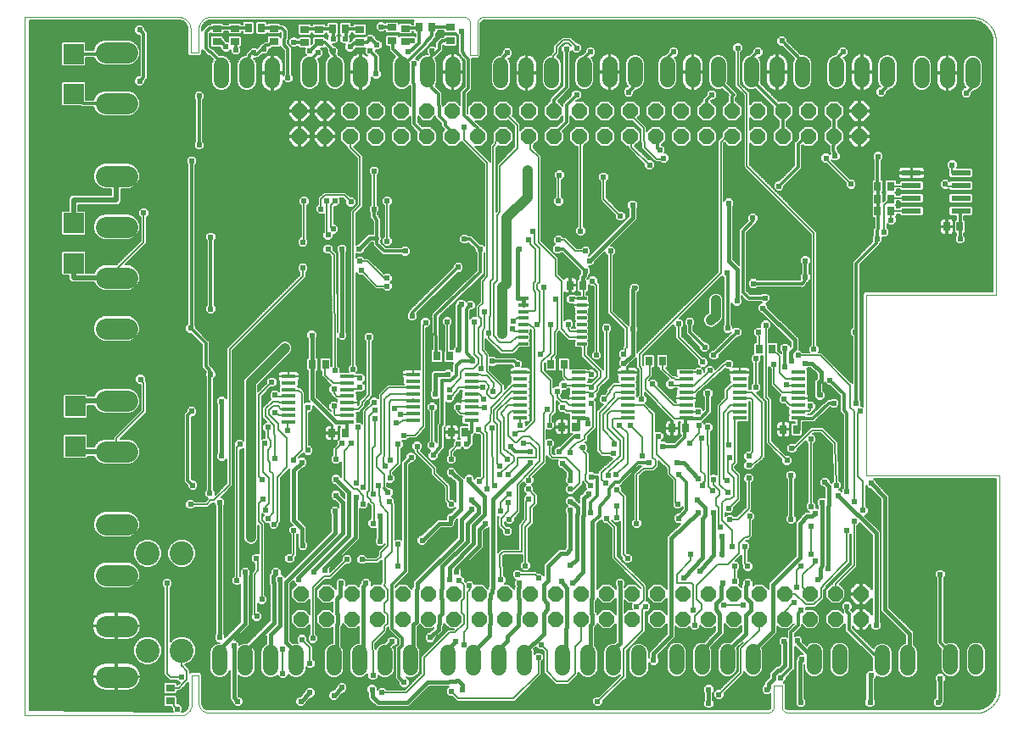
<source format=gbl>
G75*
G70*
%OFA0B0*%
%FSLAX24Y24*%
%IPPOS*%
%LPD*%
%AMOC8*
5,1,8,0,0,1.08239X$1,22.5*
%
%ADD10C,0.0000*%
%ADD11OC8,0.0600*%
%ADD12R,0.0580X0.0140*%
%ADD13R,0.0390X0.0120*%
%ADD14R,0.0354X0.0276*%
%ADD15R,0.0276X0.0354*%
%ADD16C,0.0600*%
%ADD17C,0.0825*%
%ADD18R,0.0787X0.0787*%
%ADD19R,0.0780X0.0210*%
%ADD20C,0.0945*%
%ADD21C,0.0060*%
%ADD22C,0.0240*%
%ADD23C,0.0118*%
%ADD24C,0.0160*%
%ADD25C,0.0157*%
%ADD26C,0.0197*%
%ADD27C,0.0394*%
D10*
X000474Y003346D02*
X006615Y003346D01*
X006616Y003346D02*
X006657Y003350D01*
X006699Y003358D01*
X006739Y003369D01*
X006778Y003384D01*
X006815Y003403D01*
X006851Y003425D01*
X006884Y003450D01*
X006915Y003478D01*
X006944Y003509D01*
X006969Y003542D01*
X006991Y003577D01*
X007010Y003615D01*
X007025Y003654D01*
X007037Y003694D01*
X007044Y003735D01*
X007048Y003777D01*
X007049Y003819D01*
X007049Y004921D01*
X007324Y004921D01*
X007324Y003858D01*
X007323Y003821D01*
X007327Y003784D01*
X007334Y003748D01*
X007344Y003713D01*
X007358Y003679D01*
X007376Y003646D01*
X007396Y003616D01*
X007419Y003587D01*
X007445Y003561D01*
X007474Y003538D01*
X007504Y003517D01*
X007536Y003500D01*
X007570Y003485D01*
X007606Y003475D01*
X007642Y003467D01*
X007678Y003464D01*
X029686Y003464D01*
X029714Y003466D01*
X029742Y003471D01*
X029770Y003479D01*
X029796Y003491D01*
X029820Y003506D01*
X029842Y003523D01*
X029863Y003544D01*
X029880Y003566D01*
X029895Y003590D01*
X029907Y003616D01*
X029915Y003644D01*
X029920Y003672D01*
X029922Y003700D01*
X029923Y003700D02*
X029923Y004527D01*
X030237Y004527D01*
X030237Y003700D01*
X030238Y003700D02*
X030240Y003672D01*
X030245Y003644D01*
X030253Y003616D01*
X030265Y003590D01*
X030280Y003566D01*
X030297Y003544D01*
X030318Y003523D01*
X030340Y003506D01*
X030364Y003491D01*
X030390Y003479D01*
X030418Y003471D01*
X030446Y003466D01*
X030474Y003464D01*
X037993Y003464D01*
X037994Y003464D02*
X038052Y003475D01*
X038109Y003489D01*
X038165Y003506D01*
X038219Y003528D01*
X038273Y003552D01*
X038325Y003580D01*
X038374Y003611D01*
X038422Y003645D01*
X038468Y003682D01*
X038511Y003722D01*
X038552Y003764D01*
X038589Y003809D01*
X038624Y003856D01*
X038656Y003906D01*
X038685Y003957D01*
X038711Y004010D01*
X038733Y004064D01*
X038751Y004120D01*
X038767Y004177D01*
X038778Y004234D01*
X038786Y004292D01*
X038790Y004351D01*
X038791Y004410D01*
X038788Y004468D01*
X038781Y004527D01*
X038781Y012795D01*
X033545Y012795D01*
X033545Y019882D01*
X038663Y019882D01*
X038643Y029882D01*
X038640Y029942D01*
X038633Y030002D01*
X038622Y030062D01*
X038608Y030121D01*
X038589Y030179D01*
X038568Y030235D01*
X038543Y030291D01*
X038514Y030344D01*
X038482Y030396D01*
X038447Y030445D01*
X038409Y030492D01*
X038368Y030537D01*
X038324Y030579D01*
X038278Y030618D01*
X038229Y030654D01*
X038178Y030687D01*
X038126Y030717D01*
X038071Y030743D01*
X038015Y030766D01*
X037957Y030786D01*
X037899Y030801D01*
X037839Y030813D01*
X037779Y030822D01*
X037719Y030826D01*
X037658Y030827D01*
X037659Y030826D02*
X018545Y030826D01*
X018545Y030827D02*
X018514Y030825D01*
X018484Y030820D01*
X018454Y030812D01*
X018425Y030800D01*
X018398Y030785D01*
X018373Y030767D01*
X018350Y030746D01*
X018329Y030723D01*
X018311Y030698D01*
X018296Y030671D01*
X018284Y030642D01*
X018276Y030612D01*
X018271Y030582D01*
X018269Y030551D01*
X018269Y029330D01*
X017993Y029330D01*
X017993Y030551D01*
X017994Y030551D02*
X017992Y030582D01*
X017987Y030612D01*
X017979Y030642D01*
X017967Y030671D01*
X017952Y030698D01*
X017934Y030723D01*
X017913Y030746D01*
X017890Y030767D01*
X017865Y030785D01*
X017838Y030800D01*
X017809Y030812D01*
X017779Y030820D01*
X017749Y030825D01*
X017718Y030827D01*
X017718Y030826D02*
X007797Y030826D01*
X007756Y030824D01*
X007715Y030819D01*
X007675Y030810D01*
X007636Y030798D01*
X007598Y030782D01*
X007561Y030763D01*
X007526Y030741D01*
X007494Y030716D01*
X007463Y030688D01*
X007435Y030657D01*
X007410Y030625D01*
X007388Y030590D01*
X007369Y030553D01*
X007353Y030515D01*
X007341Y030476D01*
X007332Y030436D01*
X007327Y030395D01*
X007325Y030354D01*
X007324Y030354D02*
X007324Y029409D01*
X007009Y029409D01*
X007009Y030354D01*
X007010Y030354D02*
X007006Y030397D01*
X006999Y030439D01*
X006988Y030481D01*
X006973Y030521D01*
X006955Y030560D01*
X006934Y030597D01*
X006909Y030633D01*
X006882Y030666D01*
X006851Y030696D01*
X006819Y030724D01*
X006783Y030749D01*
X006746Y030770D01*
X006707Y030789D01*
X006667Y030804D01*
X006625Y030815D01*
X006583Y030823D01*
X006540Y030826D01*
X006497Y030827D01*
X006497Y030826D02*
X000474Y030826D01*
X000474Y003346D01*
D11*
X011340Y007137D03*
X012340Y007137D03*
X013340Y007137D03*
X014340Y007137D03*
X015340Y007137D03*
X016340Y007137D03*
X017340Y007137D03*
X018340Y007137D03*
X019340Y007137D03*
X020340Y007137D03*
X021340Y007137D03*
X022340Y007137D03*
X023340Y007137D03*
X024340Y007137D03*
X025340Y007137D03*
X026340Y007137D03*
X027340Y007137D03*
X028340Y007137D03*
X029340Y007137D03*
X030340Y007137D03*
X031340Y007137D03*
X032340Y007137D03*
X033340Y007137D03*
X033340Y008137D03*
X032340Y008137D03*
X031340Y008137D03*
X030340Y008137D03*
X029340Y008137D03*
X028340Y008137D03*
X027340Y008137D03*
X026340Y008137D03*
X025340Y008137D03*
X024340Y008137D03*
X023340Y008137D03*
X022340Y008137D03*
X021340Y008137D03*
X020340Y008137D03*
X019340Y008137D03*
X018340Y008137D03*
X017340Y008137D03*
X016340Y008137D03*
X015340Y008137D03*
X014340Y008137D03*
X013340Y008137D03*
X012340Y008137D03*
X011340Y008137D03*
X011277Y026130D03*
X012277Y026130D03*
X013277Y026130D03*
X013277Y027130D03*
X012277Y027130D03*
X011277Y027130D03*
X014277Y027130D03*
X015277Y027130D03*
X016277Y027130D03*
X017277Y027130D03*
X018277Y027130D03*
X019277Y027130D03*
X020277Y027130D03*
X021277Y027130D03*
X022277Y027130D03*
X023277Y027130D03*
X024277Y027130D03*
X025277Y027130D03*
X026277Y027130D03*
X027277Y027130D03*
X028277Y027130D03*
X029277Y027130D03*
X030277Y027130D03*
X031277Y027130D03*
X032277Y027130D03*
X033277Y027130D03*
X033277Y026130D03*
X032277Y026130D03*
X031277Y026130D03*
X030277Y026130D03*
X029277Y026130D03*
X028277Y026130D03*
X027277Y026130D03*
X026277Y026130D03*
X025277Y026130D03*
X024277Y026130D03*
X023277Y026130D03*
X022277Y026130D03*
X021277Y026130D03*
X020277Y026130D03*
X019277Y026130D03*
X018277Y026130D03*
X017277Y026130D03*
X016277Y026130D03*
X015277Y026130D03*
X014277Y026130D03*
D12*
X015741Y016766D03*
X015741Y016506D03*
X015741Y016246D03*
X015741Y015996D03*
X015741Y015736D03*
X015741Y015486D03*
X015741Y015226D03*
X015741Y014966D03*
X018041Y014966D03*
X018041Y015226D03*
X018041Y015486D03*
X018041Y015736D03*
X018041Y015996D03*
X018041Y016246D03*
X018041Y016506D03*
X018041Y016766D03*
X019954Y016845D03*
X019954Y016585D03*
X019954Y016325D03*
X019954Y016075D03*
X019954Y015815D03*
X019954Y015565D03*
X019954Y015305D03*
X019954Y015045D03*
X022254Y015045D03*
X022254Y015305D03*
X022254Y015565D03*
X022254Y015815D03*
X022254Y016075D03*
X022254Y016325D03*
X022254Y016585D03*
X022254Y016845D03*
X024166Y016845D03*
X024166Y016585D03*
X024166Y016325D03*
X024166Y016075D03*
X024166Y015815D03*
X024166Y015565D03*
X024166Y015305D03*
X024166Y015045D03*
X026466Y015045D03*
X026466Y015305D03*
X026466Y015565D03*
X026466Y015815D03*
X026466Y016075D03*
X026466Y016325D03*
X026466Y016585D03*
X026466Y016845D03*
X028576Y016845D03*
X028576Y016585D03*
X028576Y016325D03*
X028576Y016075D03*
X028576Y015815D03*
X028576Y015565D03*
X028576Y015305D03*
X028576Y015045D03*
X030876Y015045D03*
X030876Y015305D03*
X030876Y015565D03*
X030876Y015815D03*
X030876Y016075D03*
X030876Y016325D03*
X030876Y016585D03*
X030876Y016845D03*
X013159Y016687D03*
X013159Y016427D03*
X013159Y016167D03*
X013159Y015917D03*
X013159Y015657D03*
X013159Y015407D03*
X013159Y015147D03*
X013159Y014887D03*
X010859Y014887D03*
X010859Y015147D03*
X010859Y015407D03*
X010859Y015657D03*
X010859Y015917D03*
X010859Y016167D03*
X010859Y016427D03*
X010859Y016687D03*
D13*
X020073Y017962D03*
X020073Y018218D03*
X020073Y018474D03*
X020073Y018730D03*
X020073Y018986D03*
X020073Y019242D03*
X020073Y019498D03*
X020073Y019754D03*
X022370Y019754D03*
X022370Y019498D03*
X022370Y019242D03*
X022370Y018986D03*
X022370Y018730D03*
X022370Y018474D03*
X022370Y018218D03*
X022370Y017962D03*
D14*
X017206Y029901D03*
X017206Y030413D03*
X015434Y030374D03*
X015434Y029862D03*
X014923Y029901D03*
X014923Y030413D03*
X013663Y030334D03*
X013663Y029823D03*
X012049Y029823D03*
X012049Y030334D03*
X011497Y030334D03*
X011497Y029823D03*
X010277Y029862D03*
X010277Y030374D03*
X008741Y030374D03*
X008741Y029862D03*
X008033Y029862D03*
X008033Y030374D03*
X006202Y004429D03*
X006202Y003917D03*
D15*
X012564Y014460D03*
X013076Y014460D03*
X012304Y017165D03*
X011793Y017165D03*
X016674Y017480D03*
X017186Y017480D03*
X017265Y014488D03*
X017777Y014488D03*
X021163Y017165D03*
X021674Y017165D03*
X021596Y014704D03*
X022108Y014704D03*
X025021Y017283D03*
X025533Y017283D03*
X025926Y014645D03*
X026438Y014645D03*
X030297Y014606D03*
X030808Y014606D03*
X029863Y017756D03*
X029352Y017756D03*
X033997Y023208D03*
X034509Y023208D03*
X034509Y023661D03*
X033997Y023661D03*
X033997Y024173D03*
X034509Y024173D03*
X036718Y022578D03*
X037230Y022578D03*
X022423Y020275D03*
X021911Y020275D03*
X013092Y030354D03*
X012580Y030354D03*
X009785Y030393D03*
X009273Y030393D03*
X015966Y030433D03*
X016478Y030433D03*
D16*
X016300Y028961D02*
X016300Y028361D01*
X017300Y028361D02*
X017300Y028961D01*
X019198Y028922D02*
X019198Y028322D01*
X020198Y028322D02*
X020198Y028922D01*
X021198Y028922D02*
X021198Y028322D01*
X022466Y028361D02*
X022466Y028961D01*
X023466Y028961D02*
X023466Y028361D01*
X024466Y028361D02*
X024466Y028961D01*
X025734Y028961D02*
X025734Y028361D01*
X026734Y028361D02*
X026734Y028961D01*
X027734Y028961D02*
X027734Y028361D01*
X029041Y028361D02*
X029041Y028961D01*
X030041Y028961D02*
X030041Y028361D01*
X031041Y028361D02*
X031041Y028961D01*
X032387Y028961D02*
X032387Y028361D01*
X033387Y028361D02*
X033387Y028961D01*
X034387Y028961D02*
X034387Y028361D01*
X035734Y028322D02*
X035734Y028922D01*
X036734Y028922D02*
X036734Y028322D01*
X037734Y028322D02*
X037734Y028922D01*
X015300Y028961D02*
X015300Y028361D01*
X013678Y028361D02*
X013678Y028961D01*
X012678Y028961D02*
X012678Y028361D01*
X011678Y028361D02*
X011678Y028961D01*
X010214Y028922D02*
X010214Y028322D01*
X009214Y028322D02*
X009214Y028922D01*
X008214Y028922D02*
X008214Y028322D01*
X008147Y005811D02*
X008147Y005211D01*
X009147Y005211D02*
X009147Y005811D01*
X010147Y005811D02*
X010147Y005211D01*
X011147Y005211D02*
X011147Y005811D01*
X012635Y005811D02*
X012635Y005211D01*
X013635Y005211D02*
X013635Y005811D01*
X014635Y005811D02*
X014635Y005211D01*
X015635Y005211D02*
X015635Y005811D01*
X017123Y005811D02*
X017123Y005211D01*
X018123Y005211D02*
X018123Y005811D01*
X019123Y005811D02*
X019123Y005211D01*
X020123Y005211D02*
X020123Y005811D01*
X021611Y005811D02*
X021611Y005211D01*
X022611Y005211D02*
X022611Y005811D01*
X023611Y005811D02*
X023611Y005211D01*
X024611Y005211D02*
X024611Y005811D01*
X026100Y005851D02*
X026100Y005251D01*
X027100Y005251D02*
X027100Y005851D01*
X028100Y005851D02*
X028100Y005251D01*
X029100Y005251D02*
X029100Y005851D01*
X031509Y005851D02*
X031509Y005251D01*
X032509Y005251D02*
X032509Y005851D01*
X034186Y005811D02*
X034186Y005211D01*
X035186Y005211D02*
X035186Y005811D01*
X036863Y005851D02*
X036863Y005251D01*
X037863Y005251D02*
X037863Y005851D01*
D17*
X004500Y004874D02*
X003675Y004874D01*
X003675Y006874D02*
X004500Y006874D01*
X004500Y008874D02*
X003675Y008874D01*
X003675Y010874D02*
X004500Y010874D01*
X004500Y013724D02*
X003675Y013724D01*
X003675Y015724D02*
X004500Y015724D01*
X004500Y018574D02*
X003675Y018574D01*
X003675Y020574D02*
X004500Y020574D01*
X004500Y022574D02*
X003675Y022574D01*
X003675Y024574D02*
X004500Y024574D01*
X004500Y027425D02*
X003675Y027425D01*
X003675Y029425D02*
X004500Y029425D01*
D18*
X002403Y029370D03*
X002403Y027795D03*
X002403Y022716D03*
X002403Y021141D03*
X002482Y015511D03*
X002482Y013937D03*
D19*
X035330Y023187D03*
X035330Y023687D03*
X035330Y024187D03*
X035330Y024687D03*
X037270Y024687D03*
X037270Y024187D03*
X037270Y023687D03*
X037270Y023187D03*
D20*
X006655Y009730D03*
X005316Y009730D03*
X005316Y005899D03*
X006655Y005899D03*
D21*
X006655Y005295D01*
X006674Y005295D01*
X006832Y005137D01*
X006832Y005118D01*
X006852Y005098D01*
X006852Y004763D01*
X006694Y004606D01*
X006694Y004586D01*
X006537Y004429D01*
X006202Y004429D01*
X005935Y004400D02*
X004766Y004400D01*
X004785Y004410D02*
X004854Y004460D01*
X004914Y004520D01*
X004964Y004589D01*
X005003Y004665D01*
X005030Y004747D01*
X005043Y004831D01*
X005043Y004844D01*
X004118Y004844D01*
X004118Y004904D01*
X004058Y004904D01*
X004058Y005416D01*
X003633Y005416D01*
X003548Y005403D01*
X003467Y005376D01*
X003391Y005338D01*
X003322Y005287D01*
X003262Y005227D01*
X003211Y005158D01*
X003173Y005082D01*
X003146Y005001D01*
X003133Y004916D01*
X003133Y004904D01*
X004058Y004904D01*
X004058Y004844D01*
X003133Y004844D01*
X003133Y004831D01*
X003146Y004747D01*
X003173Y004665D01*
X003211Y004589D01*
X003262Y004520D01*
X003322Y004460D01*
X003391Y004410D01*
X003467Y004371D01*
X003548Y004345D01*
X003633Y004331D01*
X004058Y004331D01*
X004058Y004844D01*
X004118Y004844D01*
X004118Y004331D01*
X004543Y004331D01*
X004627Y004345D01*
X004709Y004371D01*
X004785Y004410D01*
X004852Y004458D02*
X005935Y004458D01*
X005935Y004517D02*
X004911Y004517D01*
X004954Y004576D02*
X005935Y004576D01*
X005935Y004604D02*
X005935Y004254D01*
X005988Y004201D01*
X006416Y004201D01*
X006469Y004254D01*
X006469Y004309D01*
X006586Y004309D01*
X006657Y004379D01*
X006814Y004537D01*
X006814Y004556D01*
X006919Y004661D01*
X006919Y003869D01*
X006916Y003867D01*
X006919Y003816D01*
X006919Y003811D01*
X006915Y003750D01*
X006872Y003631D01*
X006787Y003538D01*
X006672Y003485D01*
X006655Y003482D01*
X006688Y003515D01*
X006688Y003689D01*
X006565Y003812D01*
X006469Y003812D01*
X006469Y004092D01*
X006416Y004145D01*
X005988Y004145D01*
X005935Y004092D01*
X005935Y003742D01*
X005988Y003689D01*
X006221Y003689D01*
X006268Y003642D01*
X006268Y003515D01*
X006307Y003476D01*
X006122Y003476D01*
X000671Y003543D01*
X000671Y030696D01*
X006446Y030696D01*
X006449Y030694D01*
X006499Y030696D01*
X006505Y030696D01*
X006573Y030692D01*
X006706Y030644D01*
X006810Y030548D01*
X006869Y030419D01*
X006879Y030350D01*
X006879Y029463D01*
X006879Y029355D01*
X006955Y029279D01*
X007270Y029279D01*
X007378Y029279D01*
X007454Y029355D01*
X007454Y029541D01*
X007538Y029457D01*
X007695Y029299D01*
X007735Y029299D01*
X007887Y029147D01*
X007883Y029143D01*
X007824Y028999D01*
X007824Y028244D01*
X007883Y028101D01*
X007993Y027991D01*
X008136Y027932D01*
X008291Y027932D01*
X008435Y027991D01*
X008544Y028101D01*
X008604Y028244D01*
X008604Y028999D01*
X008544Y029143D01*
X008435Y029252D01*
X008291Y029312D01*
X008144Y029312D01*
X007946Y029510D01*
X007858Y029598D01*
X007819Y029598D01*
X007749Y029668D01*
X007749Y030174D01*
X007769Y030195D01*
X007818Y030146D01*
X008247Y030146D01*
X008300Y030199D01*
X008300Y030244D01*
X008474Y030244D01*
X008474Y030199D01*
X008527Y030146D01*
X008956Y030146D01*
X009009Y030199D01*
X009009Y030244D01*
X009045Y030244D01*
X009045Y030179D01*
X009098Y030126D01*
X009448Y030126D01*
X009501Y030179D01*
X009501Y030608D01*
X009448Y030661D01*
X009098Y030661D01*
X009045Y030608D01*
X009045Y030542D01*
X009009Y030542D01*
X009009Y030549D01*
X008956Y030601D01*
X008527Y030601D01*
X008474Y030549D01*
X008474Y030542D01*
X008300Y030542D01*
X008300Y030549D01*
X008247Y030601D01*
X007818Y030601D01*
X007766Y030549D01*
X007766Y030542D01*
X007695Y030542D01*
X007608Y030455D01*
X007454Y030301D01*
X007454Y030354D01*
X007461Y030421D01*
X007512Y030544D01*
X007606Y030639D01*
X007730Y030690D01*
X007796Y030696D01*
X015787Y030696D01*
X015738Y030647D01*
X015738Y030542D01*
X015701Y030542D01*
X015701Y030549D01*
X015649Y030601D01*
X015220Y030601D01*
X015190Y030571D01*
X015190Y030588D01*
X015137Y030641D01*
X014708Y030641D01*
X014655Y030588D01*
X014655Y030582D01*
X014637Y030582D01*
X014576Y030643D01*
X014402Y030643D01*
X014279Y030520D01*
X014279Y030346D01*
X014402Y030223D01*
X014576Y030223D01*
X014637Y030284D01*
X014655Y030284D01*
X014655Y030238D01*
X014708Y030185D01*
X015137Y030185D01*
X015167Y030216D01*
X015167Y030199D01*
X015220Y030146D01*
X015649Y030146D01*
X015701Y030199D01*
X015701Y030244D01*
X015738Y030244D01*
X015738Y030218D01*
X015791Y030166D01*
X015836Y030166D01*
X015836Y030052D01*
X015797Y030092D01*
X015623Y030092D01*
X015621Y030090D01*
X015220Y030090D01*
X015190Y030059D01*
X015190Y030076D01*
X015137Y030129D01*
X014708Y030129D01*
X014655Y030076D01*
X014655Y029726D01*
X014708Y029673D01*
X014813Y029673D01*
X014813Y029628D01*
X014813Y029505D01*
X015053Y029265D01*
X014970Y029182D01*
X014910Y029039D01*
X014910Y028284D01*
X014970Y028140D01*
X015080Y028030D01*
X015223Y027971D01*
X015378Y027971D01*
X015521Y028030D01*
X015629Y028138D01*
X015640Y028127D01*
X015640Y027318D01*
X015438Y027520D01*
X015115Y027520D01*
X014887Y027291D01*
X014887Y026968D01*
X015115Y026740D01*
X015438Y026740D01*
X015640Y026941D01*
X015640Y026676D01*
X015640Y026552D01*
X015894Y026298D01*
X015887Y026291D01*
X015887Y025968D01*
X016115Y025740D01*
X016438Y025740D01*
X016667Y025968D01*
X016667Y026291D01*
X016438Y026520D01*
X016115Y026520D01*
X016104Y026509D01*
X015938Y026676D01*
X015938Y026917D01*
X016115Y026740D01*
X016438Y026740D01*
X016624Y026925D01*
X016624Y026867D01*
X016860Y026631D01*
X016860Y026513D01*
X016947Y026425D01*
X016984Y026389D01*
X016887Y026291D01*
X016887Y025968D01*
X017115Y025740D01*
X017438Y025740D01*
X017635Y025936D01*
X017688Y025884D01*
X018543Y025029D01*
X018543Y021834D01*
X018474Y021903D01*
X018388Y021903D01*
X018055Y022235D01*
X017932Y022235D01*
X017905Y022235D01*
X017844Y022296D01*
X017670Y022296D01*
X017547Y022173D01*
X017547Y021999D01*
X017670Y021876D01*
X017844Y021876D01*
X017905Y021937D01*
X017932Y021937D01*
X018177Y021692D01*
X018177Y021606D01*
X018238Y021545D01*
X018238Y020851D01*
X016554Y019242D01*
X016550Y019242D01*
X016509Y019199D01*
X016468Y019159D01*
X016468Y019155D01*
X016465Y019152D01*
X016466Y019094D01*
X016465Y019036D01*
X016468Y019033D01*
X016500Y017747D01*
X016499Y017747D01*
X016447Y017694D01*
X016447Y017266D01*
X016499Y017213D01*
X016850Y017213D01*
X016902Y017266D01*
X016902Y017694D01*
X016850Y017747D01*
X016798Y017747D01*
X016766Y019032D01*
X018447Y020638D01*
X018449Y020638D01*
X018492Y020681D01*
X018535Y020722D01*
X018535Y020724D01*
X018536Y020725D01*
X018536Y020785D01*
X018537Y020845D01*
X018536Y020847D01*
X018536Y021545D01*
X018543Y021551D01*
X018543Y020660D01*
X018366Y020482D01*
X018366Y020383D01*
X018366Y019616D01*
X018208Y019459D01*
X018208Y019359D01*
X018208Y019080D01*
X018205Y019048D01*
X018064Y019048D01*
X017985Y018969D01*
X017985Y019269D01*
X017994Y019278D01*
X018080Y019278D01*
X018203Y019401D01*
X018203Y019575D01*
X018080Y019698D01*
X017906Y019698D01*
X017836Y019627D01*
X017726Y019737D01*
X017552Y019737D01*
X017429Y019614D01*
X017429Y019556D01*
X017392Y019518D01*
X017392Y017884D01*
X017311Y017803D01*
X017311Y017747D01*
X017208Y017747D01*
X017208Y018661D01*
X017298Y018751D01*
X017298Y018925D01*
X017175Y019048D01*
X017001Y019048D01*
X016878Y018925D01*
X016878Y018751D01*
X016968Y018661D01*
X016968Y017704D01*
X016959Y017694D01*
X016959Y017266D01*
X017011Y017213D01*
X017313Y017213D01*
X017301Y017203D01*
X017300Y017194D01*
X017293Y017187D01*
X017293Y017134D01*
X017287Y017081D01*
X017293Y017073D01*
X017293Y016902D01*
X017214Y016981D01*
X017040Y016981D01*
X016999Y016940D01*
X016546Y016940D01*
X016447Y016841D01*
X016447Y016701D01*
X016447Y016112D01*
X016405Y016071D01*
X016405Y015897D01*
X016528Y015774D01*
X016702Y015774D01*
X016742Y015814D01*
X016742Y014865D01*
X016683Y014806D01*
X016683Y014087D01*
X016617Y014153D01*
X016617Y015295D01*
X016707Y015385D01*
X016707Y015559D01*
X016584Y015682D01*
X016410Y015682D01*
X016287Y015559D01*
X016287Y015385D01*
X016377Y015295D01*
X016377Y014153D01*
X016287Y014063D01*
X016287Y013889D01*
X016410Y013766D01*
X016423Y013766D01*
X016327Y013669D01*
X016327Y013495D01*
X016450Y013372D01*
X016624Y013372D01*
X016747Y013495D01*
X016747Y013595D01*
X016941Y013815D01*
X016981Y013855D01*
X016981Y013861D01*
X016985Y013865D01*
X016981Y013922D01*
X016981Y014682D01*
X017003Y014704D01*
X016997Y014682D01*
X016997Y014518D01*
X017235Y014518D01*
X017235Y014795D01*
X017110Y014795D01*
X017077Y014786D01*
X017047Y014769D01*
X017040Y014762D01*
X017041Y014762D01*
X017040Y014762D02*
X017040Y014865D01*
X017040Y015676D01*
X017080Y015636D01*
X017254Y015636D01*
X017377Y015759D01*
X017377Y015833D01*
X017618Y016140D01*
X017661Y016140D01*
X017661Y016139D01*
X017679Y016121D01*
X017661Y016103D01*
X017661Y015900D01*
X017647Y015886D01*
X017630Y015856D01*
X017621Y015823D01*
X017621Y015741D01*
X018036Y015741D01*
X018036Y015731D01*
X017621Y015731D01*
X017621Y015669D01*
X017608Y015682D01*
X017434Y015682D01*
X017311Y015559D01*
X017311Y015385D01*
X017401Y015295D01*
X017401Y015265D01*
X017480Y015186D01*
X017550Y015116D01*
X017664Y015116D01*
X017684Y015096D01*
X017661Y015073D01*
X017661Y014859D01*
X017714Y014806D01*
X017892Y014806D01*
X017892Y014755D01*
X017602Y014755D01*
X017549Y014702D01*
X017549Y014273D01*
X017597Y014225D01*
X017501Y014225D01*
X017507Y014231D01*
X017524Y014261D01*
X017533Y014294D01*
X017549Y014294D01*
X017533Y014294D02*
X017533Y014458D01*
X017295Y014458D01*
X017295Y014518D01*
X017235Y014518D01*
X017235Y014458D01*
X016997Y014458D01*
X016997Y014294D01*
X016981Y014294D01*
X016997Y014294D02*
X017006Y014261D01*
X017023Y014231D01*
X017047Y014207D01*
X017077Y014190D01*
X017110Y014181D01*
X017235Y014181D01*
X017235Y014458D01*
X017295Y014458D01*
X017295Y014181D01*
X017389Y014181D01*
X017311Y014102D01*
X017311Y013975D01*
X017196Y013860D01*
X017125Y013790D01*
X017125Y013602D01*
X017035Y013512D01*
X017035Y013338D01*
X017158Y013215D01*
X017332Y013215D01*
X017455Y013338D01*
X017455Y013512D01*
X017365Y013602D01*
X017365Y013690D01*
X017481Y013805D01*
X017608Y013805D01*
X017678Y013876D01*
X017749Y013805D01*
X017923Y013805D01*
X018046Y013928D01*
X018060Y013933D01*
X018076Y013966D01*
X018103Y013993D01*
X018103Y014020D01*
X018115Y014043D01*
X018103Y014079D01*
X018103Y014339D01*
X018190Y014426D01*
X018190Y014427D01*
X018241Y014376D01*
X018356Y014376D01*
X018385Y014343D01*
X018385Y012769D01*
X018261Y012769D01*
X018164Y012672D01*
X018164Y012724D01*
X018041Y012847D01*
X017867Y012847D01*
X017744Y012724D01*
X017744Y012695D01*
X017716Y012721D01*
X017670Y012767D01*
X017664Y012767D01*
X017455Y012952D01*
X017455Y013000D01*
X017332Y013123D01*
X017158Y013123D01*
X016693Y013123D01*
X016696Y013120D02*
X016042Y013775D01*
X016117Y013850D01*
X016117Y014024D01*
X015994Y014147D01*
X015820Y014147D01*
X015697Y014024D01*
X015697Y013850D01*
X015787Y013760D01*
X015787Y013690D01*
X016456Y013021D01*
X016456Y012923D01*
X016456Y012824D01*
X016968Y012312D01*
X016968Y011860D01*
X016968Y011761D01*
X017035Y011694D01*
X017035Y011566D01*
X017158Y011443D01*
X017332Y011443D01*
X017431Y011542D01*
X017431Y011526D01*
X017217Y011312D01*
X017158Y011312D01*
X017035Y011189D01*
X017035Y011074D01*
X016703Y011074D01*
X016604Y010975D01*
X016075Y010446D01*
X016017Y010446D01*
X015894Y010323D01*
X015894Y010149D01*
X016017Y010026D01*
X016191Y010026D01*
X016314Y010149D01*
X016314Y010207D01*
X016843Y010736D01*
X017136Y010736D01*
X017276Y010736D01*
X017375Y010835D01*
X017375Y010934D01*
X017455Y011015D01*
X017455Y011073D01*
X017469Y011087D01*
X017469Y010346D01*
X015836Y008713D01*
X015737Y008613D01*
X015737Y008417D01*
X015697Y008377D01*
X015697Y008331D01*
X015501Y008527D01*
X015178Y008527D01*
X015052Y008401D01*
X015052Y008440D01*
X015494Y008866D01*
X015496Y008866D01*
X015539Y008909D01*
X015582Y008951D01*
X015582Y008953D01*
X015583Y008954D01*
X015583Y009014D01*
X015584Y009074D01*
X015583Y009076D01*
X015583Y013206D01*
X015671Y013294D01*
X015758Y013294D01*
X015881Y013417D01*
X015881Y013591D01*
X015758Y013714D01*
X015584Y013714D01*
X015461Y013591D01*
X015279Y013591D01*
X015279Y013533D02*
X015461Y013533D01*
X015461Y013504D02*
X015373Y013416D01*
X015285Y013329D01*
X015285Y010249D01*
X015246Y010288D01*
X015072Y010288D01*
X015042Y010259D01*
X015042Y011604D01*
X015042Y011703D01*
X015014Y011731D01*
X015014Y011858D01*
X014905Y011968D01*
X014975Y012039D01*
X014975Y012213D01*
X014852Y012336D01*
X014766Y012336D01*
X014728Y012374D01*
X014728Y012496D01*
X014757Y012467D01*
X014931Y012467D01*
X015054Y012590D01*
X015054Y012764D01*
X014964Y012854D01*
X014964Y012903D01*
X015208Y013147D01*
X015279Y013218D01*
X015279Y013838D01*
X015369Y013928D01*
X015369Y014102D01*
X015311Y014160D01*
X015482Y014160D01*
X015572Y014250D01*
X015782Y014250D01*
X015785Y014247D01*
X015832Y014250D01*
X015878Y014250D01*
X015881Y014253D01*
X015885Y014253D01*
X015916Y014288D01*
X015948Y014320D01*
X015948Y014324D01*
X016230Y014642D01*
X016263Y014674D01*
X016263Y014678D01*
X016266Y014681D01*
X016263Y014728D01*
X016263Y018589D01*
X016328Y018589D01*
X016451Y018712D01*
X016451Y018886D01*
X016328Y019009D01*
X016154Y019009D01*
X016031Y018886D01*
X016031Y018759D01*
X016023Y018750D01*
X016023Y018651D01*
X016023Y016966D01*
X015746Y016966D01*
X015746Y016771D01*
X015736Y016771D01*
X015736Y016966D01*
X015434Y016966D01*
X015401Y016957D01*
X015371Y016940D01*
X015347Y016916D01*
X015330Y016886D01*
X015321Y016853D01*
X015321Y016771D01*
X015736Y016771D01*
X015736Y016761D01*
X015321Y016761D01*
X015321Y016679D01*
X015330Y016646D01*
X015347Y016616D01*
X015361Y016602D01*
X015361Y016399D01*
X015384Y016376D01*
X015374Y016366D01*
X014840Y016366D01*
X014741Y016366D01*
X014440Y016065D01*
X014369Y015994D01*
X014369Y015810D01*
X014301Y015879D01*
X014127Y015879D01*
X014004Y015756D01*
X014004Y015629D01*
X013740Y015364D01*
X013740Y015265D01*
X013740Y014826D01*
X013671Y014895D01*
X013539Y014895D01*
X013539Y014994D01*
X013516Y015017D01*
X013539Y015040D01*
X013539Y015254D01*
X013520Y015273D01*
X013634Y015273D01*
X013704Y015344D01*
X013791Y015431D01*
X013791Y015431D01*
X013861Y015501D01*
X013861Y015619D01*
X014137Y015895D01*
X014137Y015994D01*
X014137Y018051D01*
X014227Y018141D01*
X014227Y018315D01*
X014104Y018438D01*
X013930Y018438D01*
X013807Y018315D01*
X013807Y018141D01*
X013897Y018051D01*
X013897Y015994D01*
X013692Y015789D01*
X013621Y015719D01*
X013621Y015601D01*
X013575Y015554D01*
X013579Y015570D01*
X013579Y015652D01*
X013164Y015652D01*
X013164Y015662D01*
X013579Y015662D01*
X013579Y015744D01*
X013570Y015777D01*
X013553Y015807D01*
X013539Y015821D01*
X013539Y016024D01*
X013521Y016042D01*
X013539Y016060D01*
X013539Y016061D01*
X013564Y016061D01*
X013576Y016049D01*
X013750Y016049D01*
X013873Y016173D01*
X013873Y016346D01*
X013782Y016437D01*
X013873Y016527D01*
X013873Y016701D01*
X013750Y016824D01*
X013576Y016824D01*
X013564Y016813D01*
X013528Y016813D01*
X013597Y016881D01*
X013597Y017055D01*
X013507Y017145D01*
X013507Y020764D01*
X013615Y020656D01*
X013742Y020656D01*
X014212Y020186D01*
X014282Y020116D01*
X014549Y020116D01*
X014639Y020026D01*
X014813Y020026D01*
X014936Y020149D01*
X014936Y020323D01*
X014865Y020393D01*
X014936Y020464D01*
X014936Y020638D01*
X014813Y020761D01*
X014639Y020761D01*
X014603Y020725D01*
X014058Y021270D01*
X013988Y021340D01*
X013840Y021340D01*
X013750Y021430D01*
X013576Y021430D01*
X013507Y021361D01*
X013507Y021512D01*
X013536Y021483D01*
X013710Y021483D01*
X013833Y021606D01*
X013833Y021664D01*
X014126Y021957D01*
X014183Y021957D01*
X014183Y021951D01*
X014183Y021828D01*
X014459Y021552D01*
X014546Y021465D01*
X015286Y021465D01*
X015347Y021404D01*
X015521Y021404D01*
X015644Y021527D01*
X015644Y021701D01*
X015521Y021824D01*
X015347Y021824D01*
X015286Y021763D01*
X014669Y021763D01*
X014481Y021951D01*
X014481Y022036D01*
X014501Y022056D01*
X014501Y022196D01*
X014481Y022215D01*
X014481Y022896D01*
X014402Y022975D01*
X014402Y023014D01*
X014363Y023054D01*
X014363Y023119D01*
X014424Y023180D01*
X014424Y023354D01*
X014334Y023444D01*
X014334Y024586D01*
X014424Y024676D01*
X014424Y024850D01*
X014301Y024973D01*
X014127Y024973D01*
X014004Y024850D01*
X014004Y024676D01*
X014094Y024586D01*
X014094Y023444D01*
X014004Y023354D01*
X014004Y023180D01*
X014065Y023119D01*
X014065Y023054D01*
X014065Y022930D01*
X014104Y022891D01*
X014104Y022851D01*
X014183Y022773D01*
X014183Y022294D01*
X013986Y022294D01*
X013888Y022196D01*
X013595Y021903D01*
X013536Y021903D01*
X013507Y021873D01*
X013507Y023100D01*
X013712Y023305D01*
X013783Y023375D01*
X013783Y025364D01*
X013712Y025435D01*
X013407Y025740D01*
X013438Y025740D01*
X013667Y025968D01*
X013667Y026291D01*
X013438Y026520D01*
X013115Y026520D01*
X012887Y026291D01*
X012887Y025968D01*
X013115Y025740D01*
X013157Y025740D01*
X013157Y025651D01*
X007505Y025651D01*
X007554Y025700D02*
X007431Y025577D01*
X007257Y025577D01*
X007134Y025700D01*
X007134Y025874D01*
X007195Y025935D01*
X007195Y027568D01*
X007134Y027629D01*
X007134Y027803D01*
X007257Y027926D01*
X007431Y027926D01*
X007554Y027803D01*
X007554Y027629D01*
X007493Y027568D01*
X007493Y025935D01*
X007554Y025874D01*
X007554Y025700D01*
X007554Y025710D02*
X011089Y025710D01*
X011099Y025700D02*
X011247Y025700D01*
X011247Y026099D01*
X011307Y026099D01*
X011307Y025700D01*
X011455Y025700D01*
X011707Y025951D01*
X011707Y026100D01*
X011307Y026100D01*
X011307Y026160D01*
X011247Y026160D01*
X011247Y026560D01*
X011099Y026560D01*
X010847Y026308D01*
X010847Y026160D01*
X011247Y026160D01*
X011247Y026100D01*
X010847Y026100D01*
X010847Y025951D01*
X011099Y025700D01*
X011030Y025768D02*
X007554Y025768D01*
X007554Y025827D02*
X010972Y025827D01*
X010913Y025885D02*
X007543Y025885D01*
X007493Y025944D02*
X010854Y025944D01*
X010847Y026002D02*
X007493Y026002D01*
X007493Y026061D02*
X010847Y026061D01*
X010847Y026178D02*
X007493Y026178D01*
X007493Y026119D02*
X011247Y026119D01*
X011247Y026061D02*
X011307Y026061D01*
X011307Y026119D02*
X012247Y026119D01*
X012247Y026100D02*
X011847Y026100D01*
X011847Y025951D01*
X012099Y025700D01*
X012247Y025700D01*
X012247Y026099D01*
X012307Y026099D01*
X012307Y025700D01*
X012455Y025700D01*
X012707Y025951D01*
X012707Y026100D01*
X012307Y026100D01*
X012307Y026160D01*
X012247Y026160D01*
X012247Y026560D01*
X012099Y026560D01*
X011847Y026308D01*
X011847Y026160D01*
X012247Y026160D01*
X012247Y026100D01*
X012247Y026061D02*
X012307Y026061D01*
X012307Y026119D02*
X012887Y026119D01*
X012887Y026061D02*
X012707Y026061D01*
X012707Y026002D02*
X012887Y026002D01*
X012911Y025944D02*
X012699Y025944D01*
X012641Y025885D02*
X012970Y025885D01*
X013028Y025827D02*
X012582Y025827D01*
X012524Y025768D02*
X013087Y025768D01*
X013157Y025710D02*
X012465Y025710D01*
X012307Y025710D02*
X012247Y025710D01*
X012247Y025768D02*
X012307Y025768D01*
X012307Y025827D02*
X012247Y025827D01*
X012247Y025885D02*
X012307Y025885D01*
X012307Y025944D02*
X012247Y025944D01*
X012247Y026002D02*
X012307Y026002D01*
X012307Y026160D02*
X012707Y026160D01*
X012707Y026308D01*
X012455Y026560D01*
X012307Y026560D01*
X012307Y026160D01*
X012307Y026178D02*
X012247Y026178D01*
X012247Y026237D02*
X012307Y026237D01*
X012307Y026295D02*
X012247Y026295D01*
X012247Y026354D02*
X012307Y026354D01*
X012307Y026412D02*
X012247Y026412D01*
X012247Y026471D02*
X012307Y026471D01*
X012307Y026529D02*
X012247Y026529D01*
X012247Y026700D02*
X012099Y026700D01*
X011847Y026951D01*
X011847Y027100D01*
X012247Y027100D01*
X012247Y027160D01*
X012247Y027560D01*
X012099Y027560D01*
X011847Y027308D01*
X011847Y027160D01*
X012247Y027160D01*
X012307Y027160D01*
X012307Y027560D01*
X012455Y027560D01*
X012707Y027308D01*
X012707Y027160D01*
X012307Y027160D01*
X012307Y027100D01*
X012707Y027100D01*
X012707Y026951D01*
X012455Y026700D01*
X012307Y026700D01*
X012307Y027099D01*
X012247Y027099D01*
X012247Y026700D01*
X012247Y026705D02*
X012307Y026705D01*
X012307Y026763D02*
X012247Y026763D01*
X012247Y026822D02*
X012307Y026822D01*
X012307Y026881D02*
X012247Y026881D01*
X012247Y026939D02*
X012307Y026939D01*
X012307Y026998D02*
X012247Y026998D01*
X012247Y027056D02*
X012307Y027056D01*
X012307Y027115D02*
X012887Y027115D01*
X012887Y027173D02*
X012707Y027173D01*
X012707Y027232D02*
X012887Y027232D01*
X012887Y027290D02*
X012707Y027290D01*
X012666Y027349D02*
X012945Y027349D01*
X012887Y027291D02*
X012887Y026968D01*
X013115Y026740D01*
X013438Y026740D01*
X013667Y026968D01*
X013667Y027291D01*
X013438Y027520D01*
X013115Y027520D01*
X012887Y027291D01*
X013003Y027407D02*
X012607Y027407D01*
X012549Y027466D02*
X013062Y027466D01*
X013492Y027466D02*
X014062Y027466D01*
X014115Y027520D02*
X013887Y027291D01*
X013887Y026968D01*
X014115Y026740D01*
X014438Y026740D01*
X014667Y026968D01*
X014667Y027291D01*
X014438Y027520D01*
X014115Y027520D01*
X014003Y027407D02*
X013550Y027407D01*
X013609Y027349D02*
X013945Y027349D01*
X013887Y027290D02*
X013667Y027290D01*
X013667Y027232D02*
X013887Y027232D01*
X013887Y027173D02*
X013667Y027173D01*
X013667Y027115D02*
X013887Y027115D01*
X013887Y027056D02*
X013667Y027056D01*
X013667Y026998D02*
X013887Y026998D01*
X013916Y026939D02*
X013638Y026939D01*
X013579Y026881D02*
X013974Y026881D01*
X014033Y026822D02*
X013521Y026822D01*
X013462Y026763D02*
X014091Y026763D01*
X014115Y026520D02*
X013887Y026291D01*
X013887Y025968D01*
X014115Y025740D01*
X014438Y025740D01*
X014667Y025968D01*
X014667Y026291D01*
X014438Y026520D01*
X014115Y026520D01*
X014066Y026471D02*
X013487Y026471D01*
X013546Y026412D02*
X014008Y026412D01*
X013949Y026354D02*
X013604Y026354D01*
X013663Y026295D02*
X013891Y026295D01*
X013887Y026237D02*
X013667Y026237D01*
X013667Y026178D02*
X013887Y026178D01*
X013887Y026119D02*
X013667Y026119D01*
X013667Y026061D02*
X013887Y026061D01*
X013887Y026002D02*
X013667Y026002D01*
X013643Y025944D02*
X013911Y025944D01*
X013970Y025885D02*
X013584Y025885D01*
X013526Y025827D02*
X014028Y025827D01*
X014087Y025768D02*
X013467Y025768D01*
X013437Y025710D02*
X017862Y025710D01*
X017803Y025768D02*
X017467Y025768D01*
X017525Y025827D02*
X017745Y025827D01*
X017686Y025885D02*
X017584Y025885D01*
X017737Y026004D02*
X017737Y026476D01*
X017737Y026004D02*
X018663Y025078D01*
X018663Y020610D01*
X018486Y020433D01*
X018486Y019567D01*
X018328Y019409D01*
X018328Y019074D01*
X018426Y018956D01*
X018426Y018700D01*
X018308Y018582D01*
X018308Y017637D01*
X018446Y017480D01*
X018446Y017047D01*
X018426Y017008D01*
X018308Y017204D02*
X018308Y017401D01*
X018151Y017559D01*
X018151Y018838D01*
X017993Y018977D02*
X017985Y018977D01*
X017985Y019036D02*
X018051Y019036D01*
X017985Y019094D02*
X018208Y019094D01*
X018208Y019153D02*
X017985Y019153D01*
X017985Y019211D02*
X018208Y019211D01*
X018208Y019270D02*
X017986Y019270D01*
X018131Y019328D02*
X018208Y019328D01*
X018208Y019387D02*
X018190Y019387D01*
X018203Y019446D02*
X018208Y019446D01*
X018203Y019504D02*
X018253Y019504D01*
X018203Y019563D02*
X018312Y019563D01*
X018366Y019621D02*
X018157Y019621D01*
X018099Y019680D02*
X018366Y019680D01*
X018366Y019738D02*
X017505Y019738D01*
X017495Y019680D02*
X017444Y019680D01*
X017436Y019621D02*
X017383Y019621D01*
X017429Y019563D02*
X017321Y019563D01*
X017260Y019504D02*
X017392Y019504D01*
X017392Y019446D02*
X017199Y019446D01*
X017138Y019387D02*
X017392Y019387D01*
X017392Y019328D02*
X017076Y019328D01*
X017015Y019270D02*
X017392Y019270D01*
X017392Y019211D02*
X016954Y019211D01*
X016893Y019153D02*
X017392Y019153D01*
X017392Y019094D02*
X016831Y019094D01*
X016770Y019036D02*
X016988Y019036D01*
X016930Y018977D02*
X016767Y018977D01*
X016769Y018919D02*
X016878Y018919D01*
X016878Y018860D02*
X016770Y018860D01*
X016772Y018802D02*
X016878Y018802D01*
X016886Y018743D02*
X016773Y018743D01*
X016775Y018684D02*
X016945Y018684D01*
X016968Y018626D02*
X016776Y018626D01*
X016778Y018567D02*
X016968Y018567D01*
X016968Y018509D02*
X016779Y018509D01*
X016781Y018450D02*
X016968Y018450D01*
X016968Y018392D02*
X016782Y018392D01*
X016784Y018333D02*
X016968Y018333D01*
X016968Y018275D02*
X016785Y018275D01*
X016786Y018216D02*
X016968Y018216D01*
X016968Y018158D02*
X016788Y018158D01*
X016789Y018099D02*
X016968Y018099D01*
X016968Y018041D02*
X016791Y018041D01*
X016792Y017982D02*
X016968Y017982D01*
X016968Y017923D02*
X016794Y017923D01*
X016795Y017865D02*
X016968Y017865D01*
X016968Y017806D02*
X016797Y017806D01*
X016798Y017748D02*
X016968Y017748D01*
X016959Y017689D02*
X016902Y017689D01*
X016902Y017631D02*
X016959Y017631D01*
X016959Y017572D02*
X016902Y017572D01*
X016902Y017514D02*
X016959Y017514D01*
X016959Y017455D02*
X016902Y017455D01*
X016902Y017397D02*
X016959Y017397D01*
X016959Y017338D02*
X016902Y017338D01*
X016902Y017279D02*
X016959Y017279D01*
X017003Y017221D02*
X016858Y017221D01*
X016491Y017221D02*
X016263Y017221D01*
X016263Y017279D02*
X016447Y017279D01*
X016447Y017338D02*
X016263Y017338D01*
X016263Y017397D02*
X016447Y017397D01*
X016447Y017455D02*
X016263Y017455D01*
X016263Y017514D02*
X016447Y017514D01*
X016447Y017572D02*
X016263Y017572D01*
X016263Y017631D02*
X016447Y017631D01*
X016447Y017689D02*
X016263Y017689D01*
X016263Y017748D02*
X016500Y017748D01*
X016499Y017806D02*
X016263Y017806D01*
X016263Y017865D02*
X016497Y017865D01*
X016496Y017923D02*
X016263Y017923D01*
X016263Y017982D02*
X016494Y017982D01*
X016493Y018041D02*
X016263Y018041D01*
X016263Y018099D02*
X016491Y018099D01*
X016490Y018158D02*
X016263Y018158D01*
X016263Y018216D02*
X016488Y018216D01*
X016487Y018275D02*
X016263Y018275D01*
X016263Y018333D02*
X016485Y018333D01*
X016484Y018392D02*
X016263Y018392D01*
X016263Y018450D02*
X016482Y018450D01*
X016481Y018509D02*
X016263Y018509D01*
X016263Y018567D02*
X016479Y018567D01*
X016478Y018626D02*
X016365Y018626D01*
X016424Y018684D02*
X016477Y018684D01*
X016475Y018743D02*
X016451Y018743D01*
X016451Y018802D02*
X016474Y018802D01*
X016472Y018860D02*
X016451Y018860D01*
X016471Y018919D02*
X016419Y018919D01*
X016469Y018977D02*
X016360Y018977D01*
X016465Y019036D02*
X015920Y019036D01*
X015920Y019094D02*
X016466Y019094D01*
X016466Y019153D02*
X015909Y019153D01*
X015920Y019142D02*
X015895Y019167D01*
X017502Y020774D01*
X017608Y020774D01*
X017731Y020897D01*
X017731Y021071D01*
X017608Y021194D01*
X017434Y021194D01*
X017311Y021071D01*
X017311Y021004D01*
X015561Y019254D01*
X015561Y019203D01*
X015500Y019142D01*
X015500Y018968D01*
X015623Y018845D01*
X015797Y018845D01*
X015920Y018968D01*
X015920Y019142D01*
X015939Y019211D02*
X016521Y019211D01*
X016584Y019270D02*
X015998Y019270D01*
X016057Y019328D02*
X016645Y019328D01*
X016706Y019387D02*
X016115Y019387D01*
X016174Y019446D02*
X016767Y019446D01*
X016829Y019504D02*
X016232Y019504D01*
X016291Y019563D02*
X016890Y019563D01*
X016951Y019621D02*
X016349Y019621D01*
X016408Y019680D02*
X017013Y019680D01*
X017074Y019738D02*
X016466Y019738D01*
X016525Y019797D02*
X017135Y019797D01*
X017196Y019855D02*
X016583Y019855D01*
X016642Y019914D02*
X017258Y019914D01*
X017319Y019972D02*
X016701Y019972D01*
X016759Y020031D02*
X017380Y020031D01*
X017441Y020090D02*
X016818Y020090D01*
X016876Y020148D02*
X017503Y020148D01*
X017564Y020207D02*
X016935Y020207D01*
X016993Y020265D02*
X017625Y020265D01*
X017686Y020324D02*
X017052Y020324D01*
X017110Y020382D02*
X017748Y020382D01*
X017809Y020441D02*
X017169Y020441D01*
X017227Y020499D02*
X017870Y020499D01*
X017932Y020558D02*
X017286Y020558D01*
X017344Y020616D02*
X017993Y020616D01*
X018054Y020675D02*
X017403Y020675D01*
X017462Y020734D02*
X018115Y020734D01*
X018177Y020792D02*
X017626Y020792D01*
X017685Y020851D02*
X018238Y020851D01*
X018238Y020909D02*
X017731Y020909D01*
X017731Y020968D02*
X018238Y020968D01*
X018238Y021026D02*
X017731Y021026D01*
X017717Y021085D02*
X018238Y021085D01*
X018238Y021143D02*
X017659Y021143D01*
X017383Y021143D02*
X014185Y021143D01*
X014243Y021085D02*
X017325Y021085D01*
X017311Y021026D02*
X014302Y021026D01*
X014360Y020968D02*
X017274Y020968D01*
X017216Y020909D02*
X014419Y020909D01*
X014477Y020851D02*
X017157Y020851D01*
X017099Y020792D02*
X014536Y020792D01*
X014595Y020734D02*
X014611Y020734D01*
X014608Y020551D02*
X013938Y021220D01*
X013663Y021220D01*
X013802Y021377D02*
X018238Y021377D01*
X018238Y021319D02*
X014009Y021319D01*
X014068Y021260D02*
X018238Y021260D01*
X018238Y021202D02*
X014126Y021202D01*
X014457Y021553D02*
X013781Y021553D01*
X013833Y021612D02*
X014399Y021612D01*
X014340Y021670D02*
X013840Y021670D01*
X013898Y021729D02*
X014282Y021729D01*
X014223Y021787D02*
X013957Y021787D01*
X014015Y021846D02*
X014183Y021846D01*
X014183Y021904D02*
X014074Y021904D01*
X013831Y022139D02*
X013507Y022139D01*
X013507Y022197D02*
X013889Y022197D01*
X013948Y022256D02*
X013507Y022256D01*
X013507Y022314D02*
X014183Y022314D01*
X014183Y022373D02*
X013507Y022373D01*
X013507Y022431D02*
X014183Y022431D01*
X014183Y022490D02*
X013507Y022490D01*
X013507Y022548D02*
X014183Y022548D01*
X014183Y022607D02*
X013507Y022607D01*
X013507Y022665D02*
X014183Y022665D01*
X014183Y022724D02*
X013507Y022724D01*
X013507Y022783D02*
X014173Y022783D01*
X014114Y022841D02*
X013507Y022841D01*
X013507Y022900D02*
X014095Y022900D01*
X014065Y022958D02*
X013507Y022958D01*
X013507Y023017D02*
X014065Y023017D01*
X014065Y023075D02*
X013507Y023075D01*
X013541Y023134D02*
X014050Y023134D01*
X014004Y023192D02*
X013600Y023192D01*
X013658Y023251D02*
X014004Y023251D01*
X014004Y023309D02*
X013717Y023309D01*
X013775Y023368D02*
X014017Y023368D01*
X014076Y023426D02*
X013783Y023426D01*
X013783Y023485D02*
X014094Y023485D01*
X014094Y023544D02*
X013783Y023544D01*
X013783Y023602D02*
X014094Y023602D01*
X014094Y023661D02*
X013783Y023661D01*
X013783Y023719D02*
X014094Y023719D01*
X014094Y023778D02*
X013783Y023778D01*
X013783Y023836D02*
X014094Y023836D01*
X014094Y023895D02*
X013783Y023895D01*
X013783Y023953D02*
X014094Y023953D01*
X014094Y024012D02*
X013783Y024012D01*
X013783Y024070D02*
X014094Y024070D01*
X014094Y024129D02*
X013783Y024129D01*
X013783Y024188D02*
X014094Y024188D01*
X014094Y024246D02*
X013783Y024246D01*
X013783Y024305D02*
X014094Y024305D01*
X014094Y024363D02*
X013783Y024363D01*
X013783Y024422D02*
X014094Y024422D01*
X014094Y024480D02*
X013783Y024480D01*
X013783Y024539D02*
X014094Y024539D01*
X014083Y024597D02*
X013783Y024597D01*
X013783Y024656D02*
X014024Y024656D01*
X014004Y024714D02*
X013783Y024714D01*
X013783Y024773D02*
X014004Y024773D01*
X014004Y024832D02*
X013783Y024832D01*
X013783Y024890D02*
X014043Y024890D01*
X014102Y024949D02*
X013783Y024949D01*
X013783Y025007D02*
X018543Y025007D01*
X018543Y024949D02*
X014326Y024949D01*
X014384Y024890D02*
X018543Y024890D01*
X018543Y024832D02*
X014424Y024832D01*
X014424Y024773D02*
X018543Y024773D01*
X018543Y024714D02*
X014424Y024714D01*
X014403Y024656D02*
X018543Y024656D01*
X018543Y024597D02*
X014345Y024597D01*
X014334Y024539D02*
X018543Y024539D01*
X018543Y024480D02*
X014334Y024480D01*
X014334Y024422D02*
X018543Y024422D01*
X018543Y024363D02*
X014334Y024363D01*
X014334Y024305D02*
X018543Y024305D01*
X018543Y024246D02*
X014334Y024246D01*
X014334Y024188D02*
X018543Y024188D01*
X018543Y024129D02*
X014334Y024129D01*
X014334Y024070D02*
X018543Y024070D01*
X018543Y024012D02*
X014334Y024012D01*
X014334Y023953D02*
X018543Y023953D01*
X018543Y023895D02*
X014334Y023895D01*
X014334Y023836D02*
X018543Y023836D01*
X018543Y023778D02*
X014827Y023778D01*
X014813Y023792D02*
X014639Y023792D01*
X014516Y023669D01*
X014516Y023495D01*
X014606Y023405D01*
X014606Y022185D01*
X014516Y022095D01*
X014516Y021921D01*
X014639Y021798D01*
X014813Y021798D01*
X014936Y021921D01*
X014936Y022095D01*
X014846Y022185D01*
X014846Y023405D01*
X014936Y023495D01*
X014936Y023669D01*
X014813Y023792D01*
X014886Y023719D02*
X018543Y023719D01*
X018543Y023661D02*
X014936Y023661D01*
X014936Y023602D02*
X018543Y023602D01*
X018543Y023544D02*
X014936Y023544D01*
X014925Y023485D02*
X018543Y023485D01*
X018543Y023426D02*
X014867Y023426D01*
X014846Y023368D02*
X018543Y023368D01*
X018543Y023309D02*
X014846Y023309D01*
X014846Y023251D02*
X018543Y023251D01*
X018543Y023192D02*
X014846Y023192D01*
X014846Y023134D02*
X018543Y023134D01*
X018543Y023075D02*
X014846Y023075D01*
X014846Y023017D02*
X018543Y023017D01*
X018543Y022958D02*
X014846Y022958D01*
X014846Y022900D02*
X018543Y022900D01*
X018543Y022841D02*
X014846Y022841D01*
X014846Y022783D02*
X018543Y022783D01*
X018543Y022724D02*
X014846Y022724D01*
X014846Y022665D02*
X018543Y022665D01*
X018543Y022607D02*
X014846Y022607D01*
X014846Y022548D02*
X018543Y022548D01*
X018543Y022490D02*
X014846Y022490D01*
X014846Y022431D02*
X018543Y022431D01*
X018543Y022373D02*
X014846Y022373D01*
X014846Y022314D02*
X018543Y022314D01*
X018543Y022256D02*
X017885Y022256D01*
X018093Y022197D02*
X018543Y022197D01*
X018543Y022139D02*
X018152Y022139D01*
X018210Y022080D02*
X018543Y022080D01*
X018543Y022021D02*
X018269Y022021D01*
X018328Y021963D02*
X018543Y021963D01*
X018543Y021904D02*
X018386Y021904D01*
X018531Y021846D02*
X018543Y021846D01*
X018536Y021495D02*
X018543Y021495D01*
X018536Y021436D02*
X018543Y021436D01*
X018536Y021377D02*
X018543Y021377D01*
X018536Y021319D02*
X018543Y021319D01*
X018536Y021260D02*
X018543Y021260D01*
X018536Y021202D02*
X018543Y021202D01*
X018536Y021143D02*
X018543Y021143D01*
X018536Y021085D02*
X018543Y021085D01*
X018536Y021026D02*
X018543Y021026D01*
X018536Y020968D02*
X018543Y020968D01*
X018536Y020909D02*
X018543Y020909D01*
X018536Y020851D02*
X018543Y020851D01*
X018536Y020792D02*
X018543Y020792D01*
X018536Y020734D02*
X018543Y020734D01*
X018543Y020675D02*
X018486Y020675D01*
X018499Y020616D02*
X018424Y020616D01*
X018441Y020558D02*
X018363Y020558D01*
X018382Y020499D02*
X018302Y020499D01*
X018240Y020441D02*
X018366Y020441D01*
X018366Y020382D02*
X018179Y020382D01*
X018118Y020324D02*
X018366Y020324D01*
X018366Y020265D02*
X018057Y020265D01*
X017995Y020207D02*
X018366Y020207D01*
X018366Y020148D02*
X017934Y020148D01*
X017873Y020090D02*
X018366Y020090D01*
X018366Y020031D02*
X017811Y020031D01*
X017750Y019972D02*
X018366Y019972D01*
X018366Y019914D02*
X017689Y019914D01*
X017628Y019855D02*
X018366Y019855D01*
X018366Y019797D02*
X017566Y019797D01*
X017784Y019680D02*
X017888Y019680D01*
X017392Y019036D02*
X017187Y019036D01*
X017246Y018977D02*
X017392Y018977D01*
X017392Y018919D02*
X017298Y018919D01*
X017298Y018860D02*
X017392Y018860D01*
X017392Y018802D02*
X017298Y018802D01*
X017290Y018743D02*
X017392Y018743D01*
X017392Y018684D02*
X017231Y018684D01*
X017208Y018626D02*
X017392Y018626D01*
X017392Y018567D02*
X017208Y018567D01*
X017208Y018509D02*
X017392Y018509D01*
X017392Y018450D02*
X017208Y018450D01*
X017208Y018392D02*
X017392Y018392D01*
X017392Y018333D02*
X017208Y018333D01*
X017208Y018275D02*
X017392Y018275D01*
X017392Y018216D02*
X017208Y018216D01*
X017208Y018158D02*
X017392Y018158D01*
X017392Y018099D02*
X017208Y018099D01*
X017208Y018041D02*
X017392Y018041D01*
X017392Y017982D02*
X017208Y017982D01*
X017208Y017923D02*
X017392Y017923D01*
X017373Y017865D02*
X017208Y017865D01*
X017208Y017806D02*
X017314Y017806D01*
X017311Y017748D02*
X017208Y017748D01*
X017088Y017578D02*
X017186Y017480D01*
X017088Y017578D02*
X017088Y018838D01*
X016241Y018799D02*
X016143Y018700D01*
X016143Y014724D01*
X015828Y014370D01*
X015395Y014370D01*
X015557Y014235D02*
X016377Y014235D01*
X016377Y014177D02*
X015499Y014177D01*
X015353Y014118D02*
X015791Y014118D01*
X015733Y014060D02*
X015369Y014060D01*
X015369Y014001D02*
X015697Y014001D01*
X015697Y013942D02*
X015369Y013942D01*
X015324Y013884D02*
X015697Y013884D01*
X015721Y013825D02*
X015279Y013825D01*
X015279Y013767D02*
X015780Y013767D01*
X015787Y013708D02*
X015763Y013708D01*
X015821Y013650D02*
X015827Y013650D01*
X015880Y013591D02*
X015886Y013591D01*
X015881Y013533D02*
X015944Y013533D01*
X016003Y013474D02*
X015881Y013474D01*
X015880Y013416D02*
X016061Y013416D01*
X016120Y013357D02*
X015821Y013357D01*
X015762Y013299D02*
X016178Y013299D01*
X016237Y013240D02*
X015618Y013240D01*
X015583Y013181D02*
X016295Y013181D01*
X016354Y013123D02*
X015583Y013123D01*
X015583Y013064D02*
X016413Y013064D01*
X016456Y013006D02*
X015583Y013006D01*
X015583Y012947D02*
X016456Y012947D01*
X016456Y012889D02*
X015583Y012889D01*
X015583Y012830D02*
X016456Y012830D01*
X016508Y012772D02*
X015583Y012772D01*
X015583Y012713D02*
X016567Y012713D01*
X016626Y012655D02*
X015583Y012655D01*
X015583Y012596D02*
X016684Y012596D01*
X016743Y012537D02*
X015583Y012537D01*
X015583Y012479D02*
X016801Y012479D01*
X016860Y012420D02*
X015583Y012420D01*
X015583Y012362D02*
X016918Y012362D01*
X016968Y012303D02*
X015583Y012303D01*
X015583Y012245D02*
X016968Y012245D01*
X016968Y012186D02*
X015583Y012186D01*
X015583Y012128D02*
X016968Y012128D01*
X016968Y012069D02*
X015583Y012069D01*
X015583Y012011D02*
X016968Y012011D01*
X016968Y011952D02*
X015583Y011952D01*
X015583Y011893D02*
X016968Y011893D01*
X016968Y011835D02*
X015583Y011835D01*
X015583Y011776D02*
X016968Y011776D01*
X017011Y011718D02*
X015583Y011718D01*
X015583Y011659D02*
X017035Y011659D01*
X017035Y011601D02*
X015583Y011601D01*
X015583Y011542D02*
X017059Y011542D01*
X017118Y011484D02*
X015583Y011484D01*
X015583Y011425D02*
X017330Y011425D01*
X017373Y011484D02*
X017388Y011484D01*
X017271Y011367D02*
X015583Y011367D01*
X015583Y011308D02*
X017154Y011308D01*
X017096Y011249D02*
X015583Y011249D01*
X015583Y011191D02*
X017037Y011191D01*
X017035Y011132D02*
X015583Y011132D01*
X015583Y011074D02*
X016703Y011074D01*
X016644Y011015D02*
X015583Y011015D01*
X015583Y010957D02*
X016586Y010957D01*
X016527Y010898D02*
X015583Y010898D01*
X015583Y010840D02*
X016469Y010840D01*
X016410Y010781D02*
X015583Y010781D01*
X015583Y010723D02*
X016352Y010723D01*
X016293Y010664D02*
X015583Y010664D01*
X015583Y010606D02*
X016235Y010606D01*
X016176Y010547D02*
X015583Y010547D01*
X015583Y010488D02*
X016118Y010488D01*
X016001Y010430D02*
X015583Y010430D01*
X015583Y010371D02*
X015942Y010371D01*
X015894Y010313D02*
X015583Y010313D01*
X015583Y010254D02*
X015894Y010254D01*
X015894Y010196D02*
X015583Y010196D01*
X015583Y010137D02*
X015905Y010137D01*
X015964Y010079D02*
X015583Y010079D01*
X015583Y010020D02*
X017143Y010020D01*
X017085Y009962D02*
X015583Y009962D01*
X015583Y009903D02*
X017026Y009903D01*
X016968Y009844D02*
X015583Y009844D01*
X015583Y009786D02*
X016909Y009786D01*
X016851Y009727D02*
X015583Y009727D01*
X015583Y009669D02*
X016792Y009669D01*
X016734Y009610D02*
X015583Y009610D01*
X015583Y009552D02*
X016675Y009552D01*
X016617Y009493D02*
X015583Y009493D01*
X015583Y009435D02*
X016558Y009435D01*
X016499Y009376D02*
X015583Y009376D01*
X015583Y009318D02*
X016441Y009318D01*
X016382Y009259D02*
X015583Y009259D01*
X015583Y009200D02*
X016324Y009200D01*
X016265Y009142D02*
X015583Y009142D01*
X015583Y009083D02*
X016207Y009083D01*
X016148Y009025D02*
X015584Y009025D01*
X015583Y008966D02*
X016090Y008966D01*
X016031Y008908D02*
X015537Y008908D01*
X015477Y008849D02*
X015973Y008849D01*
X015914Y008791D02*
X015416Y008791D01*
X015355Y008732D02*
X015856Y008732D01*
X015797Y008674D02*
X015294Y008674D01*
X015233Y008615D02*
X015738Y008615D01*
X015737Y008556D02*
X015173Y008556D01*
X015149Y008498D02*
X015112Y008498D01*
X015090Y008439D02*
X015052Y008439D01*
X014745Y008307D02*
X014745Y007893D01*
X014608Y007775D01*
X014608Y007441D01*
X014745Y007323D01*
X014745Y006968D01*
X014608Y006850D01*
X014608Y006693D01*
X014135Y006220D01*
X014135Y005945D01*
X014174Y005905D01*
X014174Y004921D01*
X013964Y004927D02*
X013902Y004927D01*
X013856Y004881D02*
X013964Y004989D01*
X013964Y004834D01*
X014087Y004711D01*
X014261Y004711D01*
X014384Y004834D01*
X014384Y004911D01*
X014414Y004881D01*
X014558Y004821D01*
X014713Y004821D01*
X014856Y004881D01*
X014966Y004991D01*
X015025Y005134D01*
X015025Y005889D01*
X014966Y006032D01*
X014951Y006047D01*
X014953Y006049D01*
X015009Y006049D01*
X015133Y006173D01*
X015133Y006346D01*
X015009Y006470D01*
X014836Y006470D01*
X014712Y006346D01*
X014712Y006290D01*
X014695Y006272D01*
X014624Y006201D01*
X014558Y006201D01*
X014414Y006142D01*
X014304Y006032D01*
X014279Y005970D01*
X014255Y005994D01*
X014255Y006170D01*
X014657Y006573D01*
X014728Y006643D01*
X014728Y006795D01*
X014773Y006834D01*
X014773Y006833D01*
X014773Y006710D01*
X015167Y006316D01*
X015167Y006164D01*
X015136Y006133D01*
X015049Y006046D01*
X015049Y004904D01*
X015049Y004780D01*
X015185Y004645D01*
X015185Y004558D01*
X015308Y004435D01*
X015482Y004435D01*
X015605Y004558D01*
X015605Y004732D01*
X015486Y004851D01*
X015558Y004821D01*
X015713Y004821D01*
X015856Y004881D01*
X015966Y004991D01*
X016025Y005134D01*
X016025Y005889D01*
X015966Y006032D01*
X015919Y006079D01*
X015919Y006133D01*
X015919Y006839D01*
X015938Y006857D01*
X016003Y006923D01*
X016178Y006747D01*
X016501Y006747D01*
X016564Y006810D01*
X016564Y006802D01*
X016388Y006627D01*
X016332Y006627D01*
X016209Y006504D01*
X016209Y006330D01*
X016332Y006207D01*
X016506Y006207D01*
X016629Y006330D01*
X016629Y006387D01*
X016904Y006662D01*
X016904Y006802D01*
X016904Y006819D01*
X016963Y006878D01*
X016963Y006963D01*
X017178Y006747D01*
X017347Y006747D01*
X017333Y006734D01*
X017216Y006734D01*
X017117Y006734D01*
X016133Y005750D01*
X016062Y005679D01*
X016062Y005010D01*
X015424Y004372D01*
X014706Y004372D01*
X014616Y004462D01*
X014442Y004462D01*
X014345Y004365D01*
X014345Y004457D01*
X014222Y004580D01*
X014048Y004580D01*
X013925Y004457D01*
X013925Y004283D01*
X013085Y004283D01*
X013041Y004238D02*
X013164Y004361D01*
X013164Y004535D01*
X013041Y004659D01*
X012867Y004659D01*
X012744Y004535D01*
X012744Y004477D01*
X012610Y004344D01*
X012552Y004344D01*
X012429Y004221D01*
X012429Y004047D01*
X012552Y003924D01*
X012726Y003924D01*
X012849Y004047D01*
X012849Y004105D01*
X012983Y004238D01*
X013041Y004238D01*
X012968Y004224D02*
X013966Y004224D01*
X013966Y004241D02*
X013966Y004024D01*
X014065Y003925D01*
X014301Y003689D01*
X014441Y003689D01*
X015583Y003689D01*
X015682Y003788D01*
X016370Y004477D01*
X017134Y004477D01*
X017035Y004378D01*
X017035Y004204D01*
X017158Y004081D01*
X017286Y004081D01*
X017471Y003895D01*
X017571Y003895D01*
X019736Y003895D01*
X019806Y003966D01*
X020791Y004950D01*
X020791Y005049D01*
X020791Y005453D01*
X020881Y005543D01*
X020881Y005717D01*
X020758Y005840D01*
X020584Y005840D01*
X020513Y005769D01*
X020513Y005889D01*
X020487Y005953D01*
X020579Y006045D01*
X020579Y006035D01*
X020702Y005912D01*
X020829Y005912D01*
X020885Y005855D01*
X020885Y005029D01*
X020955Y004958D01*
X021349Y004565D01*
X021449Y004565D01*
X021862Y004565D01*
X021932Y004635D01*
X022228Y004930D01*
X022228Y005009D01*
X022247Y005029D01*
X022247Y005072D01*
X022281Y004991D01*
X022391Y004881D01*
X022534Y004821D01*
X022689Y004821D01*
X022832Y004881D01*
X022942Y004991D01*
X023001Y005134D01*
X023001Y005889D01*
X022942Y006032D01*
X022888Y006087D01*
X022888Y006133D01*
X022888Y006819D01*
X022966Y006898D01*
X022966Y006959D01*
X023178Y006747D01*
X023501Y006747D01*
X023709Y006955D01*
X023709Y006258D01*
X023680Y006233D01*
X023671Y006233D01*
X023640Y006201D01*
X023534Y006201D01*
X023391Y006142D01*
X023281Y006032D01*
X023221Y005889D01*
X023221Y005134D01*
X023281Y004991D01*
X023391Y004881D01*
X023534Y004821D01*
X023689Y004821D01*
X023832Y004881D01*
X023897Y004946D01*
X023897Y004933D01*
X023039Y004107D01*
X022906Y004107D01*
X019948Y004107D01*
X020006Y004166D02*
X023099Y004166D01*
X023160Y004224D02*
X020065Y004224D01*
X020123Y004283D02*
X023221Y004283D01*
X023282Y004341D02*
X020182Y004341D01*
X020240Y004400D02*
X023343Y004400D01*
X023404Y004458D02*
X020299Y004458D01*
X020358Y004517D02*
X023465Y004517D01*
X023526Y004576D02*
X021873Y004576D01*
X021931Y004634D02*
X023587Y004634D01*
X023647Y004693D02*
X021990Y004693D01*
X022048Y004751D02*
X023708Y004751D01*
X023769Y004810D02*
X022107Y004810D01*
X022166Y004868D02*
X022421Y004868D01*
X022345Y004927D02*
X022224Y004927D01*
X022228Y004985D02*
X022286Y004985D01*
X022259Y005044D02*
X022247Y005044D01*
X022127Y005078D02*
X022108Y005059D01*
X022108Y004980D01*
X021812Y004685D01*
X021399Y004685D01*
X021005Y005078D01*
X021005Y005905D01*
X020789Y006122D01*
X020633Y005981D02*
X020514Y005981D01*
X020500Y005922D02*
X020691Y005922D01*
X020792Y005805D02*
X020885Y005805D01*
X020885Y005746D02*
X020851Y005746D01*
X020881Y005688D02*
X020885Y005688D01*
X020881Y005629D02*
X020885Y005629D01*
X020881Y005571D02*
X020885Y005571D01*
X020885Y005512D02*
X020850Y005512D01*
X020885Y005454D02*
X020792Y005454D01*
X020791Y005395D02*
X020885Y005395D01*
X020885Y005337D02*
X020791Y005337D01*
X020791Y005278D02*
X020885Y005278D01*
X020885Y005220D02*
X020791Y005220D01*
X020791Y005161D02*
X020885Y005161D01*
X020885Y005102D02*
X020791Y005102D01*
X020791Y005044D02*
X020885Y005044D01*
X020929Y004985D02*
X020791Y004985D01*
X020767Y004927D02*
X020987Y004927D01*
X021046Y004868D02*
X020709Y004868D01*
X020650Y004810D02*
X021104Y004810D01*
X021163Y004751D02*
X020592Y004751D01*
X020533Y004693D02*
X021221Y004693D01*
X021280Y004634D02*
X020475Y004634D01*
X020416Y004576D02*
X021338Y004576D01*
X022127Y005078D02*
X022127Y006063D01*
X022344Y006279D01*
X022344Y007126D01*
X022340Y007137D01*
X022888Y006800D02*
X023126Y006800D01*
X023067Y006859D02*
X022927Y006859D01*
X022966Y006917D02*
X023009Y006917D01*
X022888Y006742D02*
X023709Y006742D01*
X023709Y006800D02*
X023554Y006800D01*
X023613Y006859D02*
X023709Y006859D01*
X023709Y006917D02*
X023671Y006917D01*
X023709Y006683D02*
X022888Y006683D01*
X022888Y006625D02*
X023709Y006625D01*
X023709Y006566D02*
X022888Y006566D01*
X022888Y006507D02*
X023709Y006507D01*
X023709Y006449D02*
X022888Y006449D01*
X022888Y006390D02*
X023709Y006390D01*
X023709Y006332D02*
X022888Y006332D01*
X022888Y006273D02*
X023709Y006273D01*
X023653Y006215D02*
X022888Y006215D01*
X022888Y006156D02*
X023425Y006156D01*
X023346Y006098D02*
X022888Y006098D01*
X022935Y006039D02*
X023288Y006039D01*
X023259Y005981D02*
X022964Y005981D01*
X022988Y005922D02*
X023235Y005922D01*
X023221Y005864D02*
X023001Y005864D01*
X023001Y005805D02*
X023221Y005805D01*
X023221Y005746D02*
X023001Y005746D01*
X023001Y005688D02*
X023221Y005688D01*
X023221Y005629D02*
X023001Y005629D01*
X023001Y005571D02*
X023221Y005571D01*
X023221Y005512D02*
X023001Y005512D01*
X023001Y005454D02*
X023221Y005454D01*
X023221Y005395D02*
X023001Y005395D01*
X023001Y005337D02*
X023221Y005337D01*
X023221Y005278D02*
X023001Y005278D01*
X023001Y005220D02*
X023221Y005220D01*
X023221Y005161D02*
X023001Y005161D01*
X022988Y005102D02*
X023234Y005102D01*
X023259Y005044D02*
X022964Y005044D01*
X022937Y004985D02*
X023286Y004985D01*
X023345Y004927D02*
X022878Y004927D01*
X022802Y004868D02*
X023421Y004868D01*
X023802Y004868D02*
X023830Y004868D01*
X023878Y004927D02*
X023891Y004927D01*
X024017Y004882D02*
X022993Y003897D01*
X022838Y003756D02*
X015650Y003756D01*
X015708Y003814D02*
X022783Y003814D01*
X022783Y003810D02*
X022906Y003687D01*
X023080Y003687D01*
X023203Y003810D01*
X023203Y003933D01*
X024065Y004762D01*
X024067Y004762D01*
X024100Y004795D01*
X024136Y004829D01*
X024136Y004831D01*
X024137Y004832D01*
X024137Y004880D01*
X024138Y004929D01*
X024137Y004930D01*
X024137Y005895D01*
X024885Y006643D01*
X024885Y006742D01*
X024885Y007427D01*
X024970Y007427D01*
X025093Y007550D01*
X025093Y007724D01*
X024970Y007847D01*
X024924Y007847D01*
X024924Y007848D01*
X024927Y007851D01*
X024924Y007897D01*
X024924Y008475D01*
X024854Y008545D01*
X023783Y009616D01*
X023783Y010698D01*
X023783Y010797D01*
X023558Y011022D01*
X023558Y011028D01*
X023654Y010931D01*
X023828Y010931D01*
X023897Y011000D01*
X023897Y009734D01*
X023897Y009635D01*
X023964Y009568D01*
X023964Y009440D01*
X024087Y009317D01*
X024261Y009317D01*
X024384Y009440D01*
X024384Y009614D01*
X024261Y009737D01*
X024137Y009737D01*
X024137Y011998D01*
X024067Y012068D01*
X023951Y012184D01*
X023951Y012311D01*
X023872Y012390D01*
X023902Y012390D01*
X023903Y012392D01*
X023905Y012392D01*
X023946Y012435D01*
X023989Y012477D01*
X023989Y012480D01*
X024632Y013158D01*
X024722Y013158D01*
X024721Y013157D01*
X024482Y012935D01*
X024479Y012935D01*
X024445Y012901D01*
X024411Y012869D01*
X024411Y012866D01*
X024409Y012864D01*
X024409Y012817D01*
X024407Y012769D01*
X024409Y012768D01*
X024409Y011082D01*
X024319Y010992D01*
X024319Y010818D01*
X024442Y010695D01*
X024616Y010695D01*
X024739Y010818D01*
X024739Y010992D01*
X024649Y011082D01*
X024649Y012762D01*
X024851Y012951D01*
X025109Y012951D01*
X025208Y012951D01*
X025327Y013069D01*
X025397Y013139D01*
X025397Y013336D01*
X025397Y013371D01*
X025708Y013060D01*
X025708Y012824D01*
X025778Y012754D01*
X025944Y012588D01*
X025944Y011751D01*
X025933Y011740D01*
X025933Y011566D01*
X026056Y011443D01*
X026230Y011443D01*
X026348Y011562D01*
X026348Y011479D01*
X026182Y011312D01*
X026095Y011312D01*
X025972Y011189D01*
X025972Y011015D01*
X026095Y010892D01*
X026242Y010892D01*
X025819Y010485D01*
X025817Y010485D01*
X025767Y010435D01*
X025718Y010388D01*
X025718Y010386D01*
X025717Y010385D01*
X025717Y010316D01*
X025716Y010247D01*
X025717Y010246D01*
X025717Y008312D01*
X025501Y008527D01*
X025178Y008527D01*
X024950Y008299D01*
X024950Y007976D01*
X025178Y007747D01*
X025501Y007747D01*
X025717Y007963D01*
X025717Y007312D01*
X025501Y007527D01*
X025178Y007527D01*
X024950Y007299D01*
X024950Y006976D01*
X024885Y006976D01*
X024885Y007034D02*
X024950Y007034D01*
X024950Y006976D02*
X025178Y006747D01*
X025501Y006747D01*
X025717Y006963D01*
X025717Y006565D01*
X025077Y005906D01*
X025028Y005857D01*
X025028Y005856D01*
X025027Y005855D01*
X025028Y005786D01*
X025028Y005638D01*
X025001Y005612D01*
X025001Y005889D01*
X024942Y006032D01*
X024832Y006142D01*
X024689Y006201D01*
X024534Y006201D01*
X024391Y006142D01*
X024281Y006032D01*
X024221Y005889D01*
X024221Y005134D01*
X024281Y004991D01*
X024391Y004881D01*
X024534Y004821D01*
X024689Y004821D01*
X024832Y004881D01*
X024942Y004991D01*
X025001Y005134D01*
X025001Y005411D01*
X025111Y005301D01*
X025285Y005301D01*
X025408Y005424D01*
X025408Y005598D01*
X025368Y005638D01*
X025368Y005718D01*
X026008Y006377D01*
X026057Y006425D01*
X026057Y006427D01*
X026058Y006428D01*
X026057Y006497D01*
X026057Y006869D01*
X026178Y006747D01*
X026501Y006747D01*
X026602Y006848D01*
X026602Y006802D01*
X026725Y006679D01*
X026899Y006679D01*
X027022Y006802D01*
X027022Y006904D01*
X027178Y006747D01*
X027501Y006747D01*
X027627Y006873D01*
X027627Y006684D01*
X027181Y006239D01*
X027177Y006241D01*
X027022Y006241D01*
X026879Y006181D01*
X026769Y006072D01*
X026710Y005928D01*
X026710Y005173D01*
X026769Y005030D01*
X026879Y004920D01*
X027022Y004861D01*
X027177Y004861D01*
X027321Y004920D01*
X027430Y005030D01*
X027490Y005173D01*
X027490Y005928D01*
X027449Y006026D01*
X027966Y006543D01*
X027966Y006684D01*
X027966Y006959D01*
X028178Y006747D01*
X028501Y006747D01*
X028650Y006896D01*
X028650Y006649D01*
X028202Y006233D01*
X028197Y006233D01*
X028177Y006241D01*
X028022Y006241D01*
X027879Y006181D01*
X027769Y006072D01*
X027710Y005928D01*
X027710Y005173D01*
X027769Y005030D01*
X027879Y004920D01*
X028022Y004861D01*
X028177Y004861D01*
X028321Y004920D01*
X028430Y005030D01*
X028490Y005173D01*
X028490Y005928D01*
X028458Y006006D01*
X028709Y006240D01*
X028503Y006034D01*
X028503Y005934D01*
X028503Y005089D01*
X027798Y004383D01*
X027670Y004383D01*
X027573Y004286D01*
X027573Y004457D01*
X027450Y004580D01*
X027276Y004580D01*
X027153Y004457D01*
X027153Y004283D01*
X023567Y004283D01*
X023507Y004224D02*
X027195Y004224D01*
X027195Y004241D02*
X027195Y003947D01*
X027153Y003906D01*
X027153Y003732D01*
X027276Y003609D01*
X027450Y003609D01*
X027573Y003732D01*
X027573Y003906D01*
X027532Y003947D01*
X027532Y004241D01*
X027547Y004256D01*
X027547Y004086D01*
X027670Y003963D01*
X027844Y003963D01*
X027967Y004086D01*
X027967Y004213D01*
X028743Y004989D01*
X028743Y005089D01*
X028743Y005092D01*
X028769Y005030D01*
X028879Y004920D01*
X029022Y004861D01*
X029177Y004861D01*
X029321Y004920D01*
X029430Y005030D01*
X029490Y005173D01*
X029490Y005928D01*
X029463Y005993D01*
X030053Y006583D01*
X030053Y006724D01*
X030053Y006873D01*
X030178Y006747D01*
X030501Y006747D01*
X030718Y006965D01*
X030718Y006951D01*
X030443Y006676D01*
X030443Y006552D01*
X030443Y006430D01*
X030403Y006470D01*
X030229Y006470D01*
X030106Y006346D01*
X030106Y006173D01*
X030187Y006092D01*
X030187Y005385D01*
X030089Y005286D01*
X030010Y005286D01*
X029853Y005129D01*
X029754Y005030D01*
X029754Y004873D01*
X029656Y004775D01*
X029557Y004676D01*
X029557Y004577D01*
X029437Y004457D01*
X029437Y004283D01*
X028037Y004283D01*
X028095Y004341D02*
X029437Y004341D01*
X029437Y004283D02*
X029560Y004160D01*
X029734Y004160D01*
X029793Y004218D01*
X029793Y003754D01*
X029793Y003700D01*
X029789Y003673D01*
X029761Y003625D01*
X029714Y003598D01*
X029686Y003594D01*
X029632Y003594D01*
X007684Y003594D01*
X007638Y003601D01*
X007552Y003642D01*
X007488Y003713D01*
X007456Y003803D01*
X007454Y003847D01*
X007454Y003854D01*
X007457Y003905D01*
X007454Y003908D01*
X007454Y004975D01*
X007378Y005051D01*
X007270Y005051D01*
X007102Y005051D01*
X006995Y005051D01*
X006972Y005028D01*
X006972Y005148D01*
X006952Y005167D01*
X006952Y005187D01*
X006882Y005257D01*
X006794Y005345D01*
X006792Y005347D01*
X006973Y005422D01*
X007132Y005581D01*
X007217Y005787D01*
X007217Y006011D01*
X007132Y006218D01*
X006973Y006376D01*
X006767Y006462D01*
X006543Y006462D01*
X006336Y006376D01*
X006204Y006244D01*
X006204Y008366D01*
X006294Y008456D01*
X006294Y008630D01*
X006171Y008753D01*
X005997Y008753D01*
X005874Y008630D01*
X005874Y008456D01*
X005964Y008366D01*
X005964Y005024D01*
X005960Y005020D01*
X005964Y004975D01*
X005964Y004930D01*
X005968Y004927D01*
X005968Y004921D01*
X006002Y004892D01*
X006034Y004860D01*
X006040Y004860D01*
X006140Y004774D01*
X006172Y004742D01*
X006177Y004742D01*
X006181Y004738D01*
X006226Y004742D01*
X006458Y004742D01*
X006548Y004652D01*
X006574Y004652D01*
X006574Y004636D01*
X006487Y004549D01*
X006469Y004549D01*
X006469Y004604D01*
X006416Y004657D01*
X005988Y004657D01*
X005935Y004604D01*
X005965Y004634D02*
X004987Y004634D01*
X005012Y004693D02*
X006507Y004693D01*
X006572Y004634D02*
X006439Y004634D01*
X006469Y004576D02*
X006514Y004576D01*
X006677Y004400D02*
X006919Y004400D01*
X006919Y004458D02*
X006736Y004458D01*
X006795Y004517D02*
X006919Y004517D01*
X006919Y004576D02*
X006833Y004576D01*
X006892Y004634D02*
X006919Y004634D01*
X006919Y004341D02*
X006619Y004341D01*
X006469Y004283D02*
X006919Y004283D01*
X006919Y004224D02*
X006440Y004224D01*
X006454Y004107D02*
X006919Y004107D01*
X006919Y004049D02*
X006469Y004049D01*
X006469Y003990D02*
X006919Y003990D01*
X006919Y003932D02*
X006469Y003932D01*
X006469Y003873D02*
X006919Y003873D01*
X006919Y003814D02*
X006469Y003814D01*
X006340Y003740D02*
X006340Y003917D01*
X006202Y003917D01*
X006340Y003740D02*
X006478Y003602D01*
X006621Y003756D02*
X006916Y003756D01*
X006896Y003697D02*
X006679Y003697D01*
X006688Y003639D02*
X006875Y003639D01*
X006825Y003580D02*
X006688Y003580D01*
X006688Y003522D02*
X006752Y003522D01*
X006268Y003522D02*
X002400Y003522D01*
X003324Y004458D02*
X000671Y004458D01*
X000671Y004400D02*
X003410Y004400D01*
X003568Y004341D02*
X000671Y004341D01*
X000671Y004283D02*
X005935Y004283D01*
X005935Y004341D02*
X004608Y004341D01*
X005030Y004751D02*
X006163Y004751D01*
X006098Y004810D02*
X005039Y004810D01*
X005043Y004904D02*
X005043Y004916D01*
X005030Y005001D01*
X005003Y005082D01*
X004964Y005158D01*
X004914Y005227D01*
X004854Y005287D01*
X004785Y005338D01*
X004709Y005376D01*
X004627Y005403D01*
X004543Y005416D01*
X004118Y005416D01*
X004118Y004904D01*
X005043Y004904D01*
X005041Y004927D02*
X005967Y004927D01*
X005963Y004985D02*
X005032Y004985D01*
X005016Y005044D02*
X005964Y005044D01*
X005964Y005102D02*
X004993Y005102D01*
X004962Y005161D02*
X005964Y005161D01*
X005964Y005220D02*
X004920Y005220D01*
X004863Y005278D02*
X005964Y005278D01*
X005964Y005337D02*
X004786Y005337D01*
X004651Y005395D02*
X005064Y005395D01*
X004998Y005422D02*
X005204Y005337D01*
X005428Y005337D01*
X005635Y005422D01*
X005793Y005581D01*
X005879Y005787D01*
X005879Y006011D01*
X005793Y006218D01*
X005635Y006376D01*
X005428Y006462D01*
X005204Y006462D01*
X004998Y006376D01*
X004839Y006218D01*
X004754Y006011D01*
X004754Y005787D01*
X004839Y005581D01*
X004998Y005422D01*
X004966Y005454D02*
X000671Y005454D01*
X000671Y005512D02*
X004908Y005512D01*
X004849Y005571D02*
X000671Y005571D01*
X000671Y005629D02*
X004819Y005629D01*
X004795Y005688D02*
X000671Y005688D01*
X000671Y005746D02*
X004771Y005746D01*
X004754Y005805D02*
X000671Y005805D01*
X000671Y005864D02*
X004754Y005864D01*
X004754Y005922D02*
X000671Y005922D01*
X000671Y005981D02*
X004754Y005981D01*
X004765Y006039D02*
X000671Y006039D01*
X000671Y006098D02*
X004790Y006098D01*
X004814Y006156D02*
X000671Y006156D01*
X000671Y006215D02*
X004838Y006215D01*
X004895Y006273D02*
X000671Y006273D01*
X000671Y006332D02*
X003628Y006332D01*
X003633Y006331D02*
X004058Y006331D01*
X004058Y006844D01*
X003133Y006844D01*
X003133Y006831D01*
X003146Y006747D01*
X003173Y006665D01*
X003211Y006589D01*
X003262Y006520D01*
X003322Y006460D01*
X003391Y006410D01*
X003467Y006371D01*
X003548Y006345D01*
X003633Y006331D01*
X003429Y006390D02*
X000671Y006390D01*
X000671Y006449D02*
X003337Y006449D01*
X003274Y006507D02*
X000671Y006507D01*
X000671Y006566D02*
X003228Y006566D01*
X003193Y006625D02*
X000671Y006625D01*
X000671Y006683D02*
X003167Y006683D01*
X003148Y006742D02*
X000671Y006742D01*
X000671Y006800D02*
X003138Y006800D01*
X003133Y006904D02*
X004058Y006904D01*
X004058Y007416D01*
X003633Y007416D01*
X003548Y007403D01*
X003467Y007376D01*
X003391Y007338D01*
X003322Y007287D01*
X003262Y007227D01*
X003211Y007158D01*
X003173Y007082D01*
X003146Y007001D01*
X003133Y006916D01*
X003133Y006904D01*
X003133Y006917D02*
X000671Y006917D01*
X000671Y006859D02*
X004058Y006859D01*
X004058Y006844D02*
X004058Y006904D01*
X004118Y006904D01*
X004118Y007416D01*
X004543Y007416D01*
X004627Y007403D01*
X004709Y007376D01*
X004785Y007338D01*
X004854Y007287D01*
X004914Y007227D01*
X004964Y007158D01*
X005003Y007082D01*
X005030Y007001D01*
X005043Y006916D01*
X005043Y006904D01*
X004118Y006904D01*
X004118Y006844D01*
X005043Y006844D01*
X005043Y006831D01*
X005030Y006747D01*
X005003Y006665D01*
X004964Y006589D01*
X004914Y006520D01*
X004854Y006460D01*
X004785Y006410D01*
X004709Y006371D01*
X004627Y006345D01*
X004543Y006331D01*
X004118Y006331D01*
X004118Y006844D01*
X004058Y006844D01*
X004058Y006800D02*
X004118Y006800D01*
X004118Y006742D02*
X004058Y006742D01*
X004058Y006683D02*
X004118Y006683D01*
X004118Y006625D02*
X004058Y006625D01*
X004058Y006566D02*
X004118Y006566D01*
X004118Y006507D02*
X004058Y006507D01*
X004058Y006449D02*
X004118Y006449D01*
X004118Y006390D02*
X004058Y006390D01*
X004058Y006332D02*
X004118Y006332D01*
X004547Y006332D02*
X004953Y006332D01*
X005032Y006390D02*
X004747Y006390D01*
X004839Y006449D02*
X005174Y006449D01*
X004947Y006566D02*
X005964Y006566D01*
X005964Y006507D02*
X004901Y006507D01*
X004982Y006625D02*
X005964Y006625D01*
X005964Y006683D02*
X005009Y006683D01*
X005028Y006742D02*
X005964Y006742D01*
X005964Y006800D02*
X005038Y006800D01*
X005043Y006917D02*
X005964Y006917D01*
X005964Y006859D02*
X004118Y006859D01*
X004118Y006917D02*
X004058Y006917D01*
X004058Y006976D02*
X004118Y006976D01*
X004118Y007034D02*
X004058Y007034D01*
X004058Y007093D02*
X004118Y007093D01*
X004118Y007151D02*
X004058Y007151D01*
X004058Y007210D02*
X004118Y007210D01*
X004118Y007269D02*
X004058Y007269D01*
X004058Y007327D02*
X004118Y007327D01*
X004118Y007386D02*
X004058Y007386D01*
X003495Y007386D02*
X000671Y007386D01*
X000671Y007444D02*
X005964Y007444D01*
X005964Y007386D02*
X004680Y007386D01*
X004799Y007327D02*
X005964Y007327D01*
X005964Y007269D02*
X004873Y007269D01*
X004927Y007210D02*
X005964Y007210D01*
X005964Y007151D02*
X004968Y007151D01*
X004998Y007093D02*
X005964Y007093D01*
X005964Y007034D02*
X005019Y007034D01*
X005034Y006976D02*
X005964Y006976D01*
X006204Y006976D02*
X007982Y006976D01*
X007982Y007034D02*
X006204Y007034D01*
X006204Y007093D02*
X007982Y007093D01*
X007982Y007151D02*
X006204Y007151D01*
X006204Y007210D02*
X007982Y007210D01*
X007982Y007269D02*
X006204Y007269D01*
X006204Y007327D02*
X007982Y007327D01*
X007982Y007386D02*
X006204Y007386D01*
X006204Y007444D02*
X007982Y007444D01*
X007982Y007503D02*
X006204Y007503D01*
X006204Y007561D02*
X007982Y007561D01*
X007982Y007620D02*
X006204Y007620D01*
X006204Y007678D02*
X007982Y007678D01*
X007982Y007737D02*
X006204Y007737D01*
X006204Y007795D02*
X007982Y007795D01*
X007982Y007854D02*
X006204Y007854D01*
X006204Y007913D02*
X007982Y007913D01*
X007982Y007971D02*
X006204Y007971D01*
X006204Y008030D02*
X007982Y008030D01*
X007982Y008088D02*
X006204Y008088D01*
X006204Y008147D02*
X007982Y008147D01*
X007982Y008205D02*
X006204Y008205D01*
X006204Y008264D02*
X007982Y008264D01*
X007982Y008322D02*
X006204Y008322D01*
X006219Y008381D02*
X007982Y008381D01*
X007982Y008439D02*
X006277Y008439D01*
X006294Y008498D02*
X007982Y008498D01*
X007982Y008556D02*
X006294Y008556D01*
X006294Y008615D02*
X007982Y008615D01*
X007982Y008674D02*
X006250Y008674D01*
X006192Y008732D02*
X007982Y008732D01*
X007982Y008791D02*
X005003Y008791D01*
X005003Y008774D02*
X005003Y008974D01*
X004926Y009158D01*
X004785Y009300D01*
X004600Y009376D01*
X003575Y009376D01*
X000671Y009376D01*
X000671Y009318D02*
X003434Y009318D01*
X003391Y009300D02*
X003249Y009158D01*
X003173Y008974D01*
X003173Y008774D01*
X003249Y008589D01*
X003391Y008448D01*
X003575Y008371D01*
X004600Y008371D01*
X004785Y008448D01*
X004926Y008589D01*
X005003Y008774D01*
X004986Y008732D02*
X005976Y008732D01*
X005918Y008674D02*
X004961Y008674D01*
X004937Y008615D02*
X005874Y008615D01*
X005874Y008556D02*
X004894Y008556D01*
X004835Y008498D02*
X005874Y008498D01*
X005890Y008439D02*
X004765Y008439D01*
X004624Y008381D02*
X005949Y008381D01*
X005964Y008322D02*
X000671Y008322D01*
X000671Y008264D02*
X005964Y008264D01*
X005964Y008205D02*
X000671Y008205D01*
X000671Y008147D02*
X005964Y008147D01*
X005964Y008088D02*
X000671Y008088D01*
X000671Y008030D02*
X005964Y008030D01*
X005964Y007971D02*
X000671Y007971D01*
X000671Y007913D02*
X005964Y007913D01*
X005964Y007854D02*
X000671Y007854D01*
X000671Y007795D02*
X005964Y007795D01*
X005964Y007737D02*
X000671Y007737D01*
X000671Y007678D02*
X005964Y007678D01*
X005964Y007620D02*
X000671Y007620D01*
X000671Y007561D02*
X005964Y007561D01*
X005964Y007503D02*
X000671Y007503D01*
X000671Y007327D02*
X003376Y007327D01*
X003303Y007269D02*
X000671Y007269D01*
X000671Y007210D02*
X003249Y007210D01*
X003208Y007151D02*
X000671Y007151D01*
X000671Y007093D02*
X003178Y007093D01*
X003157Y007034D02*
X000671Y007034D01*
X000671Y006976D02*
X003142Y006976D01*
X003552Y008381D02*
X000671Y008381D01*
X000671Y008439D02*
X003411Y008439D01*
X003340Y008498D02*
X000671Y008498D01*
X000671Y008556D02*
X003282Y008556D01*
X003239Y008615D02*
X000671Y008615D01*
X000671Y008674D02*
X003214Y008674D01*
X003190Y008732D02*
X000671Y008732D01*
X000671Y008791D02*
X003173Y008791D01*
X003173Y008849D02*
X000671Y008849D01*
X000671Y008908D02*
X003173Y008908D01*
X003173Y008966D02*
X000671Y008966D01*
X000671Y009025D02*
X003194Y009025D01*
X003218Y009083D02*
X000671Y009083D01*
X000671Y009142D02*
X003243Y009142D01*
X003291Y009200D02*
X000671Y009200D01*
X000671Y009259D02*
X003350Y009259D01*
X003391Y009300D02*
X003575Y009376D01*
X003575Y010371D02*
X004600Y010371D01*
X004785Y010448D01*
X004926Y010589D01*
X005003Y010774D01*
X005003Y010974D01*
X004926Y011158D01*
X004785Y011300D01*
X004600Y011376D01*
X003575Y011376D01*
X003391Y011300D01*
X003249Y011158D01*
X003173Y010974D01*
X003173Y010774D01*
X003249Y010589D01*
X003391Y010448D01*
X003575Y010371D01*
X000671Y010371D01*
X000671Y010313D02*
X007982Y010313D01*
X007982Y010371D02*
X004601Y010371D01*
X004742Y010430D02*
X007982Y010430D01*
X007982Y010488D02*
X004826Y010488D01*
X004884Y010547D02*
X007982Y010547D01*
X007982Y010606D02*
X004933Y010606D01*
X004957Y010664D02*
X007982Y010664D01*
X007982Y010723D02*
X004982Y010723D01*
X005003Y010781D02*
X007982Y010781D01*
X007982Y010840D02*
X005003Y010840D01*
X005003Y010898D02*
X007982Y010898D01*
X007982Y010957D02*
X005003Y010957D01*
X004986Y011015D02*
X007982Y011015D01*
X007982Y011074D02*
X004961Y011074D01*
X004937Y011132D02*
X007982Y011132D01*
X007982Y011191D02*
X004894Y011191D01*
X004835Y011249D02*
X007982Y011249D01*
X007982Y011308D02*
X004765Y011308D01*
X004624Y011367D02*
X007982Y011367D01*
X007982Y011425D02*
X000671Y011425D01*
X000671Y011367D02*
X003552Y011367D01*
X003411Y011308D02*
X000671Y011308D01*
X000671Y011249D02*
X003340Y011249D01*
X003282Y011191D02*
X000671Y011191D01*
X000671Y011132D02*
X003239Y011132D01*
X003214Y011074D02*
X000671Y011074D01*
X000671Y011015D02*
X003190Y011015D01*
X003173Y010957D02*
X000671Y010957D01*
X000671Y010898D02*
X003173Y010898D01*
X003173Y010840D02*
X000671Y010840D01*
X000671Y010781D02*
X003173Y010781D01*
X003194Y010723D02*
X000671Y010723D01*
X000671Y010664D02*
X003218Y010664D01*
X003242Y010606D02*
X000671Y010606D01*
X000671Y010547D02*
X003291Y010547D01*
X003350Y010488D02*
X000671Y010488D01*
X000671Y010430D02*
X003434Y010430D01*
X004779Y009903D02*
X000671Y009903D01*
X000671Y009844D02*
X004755Y009844D01*
X004754Y009842D02*
X004754Y009618D01*
X004839Y009411D01*
X004998Y009253D01*
X005204Y009168D01*
X005428Y009168D01*
X005635Y009253D01*
X005793Y009411D01*
X005879Y009618D01*
X005879Y009842D01*
X005793Y010049D01*
X005635Y010207D01*
X005428Y010292D01*
X005204Y010292D01*
X004998Y010207D01*
X004839Y010049D01*
X004754Y009842D01*
X004754Y009786D02*
X000671Y009786D01*
X000671Y009727D02*
X004754Y009727D01*
X004754Y009669D02*
X000671Y009669D01*
X000671Y009610D02*
X004757Y009610D01*
X004781Y009552D02*
X000671Y009552D01*
X000671Y009493D02*
X004806Y009493D01*
X004830Y009435D02*
X000671Y009435D01*
X000671Y009962D02*
X004803Y009962D01*
X004828Y010020D02*
X000671Y010020D01*
X000671Y010079D02*
X004869Y010079D01*
X004928Y010137D02*
X000671Y010137D01*
X000671Y010196D02*
X004987Y010196D01*
X005112Y010254D02*
X000671Y010254D01*
X000671Y011484D02*
X006882Y011484D01*
X006922Y011443D02*
X007096Y011443D01*
X007186Y011533D01*
X007589Y011533D01*
X007689Y011533D01*
X007846Y011691D01*
X007865Y011691D01*
X007941Y011691D01*
X007941Y011645D01*
X007982Y011604D01*
X007982Y006545D01*
X007941Y006504D01*
X007941Y006330D01*
X008064Y006207D01*
X008134Y006207D01*
X008128Y006201D01*
X008069Y006201D01*
X007926Y006142D01*
X007816Y006032D01*
X007757Y005889D01*
X007757Y005134D01*
X007816Y004991D01*
X007926Y004881D01*
X008069Y004821D01*
X008224Y004821D01*
X008368Y004881D01*
X008478Y004991D01*
X008533Y005125D01*
X008533Y003985D01*
X008632Y003886D01*
X008649Y003869D01*
X008649Y003810D01*
X008773Y003687D01*
X008946Y003687D01*
X009070Y003810D01*
X009070Y003984D01*
X008946Y004107D01*
X008888Y004107D01*
X008871Y004125D01*
X008871Y004936D01*
X008926Y004881D01*
X009069Y004821D01*
X009224Y004821D01*
X009368Y004881D01*
X009478Y004991D01*
X009537Y005134D01*
X009537Y005889D01*
X009496Y005987D01*
X009989Y006479D01*
X009989Y006168D01*
X009926Y006142D01*
X009816Y006032D01*
X009757Y005889D01*
X009757Y005134D01*
X009816Y004991D01*
X009926Y004881D01*
X010069Y004821D01*
X010224Y004821D01*
X010368Y004881D01*
X010421Y004934D01*
X010421Y004913D01*
X010544Y004790D01*
X010718Y004790D01*
X010841Y004913D01*
X010841Y004966D01*
X010926Y004881D01*
X011069Y004821D01*
X011224Y004821D01*
X011368Y004881D01*
X011478Y004991D01*
X011537Y005134D01*
X011537Y005254D01*
X011607Y005183D01*
X011781Y005183D01*
X011904Y005306D01*
X011904Y005480D01*
X011814Y005570D01*
X011814Y005974D01*
X011814Y006073D01*
X011589Y006298D01*
X011589Y006425D01*
X011466Y006548D01*
X011292Y006548D01*
X011169Y006425D01*
X011169Y006251D01*
X011219Y006201D01*
X011069Y006201D01*
X011026Y006184D01*
X010919Y006291D01*
X010919Y008512D01*
X011051Y008646D01*
X011051Y008613D01*
X011158Y008507D01*
X010950Y008299D01*
X010950Y007976D01*
X011178Y007747D01*
X011501Y007747D01*
X011692Y007938D01*
X011692Y007336D01*
X011501Y007527D01*
X011178Y007527D01*
X010950Y007299D01*
X010950Y006976D01*
X010919Y006976D01*
X010950Y006976D02*
X011178Y006747D01*
X011501Y006747D01*
X011692Y006938D01*
X011692Y006555D01*
X011602Y006465D01*
X011602Y006291D01*
X011725Y006168D01*
X011899Y006168D01*
X012022Y006291D01*
X012022Y006465D01*
X011932Y006555D01*
X011932Y008336D01*
X012295Y008699D01*
X012432Y008699D01*
X012531Y008699D01*
X013111Y009278D01*
X013238Y009278D01*
X013361Y009401D01*
X013361Y009575D01*
X013238Y009698D01*
X013064Y009698D01*
X012941Y009575D01*
X012941Y009448D01*
X012495Y009001D01*
X012495Y009143D01*
X013636Y010284D01*
X013636Y010424D01*
X013636Y011501D01*
X013694Y011443D01*
X013868Y011443D01*
X013991Y011566D01*
X013991Y011707D01*
X014094Y011604D01*
X014094Y011115D01*
X014087Y011115D01*
X013964Y010992D01*
X013964Y010818D01*
X014087Y010695D01*
X014261Y010695D01*
X014281Y010715D01*
X014281Y010325D01*
X014240Y010284D01*
X014240Y010110D01*
X014363Y009986D01*
X014537Y009986D01*
X014645Y010095D01*
X014645Y010089D01*
X014369Y009813D01*
X014369Y009714D01*
X014369Y009656D01*
X014282Y009568D01*
X013951Y009568D01*
X013951Y009575D01*
X013828Y009698D01*
X013654Y009698D01*
X013531Y009575D01*
X013531Y009401D01*
X013654Y009278D01*
X013828Y009278D01*
X013879Y009329D01*
X014282Y009329D01*
X014382Y009329D01*
X014527Y009474D01*
X014527Y008593D01*
X014488Y008553D01*
X014488Y008527D01*
X014178Y008527D01*
X014109Y008458D01*
X014109Y008630D01*
X013986Y008753D01*
X013812Y008753D01*
X013689Y008630D01*
X013689Y008573D01*
X013611Y008495D01*
X013611Y008418D01*
X013501Y008527D01*
X013178Y008527D01*
X013125Y008474D01*
X013125Y008630D01*
X013002Y008753D01*
X012828Y008753D01*
X012705Y008630D01*
X012705Y008456D01*
X012705Y008455D01*
X012705Y008323D01*
X012501Y008527D01*
X012178Y008527D01*
X011950Y008299D01*
X011950Y007976D01*
X012178Y007747D01*
X012501Y007747D01*
X012587Y007833D01*
X012587Y007442D01*
X012501Y007527D01*
X012178Y007527D01*
X011950Y007299D01*
X011950Y006976D01*
X011932Y006976D01*
X011950Y006976D02*
X012178Y006747D01*
X012501Y006747D01*
X012587Y006833D01*
X012587Y006201D01*
X012558Y006201D01*
X012414Y006142D01*
X012304Y006032D01*
X012245Y005889D01*
X012245Y005134D01*
X012304Y004991D01*
X012414Y004881D01*
X012558Y004821D01*
X012713Y004821D01*
X012856Y004881D01*
X012966Y004991D01*
X013025Y005134D01*
X013025Y005889D01*
X012966Y006032D01*
X012927Y006071D01*
X012927Y006133D01*
X012927Y006858D01*
X012966Y006898D01*
X012966Y006959D01*
X013178Y006747D01*
X013501Y006747D01*
X013611Y006857D01*
X013611Y006201D01*
X013558Y006201D01*
X013414Y006142D01*
X013304Y006032D01*
X013245Y005889D01*
X013245Y005134D01*
X013304Y004991D01*
X013414Y004881D01*
X013558Y004821D01*
X013713Y004821D01*
X013856Y004881D01*
X013826Y004868D02*
X013964Y004868D01*
X013989Y004810D02*
X010738Y004810D01*
X010797Y004868D02*
X010956Y004868D01*
X010880Y004927D02*
X010841Y004927D01*
X010631Y005000D02*
X010631Y005945D01*
X010936Y006273D02*
X011169Y006273D01*
X011169Y006332D02*
X010919Y006332D01*
X010919Y006390D02*
X011169Y006390D01*
X011193Y006449D02*
X010919Y006449D01*
X010919Y006507D02*
X011251Y006507D01*
X011379Y006338D02*
X011694Y006023D01*
X011694Y005393D01*
X011904Y005395D02*
X012245Y005395D01*
X012245Y005337D02*
X011904Y005337D01*
X011876Y005278D02*
X012245Y005278D01*
X012245Y005220D02*
X011817Y005220D01*
X011571Y005220D02*
X011537Y005220D01*
X011537Y005161D02*
X012245Y005161D01*
X012258Y005102D02*
X011524Y005102D01*
X011500Y005044D02*
X012282Y005044D01*
X012310Y004985D02*
X011472Y004985D01*
X011414Y004927D02*
X012368Y004927D01*
X012445Y004868D02*
X011337Y004868D01*
X011607Y004462D02*
X011484Y004339D01*
X011484Y004280D01*
X011311Y004107D01*
X011253Y004107D01*
X008947Y004107D01*
X009005Y004049D02*
X011194Y004049D01*
X011253Y004107D02*
X011130Y003984D01*
X011130Y003810D01*
X011253Y003687D01*
X011427Y003687D01*
X011550Y003810D01*
X011550Y003869D01*
X011723Y004042D01*
X011781Y004042D01*
X011904Y004165D01*
X011904Y004339D01*
X011781Y004462D01*
X011607Y004462D01*
X011604Y004458D02*
X008871Y004458D01*
X008871Y004400D02*
X011545Y004400D01*
X011487Y004341D02*
X008871Y004341D01*
X008871Y004283D02*
X011484Y004283D01*
X011428Y004224D02*
X008871Y004224D01*
X008871Y004166D02*
X011370Y004166D01*
X011136Y003990D02*
X009064Y003990D01*
X009070Y003932D02*
X011130Y003932D01*
X011130Y003873D02*
X009070Y003873D01*
X009070Y003814D02*
X011130Y003814D01*
X011184Y003756D02*
X009015Y003756D01*
X008957Y003697D02*
X011243Y003697D01*
X011437Y003697D02*
X014293Y003697D01*
X014235Y003756D02*
X011495Y003756D01*
X011550Y003814D02*
X014176Y003814D01*
X014118Y003873D02*
X011554Y003873D01*
X011613Y003932D02*
X012544Y003932D01*
X012485Y003990D02*
X011671Y003990D01*
X011788Y004049D02*
X012429Y004049D01*
X012429Y004107D02*
X011847Y004107D01*
X011904Y004166D02*
X012429Y004166D01*
X012433Y004224D02*
X011904Y004224D01*
X011904Y004283D02*
X012491Y004283D01*
X012550Y004341D02*
X011901Y004341D01*
X011843Y004400D02*
X012667Y004400D01*
X012725Y004458D02*
X011784Y004458D01*
X012744Y004517D02*
X008871Y004517D01*
X008871Y004576D02*
X012784Y004576D01*
X012843Y004634D02*
X008871Y004634D01*
X008871Y004693D02*
X015137Y004693D01*
X015185Y004634D02*
X013065Y004634D01*
X013124Y004576D02*
X014044Y004576D01*
X013985Y004517D02*
X013164Y004517D01*
X013164Y004458D02*
X013927Y004458D01*
X013925Y004400D02*
X013164Y004400D01*
X013144Y004341D02*
X013925Y004341D01*
X013925Y004283D02*
X013966Y004241D01*
X013966Y004166D02*
X012910Y004166D01*
X012851Y004107D02*
X013966Y004107D01*
X013966Y004049D02*
X012849Y004049D01*
X012793Y003990D02*
X014001Y003990D01*
X014059Y003932D02*
X012734Y003932D01*
X012826Y004868D02*
X013445Y004868D01*
X013368Y004927D02*
X012902Y004927D01*
X012961Y004985D02*
X013310Y004985D01*
X013282Y005044D02*
X012988Y005044D01*
X013012Y005102D02*
X013258Y005102D01*
X013245Y005161D02*
X013025Y005161D01*
X013025Y005220D02*
X013245Y005220D01*
X013245Y005278D02*
X013025Y005278D01*
X013025Y005337D02*
X013245Y005337D01*
X013245Y005395D02*
X013025Y005395D01*
X013025Y005454D02*
X013245Y005454D01*
X013245Y005512D02*
X013025Y005512D01*
X013025Y005571D02*
X013245Y005571D01*
X013245Y005629D02*
X013025Y005629D01*
X013025Y005688D02*
X013245Y005688D01*
X013245Y005746D02*
X013025Y005746D01*
X013025Y005805D02*
X013245Y005805D01*
X013245Y005864D02*
X013025Y005864D01*
X013011Y005922D02*
X013259Y005922D01*
X013283Y005981D02*
X012987Y005981D01*
X012959Y006039D02*
X013311Y006039D01*
X013370Y006098D02*
X012927Y006098D01*
X012927Y006156D02*
X013448Y006156D01*
X013611Y006215D02*
X012927Y006215D01*
X012927Y006273D02*
X013611Y006273D01*
X013611Y006332D02*
X012927Y006332D01*
X012927Y006390D02*
X013611Y006390D01*
X013611Y006449D02*
X012927Y006449D01*
X012927Y006507D02*
X013611Y006507D01*
X013611Y006566D02*
X012927Y006566D01*
X012927Y006625D02*
X013611Y006625D01*
X013611Y006683D02*
X012927Y006683D01*
X012927Y006742D02*
X013611Y006742D01*
X013611Y006800D02*
X013554Y006800D01*
X013126Y006800D02*
X012927Y006800D01*
X012927Y006859D02*
X013067Y006859D01*
X013009Y006917D02*
X012966Y006917D01*
X012587Y006800D02*
X012554Y006800D01*
X012587Y006742D02*
X011932Y006742D01*
X011932Y006800D02*
X012126Y006800D01*
X012067Y006859D02*
X011932Y006859D01*
X011932Y006917D02*
X012009Y006917D01*
X011950Y007034D02*
X011932Y007034D01*
X011932Y007093D02*
X011950Y007093D01*
X011950Y007151D02*
X011932Y007151D01*
X011932Y007210D02*
X011950Y007210D01*
X011950Y007269D02*
X011932Y007269D01*
X011932Y007327D02*
X011978Y007327D01*
X011932Y007386D02*
X012036Y007386D01*
X012095Y007444D02*
X011932Y007444D01*
X011932Y007503D02*
X012154Y007503D01*
X011932Y007561D02*
X012587Y007561D01*
X012587Y007503D02*
X012526Y007503D01*
X012585Y007444D02*
X012587Y007444D01*
X012587Y007620D02*
X011932Y007620D01*
X011932Y007678D02*
X012587Y007678D01*
X012587Y007737D02*
X011932Y007737D01*
X011932Y007795D02*
X012130Y007795D01*
X012072Y007854D02*
X011932Y007854D01*
X011932Y007913D02*
X012013Y007913D01*
X011955Y007971D02*
X011932Y007971D01*
X011932Y008030D02*
X011950Y008030D01*
X011950Y008088D02*
X011932Y008088D01*
X011932Y008147D02*
X011950Y008147D01*
X011950Y008205D02*
X011932Y008205D01*
X011932Y008264D02*
X011950Y008264D01*
X011932Y008322D02*
X011973Y008322D01*
X011977Y008381D02*
X012032Y008381D01*
X012036Y008439D02*
X012090Y008439D01*
X012094Y008498D02*
X012149Y008498D01*
X012153Y008556D02*
X012705Y008556D01*
X012705Y008498D02*
X012531Y008498D01*
X012589Y008439D02*
X012705Y008439D01*
X012705Y008381D02*
X012648Y008381D01*
X012705Y008615D02*
X012211Y008615D01*
X012270Y008674D02*
X012748Y008674D01*
X012807Y008732D02*
X012565Y008732D01*
X012623Y008791D02*
X014527Y008791D01*
X014527Y008849D02*
X012682Y008849D01*
X012740Y008908D02*
X014527Y008908D01*
X014527Y008966D02*
X012799Y008966D01*
X012858Y009025D02*
X014527Y009025D01*
X014527Y009083D02*
X012916Y009083D01*
X012975Y009142D02*
X014527Y009142D01*
X014527Y009200D02*
X013033Y009200D01*
X013092Y009259D02*
X014527Y009259D01*
X014527Y009318D02*
X013868Y009318D01*
X013899Y009449D02*
X014332Y009449D01*
X014489Y009606D01*
X014489Y009763D01*
X014765Y010039D01*
X014765Y011338D01*
X014489Y011614D01*
X014489Y011732D01*
X014450Y011771D01*
X014450Y011968D01*
X014411Y012008D01*
X014411Y012362D01*
X014371Y012401D01*
X014608Y012283D02*
X014608Y012834D01*
X014332Y013110D01*
X014332Y013504D01*
X014489Y013661D01*
X014489Y015945D01*
X014791Y016246D01*
X015741Y016246D01*
X015729Y015984D02*
X014844Y015984D01*
X014647Y015826D01*
X014627Y015807D01*
X014627Y013563D01*
X014568Y013504D01*
X014568Y013307D01*
X014647Y013228D01*
X014647Y013149D01*
X014844Y012952D02*
X015159Y013267D01*
X015159Y014015D01*
X015279Y013708D02*
X015578Y013708D01*
X015520Y013650D02*
X015279Y013650D01*
X015279Y013474D02*
X015430Y013474D01*
X015461Y013504D02*
X015461Y013591D01*
X015372Y013416D02*
X015279Y013416D01*
X015279Y013357D02*
X015313Y013357D01*
X015285Y013299D02*
X015279Y013299D01*
X015279Y013240D02*
X015285Y013240D01*
X015285Y013181D02*
X015242Y013181D01*
X015285Y013123D02*
X015184Y013123D01*
X015125Y013064D02*
X015285Y013064D01*
X015285Y013006D02*
X015067Y013006D01*
X015008Y012947D02*
X015285Y012947D01*
X015285Y012889D02*
X014964Y012889D01*
X014987Y012830D02*
X015285Y012830D01*
X015285Y012772D02*
X015046Y012772D01*
X015054Y012713D02*
X015285Y012713D01*
X015285Y012655D02*
X015054Y012655D01*
X015054Y012596D02*
X015285Y012596D01*
X015285Y012537D02*
X015001Y012537D01*
X014943Y012479D02*
X015285Y012479D01*
X015285Y012420D02*
X014728Y012420D01*
X014728Y012479D02*
X014745Y012479D01*
X014740Y012362D02*
X015285Y012362D01*
X015285Y012303D02*
X014884Y012303D01*
X014943Y012245D02*
X015285Y012245D01*
X015285Y012186D02*
X014975Y012186D01*
X014975Y012128D02*
X015285Y012128D01*
X015285Y012069D02*
X014975Y012069D01*
X014947Y012011D02*
X015285Y012011D01*
X015285Y011952D02*
X014921Y011952D01*
X014979Y011893D02*
X015285Y011893D01*
X015285Y011835D02*
X015014Y011835D01*
X015014Y011776D02*
X015285Y011776D01*
X015285Y011718D02*
X015028Y011718D01*
X015042Y011659D02*
X015285Y011659D01*
X015285Y011601D02*
X015042Y011601D01*
X015042Y011542D02*
X015285Y011542D01*
X015285Y011484D02*
X015042Y011484D01*
X015042Y011425D02*
X015285Y011425D01*
X015285Y011367D02*
X015042Y011367D01*
X015042Y011308D02*
X015285Y011308D01*
X015285Y011249D02*
X015042Y011249D01*
X015042Y011191D02*
X015285Y011191D01*
X015285Y011132D02*
X015042Y011132D01*
X015042Y011074D02*
X015285Y011074D01*
X015285Y011015D02*
X015042Y011015D01*
X015042Y010957D02*
X015285Y010957D01*
X015285Y010898D02*
X015042Y010898D01*
X015042Y010840D02*
X015285Y010840D01*
X015285Y010781D02*
X015042Y010781D01*
X015042Y010723D02*
X015285Y010723D01*
X015285Y010664D02*
X015042Y010664D01*
X015042Y010606D02*
X015285Y010606D01*
X015285Y010547D02*
X015042Y010547D01*
X015042Y010488D02*
X015285Y010488D01*
X015285Y010430D02*
X015042Y010430D01*
X015042Y010371D02*
X015285Y010371D01*
X015285Y010313D02*
X015042Y010313D01*
X015280Y010254D02*
X015285Y010254D01*
X015159Y010078D02*
X015159Y009212D01*
X014647Y009527D02*
X014647Y008543D01*
X014608Y008504D01*
X014608Y008445D01*
X014745Y008307D01*
X014491Y008556D02*
X014109Y008556D01*
X014109Y008498D02*
X014149Y008498D01*
X014109Y008615D02*
X014527Y008615D01*
X014527Y008674D02*
X014065Y008674D01*
X014007Y008732D02*
X014527Y008732D01*
X013791Y008732D02*
X013022Y008732D01*
X013081Y008674D02*
X013732Y008674D01*
X013689Y008615D02*
X013125Y008615D01*
X013125Y008556D02*
X013672Y008556D01*
X013614Y008498D02*
X013531Y008498D01*
X013589Y008439D02*
X013611Y008439D01*
X013149Y008498D02*
X013125Y008498D01*
X012482Y008819D02*
X013151Y009488D01*
X013361Y009493D02*
X013531Y009493D01*
X013531Y009435D02*
X013361Y009435D01*
X013336Y009376D02*
X013556Y009376D01*
X013615Y009318D02*
X013278Y009318D01*
X013361Y009552D02*
X013531Y009552D01*
X013567Y009610D02*
X013325Y009610D01*
X013267Y009669D02*
X013625Y009669D01*
X013741Y009488D02*
X013860Y009488D01*
X013899Y009449D01*
X013916Y009610D02*
X014324Y009610D01*
X014369Y009669D02*
X013857Y009669D01*
X014369Y009727D02*
X013080Y009727D01*
X013035Y009669D02*
X013021Y009669D01*
X012976Y009610D02*
X012962Y009610D01*
X012941Y009552D02*
X012904Y009552D01*
X012941Y009493D02*
X012845Y009493D01*
X012787Y009435D02*
X012928Y009435D01*
X012869Y009376D02*
X012728Y009376D01*
X012670Y009318D02*
X012811Y009318D01*
X012752Y009259D02*
X012611Y009259D01*
X012553Y009200D02*
X012694Y009200D01*
X012635Y009142D02*
X012495Y009142D01*
X012495Y009083D02*
X012577Y009083D01*
X012518Y009025D02*
X012495Y009025D01*
X012482Y008819D02*
X012245Y008819D01*
X011812Y008386D01*
X011812Y006378D01*
X011602Y006390D02*
X011589Y006390D01*
X011589Y006332D02*
X011602Y006332D01*
X011614Y006273D02*
X011620Y006273D01*
X011672Y006215D02*
X011678Y006215D01*
X011731Y006156D02*
X012448Y006156D01*
X012370Y006098D02*
X011789Y006098D01*
X011814Y006039D02*
X012311Y006039D01*
X012283Y005981D02*
X011814Y005981D01*
X011814Y005922D02*
X012259Y005922D01*
X012245Y005864D02*
X011814Y005864D01*
X011814Y005805D02*
X012245Y005805D01*
X012245Y005746D02*
X011814Y005746D01*
X011814Y005688D02*
X012245Y005688D01*
X012245Y005629D02*
X011814Y005629D01*
X011814Y005571D02*
X012245Y005571D01*
X012245Y005512D02*
X011872Y005512D01*
X011904Y005454D02*
X012245Y005454D01*
X011946Y006215D02*
X012587Y006215D01*
X012587Y006273D02*
X012005Y006273D01*
X012022Y006332D02*
X012587Y006332D01*
X012587Y006390D02*
X012022Y006390D01*
X012022Y006449D02*
X012587Y006449D01*
X012587Y006507D02*
X011979Y006507D01*
X011932Y006566D02*
X012587Y006566D01*
X012587Y006625D02*
X011932Y006625D01*
X011932Y006683D02*
X012587Y006683D01*
X011692Y006683D02*
X010919Y006683D01*
X010919Y006625D02*
X011692Y006625D01*
X011692Y006566D02*
X010919Y006566D01*
X010919Y006742D02*
X011692Y006742D01*
X011692Y006800D02*
X011554Y006800D01*
X011613Y006859D02*
X011692Y006859D01*
X011692Y006917D02*
X011671Y006917D01*
X011645Y006507D02*
X011507Y006507D01*
X011566Y006449D02*
X011602Y006449D01*
X011206Y006215D02*
X010995Y006215D01*
X010919Y006800D02*
X011126Y006800D01*
X011067Y006859D02*
X010919Y006859D01*
X010919Y006917D02*
X011009Y006917D01*
X010950Y007034D02*
X010919Y007034D01*
X010919Y007093D02*
X010950Y007093D01*
X010950Y007151D02*
X010919Y007151D01*
X010919Y007210D02*
X010950Y007210D01*
X010950Y007269D02*
X010919Y007269D01*
X010919Y007327D02*
X010978Y007327D01*
X011036Y007386D02*
X010919Y007386D01*
X010919Y007444D02*
X011095Y007444D01*
X011154Y007503D02*
X010919Y007503D01*
X010919Y007561D02*
X011692Y007561D01*
X011692Y007503D02*
X011526Y007503D01*
X011585Y007444D02*
X011692Y007444D01*
X011692Y007386D02*
X011643Y007386D01*
X011692Y007620D02*
X010919Y007620D01*
X010919Y007678D02*
X011692Y007678D01*
X011692Y007737D02*
X010919Y007737D01*
X010919Y007795D02*
X011130Y007795D01*
X011072Y007854D02*
X010919Y007854D01*
X010919Y007913D02*
X011013Y007913D01*
X010955Y007971D02*
X010919Y007971D01*
X010919Y008030D02*
X010950Y008030D01*
X010950Y008088D02*
X010919Y008088D01*
X010919Y008147D02*
X010950Y008147D01*
X010950Y008205D02*
X010919Y008205D01*
X010919Y008264D02*
X010950Y008264D01*
X010973Y008322D02*
X010919Y008322D01*
X010919Y008381D02*
X011032Y008381D01*
X011090Y008439D02*
X010919Y008439D01*
X010919Y008498D02*
X011149Y008498D01*
X011108Y008556D02*
X010963Y008556D01*
X011021Y008615D02*
X011051Y008615D01*
X010774Y008849D02*
X010661Y008849D01*
X010718Y008792D02*
X010600Y008910D01*
X010566Y008910D01*
X010566Y009063D01*
X010443Y009186D01*
X010269Y009186D01*
X010146Y009063D01*
X010146Y008967D01*
X010067Y008889D01*
X010067Y008653D01*
X010067Y008512D01*
X010107Y008473D01*
X010107Y007078D01*
X009229Y006200D01*
X009224Y006201D01*
X009069Y006201D01*
X008926Y006142D01*
X008912Y006128D01*
X008912Y006189D01*
X008789Y006312D01*
X008719Y006312D01*
X009305Y006898D01*
X009305Y007039D01*
X009305Y008829D01*
X009365Y008889D01*
X009365Y009063D01*
X009242Y009186D01*
X009161Y009186D01*
X009122Y009199D01*
X009096Y009186D01*
X009068Y009186D01*
X009067Y009185D01*
X009065Y009185D01*
X009034Y009155D01*
X008996Y009136D01*
X008987Y009107D01*
X008965Y009086D01*
X008965Y009083D01*
X008940Y009083D01*
X008945Y009063D02*
X008945Y008889D01*
X008965Y008869D01*
X008965Y008813D01*
X008940Y008838D01*
X008940Y013805D01*
X009025Y013805D01*
X009084Y013865D01*
X009084Y010297D01*
X009128Y010191D01*
X009209Y010111D01*
X009314Y010067D01*
X009428Y010067D01*
X009534Y010111D01*
X009614Y010191D01*
X009658Y010297D01*
X009658Y010842D01*
X009684Y010816D01*
X009684Y009728D01*
X009675Y009737D01*
X009501Y009737D01*
X009378Y009614D01*
X009378Y009440D01*
X009501Y009317D01*
X009527Y009317D01*
X009527Y009095D01*
X009438Y008976D01*
X009409Y008947D01*
X009409Y008937D01*
X009403Y008930D01*
X009409Y008889D01*
X009409Y007342D01*
X009398Y007331D01*
X009398Y007157D01*
X009521Y007034D01*
X009695Y007034D01*
X010063Y007034D01*
X010107Y007093D02*
X009754Y007093D01*
X009812Y007151D02*
X010107Y007151D01*
X010107Y007210D02*
X009818Y007210D01*
X009818Y007157D02*
X009818Y007331D01*
X009695Y007454D01*
X009649Y007454D01*
X009649Y007772D01*
X009717Y007703D01*
X009891Y007703D01*
X010014Y007826D01*
X010014Y008000D01*
X009924Y008090D01*
X009924Y010816D01*
X009924Y010916D01*
X009806Y011034D01*
X009806Y011295D01*
X009872Y011230D01*
X009831Y011189D01*
X009831Y011015D01*
X009954Y010892D01*
X010067Y010892D01*
X010067Y010779D01*
X010190Y010656D01*
X010364Y010656D01*
X010487Y010779D01*
X010487Y010906D01*
X010535Y010954D01*
X010535Y012686D01*
X010838Y012990D01*
X010894Y013046D01*
X010894Y012921D01*
X010894Y010953D01*
X010994Y010853D01*
X011008Y010840D01*
X010977Y010840D01*
X010854Y010717D01*
X010854Y010543D01*
X010944Y010453D01*
X010944Y009737D01*
X010820Y009737D01*
X010697Y009614D01*
X010697Y009440D01*
X010820Y009317D01*
X010994Y009317D01*
X011117Y009440D01*
X011117Y009568D01*
X011184Y009635D01*
X011184Y010453D01*
X011209Y010478D01*
X011209Y010127D01*
X011209Y010126D01*
X011209Y009952D01*
X011332Y009829D01*
X011506Y009829D01*
X011629Y009952D01*
X011629Y010126D01*
X011549Y010205D01*
X011549Y010638D01*
X011549Y010779D01*
X011234Y011094D01*
X011234Y012921D01*
X011410Y013097D01*
X011466Y013097D01*
X011589Y013220D01*
X011589Y013394D01*
X011466Y013517D01*
X011292Y013517D01*
X011261Y013486D01*
X011258Y013489D01*
X011429Y013659D01*
X011434Y013664D01*
X011528Y013569D01*
X011702Y013569D01*
X011825Y013692D01*
X011825Y013866D01*
X011702Y013989D01*
X011657Y013989D01*
X011657Y015262D01*
X011702Y015262D01*
X011825Y015385D01*
X011825Y015535D01*
X012594Y014767D01*
X012594Y014490D01*
X012832Y014490D01*
X012832Y014655D01*
X012823Y014688D01*
X012809Y014713D01*
X012886Y014713D01*
X012848Y014675D01*
X012848Y014246D01*
X012807Y014204D01*
X012823Y014233D01*
X012832Y014266D01*
X012832Y014430D01*
X012594Y014430D01*
X012594Y014153D01*
X012719Y014153D01*
X012752Y014162D01*
X012781Y014179D01*
X012744Y014142D01*
X012744Y014014D01*
X012668Y013939D01*
X012598Y013868D01*
X012598Y013602D01*
X012508Y013512D01*
X012508Y013338D01*
X012631Y013215D01*
X012805Y013215D01*
X012913Y013323D01*
X012913Y012739D01*
X012805Y012847D01*
X012631Y012847D01*
X012508Y012724D01*
X012508Y012550D01*
X012631Y012427D01*
X012687Y012427D01*
X013060Y012055D01*
X013060Y011906D01*
X012928Y012038D01*
X012928Y012095D01*
X012805Y012218D01*
X012631Y012218D01*
X012508Y012095D01*
X012508Y011921D01*
X012631Y011798D01*
X012687Y011798D01*
X012823Y011662D01*
X012823Y011530D01*
X012765Y011588D01*
X012591Y011588D01*
X012468Y011465D01*
X012468Y011291D01*
X012508Y011251D01*
X012508Y010601D01*
X010718Y008792D01*
X010832Y008908D02*
X010603Y008908D01*
X010566Y008966D02*
X010890Y008966D01*
X010948Y009025D02*
X010566Y009025D01*
X010545Y009083D02*
X011006Y009083D01*
X011064Y009142D02*
X010487Y009142D01*
X010224Y009142D02*
X009924Y009142D01*
X009924Y009200D02*
X011122Y009200D01*
X011180Y009259D02*
X009924Y009259D01*
X009924Y009318D02*
X010819Y009318D01*
X010761Y009376D02*
X009924Y009376D01*
X009924Y009435D02*
X010702Y009435D01*
X010697Y009493D02*
X009924Y009493D01*
X009924Y009552D02*
X010697Y009552D01*
X010697Y009610D02*
X009924Y009610D01*
X009924Y009669D02*
X010751Y009669D01*
X010810Y009727D02*
X009924Y009727D01*
X009924Y009786D02*
X010944Y009786D01*
X010944Y009844D02*
X009924Y009844D01*
X009924Y009903D02*
X010944Y009903D01*
X010944Y009962D02*
X009924Y009962D01*
X009924Y010020D02*
X010944Y010020D01*
X010944Y010079D02*
X009924Y010079D01*
X009924Y010137D02*
X010944Y010137D01*
X010944Y010196D02*
X009924Y010196D01*
X009924Y010254D02*
X010944Y010254D01*
X010944Y010313D02*
X009924Y010313D01*
X009924Y010371D02*
X010944Y010371D01*
X010944Y010430D02*
X009924Y010430D01*
X009924Y010488D02*
X010908Y010488D01*
X010854Y010547D02*
X009924Y010547D01*
X009924Y010606D02*
X010854Y010606D01*
X010854Y010664D02*
X010372Y010664D01*
X010431Y010723D02*
X010860Y010723D01*
X010919Y010781D02*
X010487Y010781D01*
X010487Y010840D02*
X011007Y010840D01*
X010949Y010898D02*
X010487Y010898D01*
X010535Y010957D02*
X010894Y010957D01*
X010894Y011015D02*
X010535Y011015D01*
X010535Y011074D02*
X010894Y011074D01*
X010894Y011132D02*
X010535Y011132D01*
X010535Y011191D02*
X010894Y011191D01*
X010894Y011249D02*
X010535Y011249D01*
X010535Y011308D02*
X010894Y011308D01*
X010894Y011367D02*
X010535Y011367D01*
X010535Y011425D02*
X010894Y011425D01*
X010894Y011484D02*
X010535Y011484D01*
X010535Y011542D02*
X010894Y011542D01*
X010894Y011601D02*
X010535Y011601D01*
X010535Y011659D02*
X010894Y011659D01*
X010894Y011718D02*
X010535Y011718D01*
X010535Y011776D02*
X010894Y011776D01*
X010894Y011835D02*
X010535Y011835D01*
X010535Y011893D02*
X010894Y011893D01*
X010894Y011952D02*
X010535Y011952D01*
X010535Y012011D02*
X010894Y012011D01*
X010894Y012069D02*
X010535Y012069D01*
X010535Y012128D02*
X010894Y012128D01*
X010894Y012186D02*
X010535Y012186D01*
X010535Y012245D02*
X010894Y012245D01*
X010894Y012303D02*
X010535Y012303D01*
X010535Y012362D02*
X010894Y012362D01*
X010894Y012420D02*
X010535Y012420D01*
X010535Y012479D02*
X010894Y012479D01*
X010894Y012537D02*
X010535Y012537D01*
X010535Y012596D02*
X010894Y012596D01*
X010894Y012655D02*
X010535Y012655D01*
X010561Y012713D02*
X010894Y012713D01*
X010894Y012772D02*
X010620Y012772D01*
X010679Y012830D02*
X010894Y012830D01*
X010894Y012889D02*
X010737Y012889D01*
X010796Y012947D02*
X010894Y012947D01*
X010894Y013006D02*
X010854Y013006D01*
X010789Y013110D02*
X010789Y014252D01*
X010434Y014606D01*
X010434Y014842D01*
X010080Y015197D01*
X010080Y015354D01*
X010237Y015511D01*
X010434Y015511D01*
X010552Y015393D01*
X010845Y015393D01*
X010859Y015407D01*
X010849Y015157D02*
X010859Y015147D01*
X010849Y015157D02*
X010474Y015157D01*
X010356Y015275D01*
X010316Y015275D01*
X009942Y015413D02*
X010237Y015708D01*
X010434Y015708D01*
X010474Y015669D01*
X010847Y015669D01*
X010859Y015657D01*
X010859Y015917D02*
X010356Y015905D01*
X010316Y015945D01*
X010106Y015933D02*
X009844Y015933D01*
X009806Y015895D02*
X010158Y016246D01*
X010285Y016246D01*
X010408Y016369D01*
X010408Y016543D01*
X010285Y016666D01*
X010111Y016666D01*
X009988Y016543D01*
X009988Y016416D01*
X009658Y016086D01*
X009658Y016338D01*
X010953Y017632D01*
X010997Y017738D01*
X010997Y017852D01*
X010953Y017957D01*
X010872Y018038D01*
X010767Y018082D01*
X010653Y018082D01*
X010547Y018038D01*
X009209Y016700D01*
X009128Y016619D01*
X009084Y016513D01*
X009084Y014166D01*
X009025Y014225D01*
X008851Y014225D01*
X008728Y014102D01*
X008728Y013975D01*
X008700Y013947D01*
X008700Y013848D01*
X008700Y008838D01*
X008610Y008748D01*
X008610Y008574D01*
X008733Y008451D01*
X008907Y008451D01*
X008965Y008509D01*
X008965Y007039D01*
X008361Y006434D01*
X008361Y006504D01*
X008320Y006545D01*
X008320Y011604D01*
X008361Y011645D01*
X008361Y011819D01*
X008238Y011942D01*
X008216Y011942D01*
X008665Y012391D01*
X008665Y012490D01*
X008665Y017706D01*
X011468Y020510D01*
X011539Y020580D01*
X011539Y020768D01*
X011629Y020858D01*
X011629Y021032D01*
X011506Y021155D01*
X011332Y021155D01*
X011209Y021032D01*
X011209Y020858D01*
X011299Y020768D01*
X011299Y020679D01*
X008425Y017805D01*
X008425Y017706D01*
X008425Y015810D01*
X008317Y015918D01*
X008143Y015918D01*
X008020Y015795D01*
X008020Y015621D01*
X008061Y015580D01*
X008061Y013671D01*
X008020Y013630D01*
X008020Y013456D01*
X008143Y013333D01*
X008317Y013333D01*
X008425Y013441D01*
X008425Y012490D01*
X007967Y012033D01*
X007967Y012173D01*
X007906Y012234D01*
X007906Y016584D01*
X008007Y016684D01*
X008007Y016858D01*
X007906Y016959D01*
X007906Y016991D01*
X007819Y017078D01*
X007749Y017148D01*
X007749Y018054D01*
X007661Y018141D01*
X007219Y018583D01*
X007219Y018669D01*
X007198Y018691D01*
X007198Y018762D01*
X007198Y025009D01*
X007259Y025070D01*
X007259Y025244D01*
X007135Y025367D01*
X006961Y025367D01*
X006838Y025244D01*
X006838Y025070D01*
X006899Y025009D01*
X006899Y018770D01*
X006799Y018669D01*
X006799Y018495D01*
X006922Y018372D01*
X007008Y018372D01*
X007451Y017930D01*
X007451Y017148D01*
X007451Y017025D01*
X007602Y016874D01*
X007586Y016858D01*
X007586Y016684D01*
X007608Y016663D01*
X007608Y012234D01*
X007547Y012173D01*
X007547Y011999D01*
X007670Y011876D01*
X007692Y011876D01*
X007677Y011860D01*
X007589Y011773D01*
X007186Y011773D01*
X007096Y011863D01*
X006922Y011863D01*
X006799Y011740D01*
X006799Y011566D01*
X006922Y011443D01*
X006823Y011542D02*
X000671Y011542D01*
X000671Y011601D02*
X006799Y011601D01*
X006799Y011659D02*
X000671Y011659D01*
X000671Y011718D02*
X006799Y011718D01*
X006835Y011776D02*
X000671Y011776D01*
X000671Y011835D02*
X006894Y011835D01*
X007009Y011653D02*
X007639Y011653D01*
X007797Y011811D01*
X007915Y011811D01*
X008545Y012441D01*
X008545Y017756D01*
X011419Y020630D01*
X011419Y020945D01*
X011575Y021085D02*
X012522Y021085D01*
X012522Y021143D02*
X011517Y021143D01*
X011629Y021026D02*
X012523Y021026D01*
X012523Y020968D02*
X011629Y020968D01*
X011629Y020909D02*
X012524Y020909D01*
X012524Y020851D02*
X011622Y020851D01*
X011563Y020792D02*
X012525Y020792D01*
X012525Y020734D02*
X011539Y020734D01*
X011539Y020675D02*
X012526Y020675D01*
X012526Y020616D02*
X011539Y020616D01*
X011517Y020558D02*
X012527Y020558D01*
X012527Y020499D02*
X011458Y020499D01*
X011399Y020441D02*
X012528Y020441D01*
X012528Y020382D02*
X011341Y020382D01*
X011282Y020324D02*
X012529Y020324D01*
X012529Y020265D02*
X011224Y020265D01*
X011165Y020207D02*
X012530Y020207D01*
X012530Y020148D02*
X011107Y020148D01*
X011048Y020090D02*
X012531Y020090D01*
X012531Y020031D02*
X010990Y020031D01*
X010931Y019972D02*
X012532Y019972D01*
X012532Y019914D02*
X010873Y019914D01*
X010814Y019855D02*
X012533Y019855D01*
X012533Y019797D02*
X010755Y019797D01*
X010697Y019738D02*
X012534Y019738D01*
X012534Y019680D02*
X010638Y019680D01*
X010580Y019621D02*
X012535Y019621D01*
X012536Y019563D02*
X010521Y019563D01*
X010463Y019504D02*
X012536Y019504D01*
X012536Y019446D02*
X010404Y019446D01*
X010346Y019387D02*
X012537Y019387D01*
X012538Y019328D02*
X010287Y019328D01*
X010229Y019270D02*
X012538Y019270D01*
X012539Y019211D02*
X010170Y019211D01*
X010111Y019153D02*
X012539Y019153D01*
X012540Y019094D02*
X010053Y019094D01*
X009994Y019036D02*
X012540Y019036D01*
X012541Y018977D02*
X009936Y018977D01*
X009877Y018919D02*
X012541Y018919D01*
X012542Y018860D02*
X009819Y018860D01*
X009760Y018802D02*
X012542Y018802D01*
X012543Y018743D02*
X009702Y018743D01*
X009643Y018684D02*
X012543Y018684D01*
X012544Y018626D02*
X009585Y018626D01*
X009526Y018567D02*
X012544Y018567D01*
X012545Y018509D02*
X011868Y018509D01*
X011860Y018517D02*
X011686Y018517D01*
X011563Y018394D01*
X011563Y018220D01*
X011604Y018178D01*
X011604Y017419D01*
X011565Y017379D01*
X011565Y016951D01*
X011604Y016911D01*
X011604Y015757D01*
X011499Y015757D01*
X011499Y015699D02*
X011662Y015699D01*
X011679Y015682D02*
X011528Y015682D01*
X011499Y015653D01*
X011499Y015974D01*
X011499Y016073D01*
X011381Y016191D01*
X011311Y016261D01*
X011239Y016261D01*
X011239Y016274D01*
X011216Y016297D01*
X011239Y016320D01*
X011239Y016523D01*
X011253Y016537D01*
X011270Y016567D01*
X011279Y016600D01*
X011279Y016682D01*
X010864Y016682D01*
X010864Y016692D01*
X010854Y016692D01*
X010854Y016682D01*
X010439Y016682D01*
X010439Y016600D01*
X010448Y016567D01*
X010465Y016537D01*
X010479Y016523D01*
X010479Y016320D01*
X010502Y016297D01*
X010479Y016274D01*
X010479Y016079D01*
X010403Y016155D01*
X010229Y016155D01*
X010106Y016032D01*
X010106Y015858D01*
X010162Y015802D01*
X010117Y015758D01*
X009822Y015463D01*
X009822Y015363D01*
X009822Y015120D01*
X009821Y015071D01*
X009822Y015070D01*
X009822Y015068D01*
X009856Y015035D01*
X009988Y014895D01*
X009954Y014895D01*
X009831Y014772D01*
X009831Y014598D01*
X009921Y014508D01*
X009921Y014265D01*
X009836Y014265D01*
X009806Y014236D01*
X009806Y015895D01*
X009806Y015874D02*
X010106Y015874D01*
X010148Y015816D02*
X009806Y015816D01*
X009806Y015757D02*
X010117Y015757D01*
X010058Y015699D02*
X009806Y015699D01*
X009806Y015640D02*
X010000Y015640D01*
X009941Y015582D02*
X009806Y015582D01*
X009806Y015523D02*
X009883Y015523D01*
X009824Y015465D02*
X009806Y015465D01*
X009806Y015406D02*
X009822Y015406D01*
X009822Y015348D02*
X009806Y015348D01*
X009806Y015289D02*
X009822Y015289D01*
X009822Y015230D02*
X009806Y015230D01*
X009806Y015172D02*
X009822Y015172D01*
X009822Y015113D02*
X009806Y015113D01*
X009806Y015055D02*
X009835Y015055D01*
X009806Y014996D02*
X009892Y014996D01*
X009947Y014938D02*
X009806Y014938D01*
X009806Y014879D02*
X009938Y014879D01*
X009880Y014821D02*
X009806Y014821D01*
X009806Y014762D02*
X009831Y014762D01*
X009831Y014704D02*
X009806Y014704D01*
X009806Y014645D02*
X009831Y014645D01*
X009842Y014586D02*
X009806Y014586D01*
X009806Y014528D02*
X009900Y014528D01*
X009921Y014469D02*
X009806Y014469D01*
X009806Y014411D02*
X009921Y014411D01*
X009921Y014352D02*
X009806Y014352D01*
X009806Y014294D02*
X009921Y014294D01*
X010041Y014291D02*
X010041Y014685D01*
X010277Y014763D02*
X010277Y014586D01*
X010277Y014409D01*
X010316Y014370D01*
X010316Y013464D01*
X010119Y013307D02*
X010041Y013386D01*
X010041Y013799D01*
X010159Y013917D01*
X010159Y014173D01*
X010041Y014291D01*
X009923Y014055D02*
X009844Y013956D01*
X009844Y012933D01*
X010080Y012697D01*
X010080Y011693D01*
X009962Y011574D01*
X009962Y011437D01*
X009852Y011249D02*
X009806Y011249D01*
X009806Y011191D02*
X009833Y011191D01*
X009831Y011132D02*
X009806Y011132D01*
X009806Y011074D02*
X009831Y011074D01*
X009825Y011015D02*
X009831Y011015D01*
X009883Y010957D02*
X009889Y010957D01*
X009924Y010898D02*
X009947Y010898D01*
X009924Y010840D02*
X010067Y010840D01*
X010067Y010781D02*
X009924Y010781D01*
X009924Y010723D02*
X010123Y010723D01*
X010182Y010664D02*
X009924Y010664D01*
X009804Y010866D02*
X009686Y010984D01*
X009686Y011693D01*
X009844Y011850D01*
X010237Y011319D02*
X010041Y011102D01*
X010237Y011319D02*
X010237Y012854D01*
X010119Y012972D01*
X010119Y013307D01*
X010415Y012736D02*
X010789Y013110D01*
X011064Y013386D02*
X011064Y013464D01*
X011379Y013779D01*
X011379Y016023D01*
X011261Y016141D01*
X010885Y016141D01*
X010859Y016167D01*
X010479Y016167D02*
X010079Y016167D01*
X010137Y016226D02*
X010479Y016226D01*
X010489Y016284D02*
X010323Y016284D01*
X010381Y016343D02*
X010479Y016343D01*
X010479Y016401D02*
X010408Y016401D01*
X010408Y016460D02*
X010479Y016460D01*
X010479Y016518D02*
X010408Y016518D01*
X010375Y016577D02*
X010445Y016577D01*
X010439Y016635D02*
X010316Y016635D01*
X010439Y016692D02*
X010854Y016692D01*
X010854Y016887D01*
X010552Y016887D01*
X010519Y016878D01*
X010489Y016861D01*
X010465Y016837D01*
X010448Y016807D01*
X010439Y016774D01*
X010439Y016692D01*
X010439Y016694D02*
X010015Y016694D01*
X010073Y016753D02*
X010439Y016753D01*
X010450Y016811D02*
X010132Y016811D01*
X010190Y016870D02*
X010504Y016870D01*
X010366Y017045D02*
X011565Y017045D01*
X011565Y016987D02*
X010307Y016987D01*
X010249Y016928D02*
X011587Y016928D01*
X011604Y016870D02*
X011214Y016870D01*
X011199Y016878D02*
X011166Y016887D01*
X010864Y016887D01*
X010864Y016692D01*
X011279Y016692D01*
X011279Y016774D01*
X011270Y016807D01*
X011253Y016837D01*
X011229Y016861D01*
X011199Y016878D01*
X011268Y016811D02*
X011604Y016811D01*
X011604Y016753D02*
X011279Y016753D01*
X011279Y016694D02*
X011604Y016694D01*
X011604Y016635D02*
X011279Y016635D01*
X011273Y016577D02*
X011604Y016577D01*
X011604Y016518D02*
X011239Y016518D01*
X011239Y016460D02*
X011604Y016460D01*
X011604Y016401D02*
X011239Y016401D01*
X011239Y016343D02*
X011604Y016343D01*
X011604Y016284D02*
X011229Y016284D01*
X011346Y016226D02*
X011604Y016226D01*
X011604Y016167D02*
X011405Y016167D01*
X011464Y016109D02*
X011604Y016109D01*
X011604Y016050D02*
X011499Y016050D01*
X011499Y015991D02*
X011604Y015991D01*
X011604Y015933D02*
X011499Y015933D01*
X011499Y015874D02*
X011604Y015874D01*
X011604Y015816D02*
X011499Y015816D01*
X011604Y015757D02*
X011679Y015682D01*
X011825Y015523D02*
X011838Y015523D01*
X011825Y015465D02*
X011896Y015465D01*
X011955Y015406D02*
X011825Y015406D01*
X011788Y015348D02*
X012013Y015348D01*
X012072Y015289D02*
X011729Y015289D01*
X011657Y015230D02*
X012130Y015230D01*
X012189Y015172D02*
X011657Y015172D01*
X011657Y015113D02*
X012247Y015113D01*
X012306Y015055D02*
X011657Y015055D01*
X011657Y014996D02*
X012364Y014996D01*
X012423Y014938D02*
X011657Y014938D01*
X011657Y014879D02*
X012482Y014879D01*
X012540Y014821D02*
X011657Y014821D01*
X011657Y014762D02*
X012389Y014762D01*
X012376Y014759D02*
X012347Y014741D01*
X012322Y014717D01*
X012305Y014688D01*
X012296Y014655D01*
X012296Y014490D01*
X012534Y014490D01*
X012534Y014430D01*
X012594Y014430D01*
X012594Y014490D01*
X012534Y014490D01*
X012534Y014767D01*
X012409Y014767D01*
X012376Y014759D01*
X012315Y014704D02*
X011657Y014704D01*
X011657Y014645D02*
X012296Y014645D01*
X012296Y014586D02*
X011657Y014586D01*
X011657Y014528D02*
X012296Y014528D01*
X012296Y014430D02*
X012296Y014266D01*
X012305Y014233D01*
X012322Y014203D01*
X012347Y014179D01*
X012376Y014162D01*
X012409Y014153D01*
X012534Y014153D01*
X012534Y014430D01*
X012296Y014430D01*
X012296Y014411D02*
X011657Y014411D01*
X011657Y014469D02*
X012534Y014469D01*
X012534Y014411D02*
X012594Y014411D01*
X012594Y014469D02*
X012848Y014469D01*
X012848Y014411D02*
X012832Y014411D01*
X012832Y014352D02*
X012848Y014352D01*
X012848Y014294D02*
X012832Y014294D01*
X012824Y014235D02*
X012837Y014235D01*
X012778Y014177D02*
X012779Y014177D01*
X012744Y014118D02*
X011657Y014118D01*
X011657Y014060D02*
X012744Y014060D01*
X012731Y014001D02*
X011657Y014001D01*
X011749Y013942D02*
X012672Y013942D01*
X012668Y013939D02*
X012668Y013939D01*
X012613Y013884D02*
X011808Y013884D01*
X011825Y013825D02*
X012598Y013825D01*
X012598Y013767D02*
X011825Y013767D01*
X011825Y013708D02*
X012598Y013708D01*
X012598Y013650D02*
X011783Y013650D01*
X011724Y013591D02*
X012587Y013591D01*
X012529Y013533D02*
X011302Y013533D01*
X011361Y013591D02*
X011506Y013591D01*
X011448Y013650D02*
X011419Y013650D01*
X011509Y013474D02*
X012508Y013474D01*
X012508Y013416D02*
X011567Y013416D01*
X011589Y013357D02*
X012508Y013357D01*
X012547Y013299D02*
X011589Y013299D01*
X011589Y013240D02*
X012606Y013240D01*
X012718Y013425D02*
X012718Y013819D01*
X012954Y014055D01*
X013033Y013760D02*
X013328Y014055D01*
X013033Y013760D02*
X013033Y012637D01*
X013426Y012244D01*
X013545Y012244D01*
X013781Y012008D01*
X013781Y011653D01*
X013991Y011659D02*
X014038Y011659D01*
X013991Y011601D02*
X014094Y011601D01*
X014094Y011542D02*
X013967Y011542D01*
X013908Y011484D02*
X014094Y011484D01*
X014094Y011425D02*
X013636Y011425D01*
X013636Y011367D02*
X014094Y011367D01*
X014094Y011308D02*
X013636Y011308D01*
X013636Y011249D02*
X014094Y011249D01*
X014094Y011191D02*
X013636Y011191D01*
X013636Y011132D02*
X014094Y011132D01*
X014046Y011074D02*
X013636Y011074D01*
X013636Y011015D02*
X013988Y011015D01*
X013964Y010957D02*
X013636Y010957D01*
X013636Y010898D02*
X013964Y010898D01*
X013964Y010840D02*
X013636Y010840D01*
X013636Y010781D02*
X014001Y010781D01*
X014060Y010723D02*
X013636Y010723D01*
X013636Y010664D02*
X014281Y010664D01*
X014281Y010606D02*
X013636Y010606D01*
X013636Y010547D02*
X014281Y010547D01*
X014281Y010488D02*
X013636Y010488D01*
X013636Y010430D02*
X014281Y010430D01*
X014281Y010371D02*
X013636Y010371D01*
X013636Y010313D02*
X014269Y010313D01*
X014240Y010254D02*
X013606Y010254D01*
X013548Y010196D02*
X014240Y010196D01*
X014240Y010137D02*
X013489Y010137D01*
X013431Y010079D02*
X014271Y010079D01*
X014329Y010020D02*
X013372Y010020D01*
X013314Y009962D02*
X014518Y009962D01*
X014571Y010020D02*
X014576Y010020D01*
X014629Y010079D02*
X014635Y010079D01*
X014459Y009903D02*
X013255Y009903D01*
X013197Y009844D02*
X014401Y009844D01*
X014369Y009786D02*
X013138Y009786D01*
X012397Y010488D02*
X011549Y010488D01*
X011549Y010430D02*
X012339Y010430D01*
X012281Y010371D02*
X011549Y010371D01*
X011549Y010313D02*
X012223Y010313D01*
X012165Y010254D02*
X011549Y010254D01*
X011559Y010196D02*
X012107Y010196D01*
X012049Y010137D02*
X011617Y010137D01*
X011629Y010079D02*
X011991Y010079D01*
X011933Y010020D02*
X011629Y010020D01*
X011629Y009962D02*
X011875Y009962D01*
X011817Y009903D02*
X011580Y009903D01*
X011521Y009844D02*
X011759Y009844D01*
X011702Y009786D02*
X011184Y009786D01*
X011184Y009844D02*
X011316Y009844D01*
X011258Y009903D02*
X011184Y009903D01*
X011184Y009962D02*
X011209Y009962D01*
X011209Y010020D02*
X011184Y010020D01*
X011184Y010079D02*
X011209Y010079D01*
X011209Y010137D02*
X011184Y010137D01*
X011184Y010196D02*
X011209Y010196D01*
X011209Y010254D02*
X011184Y010254D01*
X011184Y010313D02*
X011209Y010313D01*
X011209Y010371D02*
X011184Y010371D01*
X011184Y010430D02*
X011209Y010430D01*
X011064Y010630D02*
X011064Y009685D01*
X010907Y009527D01*
X011053Y009376D02*
X011296Y009376D01*
X011354Y009435D02*
X011111Y009435D01*
X011117Y009493D02*
X011412Y009493D01*
X011470Y009552D02*
X011117Y009552D01*
X011159Y009610D02*
X011528Y009610D01*
X011586Y009669D02*
X011184Y009669D01*
X011184Y009727D02*
X011644Y009727D01*
X011238Y009318D02*
X010994Y009318D01*
X010166Y009083D02*
X009924Y009083D01*
X009924Y009025D02*
X010146Y009025D01*
X010145Y008966D02*
X009924Y008966D01*
X009924Y008908D02*
X010086Y008908D01*
X010067Y008849D02*
X009924Y008849D01*
X009924Y008791D02*
X010067Y008791D01*
X010067Y008732D02*
X009924Y008732D01*
X009924Y008674D02*
X010067Y008674D01*
X010067Y008615D02*
X009924Y008615D01*
X009924Y008556D02*
X010067Y008556D01*
X010081Y008498D02*
X009924Y008498D01*
X009924Y008439D02*
X010107Y008439D01*
X010107Y008381D02*
X009924Y008381D01*
X009924Y008322D02*
X010107Y008322D01*
X010107Y008264D02*
X009924Y008264D01*
X009924Y008205D02*
X010107Y008205D01*
X010107Y008147D02*
X009924Y008147D01*
X009926Y008088D02*
X010107Y008088D01*
X010107Y008030D02*
X009985Y008030D01*
X010014Y007971D02*
X010107Y007971D01*
X010107Y007913D02*
X010014Y007913D01*
X010014Y007854D02*
X010107Y007854D01*
X010107Y007795D02*
X009984Y007795D01*
X009925Y007737D02*
X010107Y007737D01*
X010107Y007678D02*
X009649Y007678D01*
X009649Y007620D02*
X010107Y007620D01*
X010107Y007561D02*
X009649Y007561D01*
X009649Y007503D02*
X010107Y007503D01*
X010107Y007444D02*
X009704Y007444D01*
X009763Y007386D02*
X010107Y007386D01*
X010107Y007327D02*
X009818Y007327D01*
X009818Y007269D02*
X010107Y007269D01*
X009818Y007157D02*
X009695Y007034D01*
X009520Y007034D02*
X009305Y007034D01*
X009305Y006976D02*
X010005Y006976D01*
X009946Y006917D02*
X009305Y006917D01*
X009266Y006859D02*
X009888Y006859D01*
X009829Y006800D02*
X009207Y006800D01*
X009149Y006742D02*
X009771Y006742D01*
X009712Y006683D02*
X009090Y006683D01*
X009032Y006625D02*
X009653Y006625D01*
X009595Y006566D02*
X008973Y006566D01*
X008915Y006507D02*
X009536Y006507D01*
X009478Y006449D02*
X008856Y006449D01*
X008798Y006390D02*
X009419Y006390D01*
X009361Y006332D02*
X008739Y006332D01*
X008828Y006273D02*
X009302Y006273D01*
X009244Y006215D02*
X008886Y006215D01*
X008912Y006156D02*
X008960Y006156D01*
X009499Y005981D02*
X009795Y005981D01*
X009771Y005922D02*
X009523Y005922D01*
X009537Y005864D02*
X009757Y005864D01*
X009757Y005805D02*
X009537Y005805D01*
X009537Y005746D02*
X009757Y005746D01*
X009757Y005688D02*
X009537Y005688D01*
X009537Y005629D02*
X009757Y005629D01*
X009757Y005571D02*
X009537Y005571D01*
X009537Y005512D02*
X009757Y005512D01*
X009757Y005454D02*
X009537Y005454D01*
X009537Y005395D02*
X009757Y005395D01*
X009757Y005337D02*
X009537Y005337D01*
X009537Y005278D02*
X009757Y005278D01*
X009757Y005220D02*
X009537Y005220D01*
X009537Y005161D02*
X009757Y005161D01*
X009770Y005102D02*
X009524Y005102D01*
X009500Y005044D02*
X009794Y005044D01*
X009821Y004985D02*
X009472Y004985D01*
X009414Y004927D02*
X009880Y004927D01*
X009956Y004868D02*
X009337Y004868D01*
X008956Y004868D02*
X008871Y004868D01*
X008871Y004810D02*
X010524Y004810D01*
X010466Y004868D02*
X010337Y004868D01*
X010414Y004927D02*
X010421Y004927D01*
X009823Y006039D02*
X009549Y006039D01*
X009607Y006098D02*
X009882Y006098D01*
X009960Y006156D02*
X009666Y006156D01*
X009724Y006215D02*
X009989Y006215D01*
X009989Y006273D02*
X009783Y006273D01*
X009841Y006332D02*
X009989Y006332D01*
X009989Y006390D02*
X009900Y006390D01*
X009959Y006449D02*
X009989Y006449D01*
X009461Y007093D02*
X009305Y007093D01*
X009305Y007151D02*
X009403Y007151D01*
X009398Y007210D02*
X009305Y007210D01*
X009305Y007269D02*
X009398Y007269D01*
X009398Y007327D02*
X009305Y007327D01*
X009305Y007386D02*
X009409Y007386D01*
X009409Y007444D02*
X009305Y007444D01*
X009305Y007503D02*
X009409Y007503D01*
X009409Y007561D02*
X009305Y007561D01*
X009305Y007620D02*
X009409Y007620D01*
X009409Y007678D02*
X009305Y007678D01*
X009305Y007737D02*
X009409Y007737D01*
X009409Y007795D02*
X009305Y007795D01*
X009305Y007854D02*
X009409Y007854D01*
X009409Y007913D02*
X009305Y007913D01*
X009305Y007971D02*
X009409Y007971D01*
X009409Y008030D02*
X009305Y008030D01*
X009305Y008088D02*
X009409Y008088D01*
X009409Y008147D02*
X009305Y008147D01*
X009305Y008205D02*
X009409Y008205D01*
X009409Y008264D02*
X009305Y008264D01*
X009305Y008322D02*
X009409Y008322D01*
X009409Y008381D02*
X009305Y008381D01*
X009305Y008439D02*
X009409Y008439D01*
X009409Y008498D02*
X009305Y008498D01*
X009305Y008556D02*
X009409Y008556D01*
X009409Y008615D02*
X009305Y008615D01*
X009305Y008674D02*
X009409Y008674D01*
X009409Y008732D02*
X009305Y008732D01*
X009305Y008791D02*
X009409Y008791D01*
X009409Y008849D02*
X009325Y008849D01*
X009365Y008908D02*
X009406Y008908D01*
X009428Y008966D02*
X009365Y008966D01*
X009365Y009025D02*
X009474Y009025D01*
X009518Y009083D02*
X009344Y009083D01*
X009286Y009142D02*
X009527Y009142D01*
X009527Y009200D02*
X008940Y009200D01*
X008940Y009142D02*
X009008Y009142D01*
X008965Y009083D02*
X008945Y009063D01*
X008940Y009025D02*
X008945Y009025D01*
X008940Y008966D02*
X008945Y008966D01*
X008940Y008908D02*
X008945Y008908D01*
X008940Y008849D02*
X008965Y008849D01*
X008820Y008661D02*
X008820Y013897D01*
X008938Y014015D01*
X008728Y014001D02*
X008665Y014001D01*
X008665Y013942D02*
X008700Y013942D01*
X008700Y013884D02*
X008665Y013884D01*
X008665Y013825D02*
X008700Y013825D01*
X008700Y013767D02*
X008665Y013767D01*
X008665Y013708D02*
X008700Y013708D01*
X008700Y013650D02*
X008665Y013650D01*
X008665Y013591D02*
X008700Y013591D01*
X008700Y013533D02*
X008665Y013533D01*
X008665Y013474D02*
X008700Y013474D01*
X008700Y013416D02*
X008665Y013416D01*
X008665Y013357D02*
X008700Y013357D01*
X008700Y013299D02*
X008665Y013299D01*
X008665Y013240D02*
X008700Y013240D01*
X008700Y013181D02*
X008665Y013181D01*
X008665Y013123D02*
X008700Y013123D01*
X008700Y013064D02*
X008665Y013064D01*
X008665Y013006D02*
X008700Y013006D01*
X008700Y012947D02*
X008665Y012947D01*
X008665Y012889D02*
X008700Y012889D01*
X008700Y012830D02*
X008665Y012830D01*
X008665Y012772D02*
X008700Y012772D01*
X008700Y012713D02*
X008665Y012713D01*
X008665Y012655D02*
X008700Y012655D01*
X008700Y012596D02*
X008665Y012596D01*
X008665Y012537D02*
X008700Y012537D01*
X008700Y012479D02*
X008665Y012479D01*
X008665Y012420D02*
X008700Y012420D01*
X008700Y012362D02*
X008635Y012362D01*
X008577Y012303D02*
X008700Y012303D01*
X008700Y012245D02*
X008518Y012245D01*
X008460Y012186D02*
X008700Y012186D01*
X008700Y012128D02*
X008401Y012128D01*
X008343Y012069D02*
X008700Y012069D01*
X008700Y012011D02*
X008284Y012011D01*
X008226Y011952D02*
X008700Y011952D01*
X008700Y011893D02*
X008286Y011893D01*
X008345Y011835D02*
X008700Y011835D01*
X008700Y011776D02*
X008361Y011776D01*
X008361Y011718D02*
X008700Y011718D01*
X008700Y011659D02*
X008361Y011659D01*
X008320Y011601D02*
X008700Y011601D01*
X008700Y011542D02*
X008320Y011542D01*
X008320Y011484D02*
X008700Y011484D01*
X008700Y011425D02*
X008320Y011425D01*
X008320Y011367D02*
X008700Y011367D01*
X008700Y011308D02*
X008320Y011308D01*
X008320Y011249D02*
X008700Y011249D01*
X008700Y011191D02*
X008320Y011191D01*
X008320Y011132D02*
X008700Y011132D01*
X008700Y011074D02*
X008320Y011074D01*
X008320Y011015D02*
X008700Y011015D01*
X008700Y010957D02*
X008320Y010957D01*
X008320Y010898D02*
X008700Y010898D01*
X008700Y010840D02*
X008320Y010840D01*
X008320Y010781D02*
X008700Y010781D01*
X008700Y010723D02*
X008320Y010723D01*
X008320Y010664D02*
X008700Y010664D01*
X008700Y010606D02*
X008320Y010606D01*
X008320Y010547D02*
X008700Y010547D01*
X008700Y010488D02*
X008320Y010488D01*
X008320Y010430D02*
X008700Y010430D01*
X008700Y010371D02*
X008320Y010371D01*
X008320Y010313D02*
X008700Y010313D01*
X008700Y010254D02*
X008320Y010254D01*
X008320Y010196D02*
X008700Y010196D01*
X008700Y010137D02*
X008320Y010137D01*
X008320Y010079D02*
X008700Y010079D01*
X008700Y010020D02*
X008320Y010020D01*
X008320Y009962D02*
X008700Y009962D01*
X008700Y009903D02*
X008320Y009903D01*
X008320Y009844D02*
X008700Y009844D01*
X008700Y009786D02*
X008320Y009786D01*
X008320Y009727D02*
X008700Y009727D01*
X008700Y009669D02*
X008320Y009669D01*
X008320Y009610D02*
X008700Y009610D01*
X008700Y009552D02*
X008320Y009552D01*
X008320Y009493D02*
X008700Y009493D01*
X008700Y009435D02*
X008320Y009435D01*
X008320Y009376D02*
X008700Y009376D01*
X008700Y009318D02*
X008320Y009318D01*
X008320Y009259D02*
X008700Y009259D01*
X008700Y009200D02*
X008320Y009200D01*
X008320Y009142D02*
X008700Y009142D01*
X008700Y009083D02*
X008320Y009083D01*
X008320Y009025D02*
X008700Y009025D01*
X008700Y008966D02*
X008320Y008966D01*
X008320Y008908D02*
X008700Y008908D01*
X008700Y008849D02*
X008320Y008849D01*
X008320Y008791D02*
X008653Y008791D01*
X008610Y008732D02*
X008320Y008732D01*
X008320Y008674D02*
X008610Y008674D01*
X008610Y008615D02*
X008320Y008615D01*
X008320Y008556D02*
X008628Y008556D01*
X008686Y008498D02*
X008320Y008498D01*
X008320Y008439D02*
X008965Y008439D01*
X008965Y008381D02*
X008320Y008381D01*
X008320Y008322D02*
X008965Y008322D01*
X008965Y008264D02*
X008320Y008264D01*
X008320Y008205D02*
X008965Y008205D01*
X008965Y008147D02*
X008320Y008147D01*
X008320Y008088D02*
X008965Y008088D01*
X008965Y008030D02*
X008320Y008030D01*
X008320Y007971D02*
X008965Y007971D01*
X008965Y007913D02*
X008320Y007913D01*
X008320Y007854D02*
X008965Y007854D01*
X008965Y007795D02*
X008320Y007795D01*
X008320Y007737D02*
X008965Y007737D01*
X008965Y007678D02*
X008320Y007678D01*
X008320Y007620D02*
X008965Y007620D01*
X008965Y007561D02*
X008320Y007561D01*
X008320Y007503D02*
X008965Y007503D01*
X008965Y007444D02*
X008320Y007444D01*
X008320Y007386D02*
X008965Y007386D01*
X008965Y007327D02*
X008320Y007327D01*
X008320Y007269D02*
X008965Y007269D01*
X008965Y007210D02*
X008320Y007210D01*
X008320Y007151D02*
X008965Y007151D01*
X008965Y007093D02*
X008320Y007093D01*
X008320Y007034D02*
X008961Y007034D01*
X008902Y006976D02*
X008320Y006976D01*
X008320Y006917D02*
X008844Y006917D01*
X008785Y006859D02*
X008320Y006859D01*
X008320Y006800D02*
X008727Y006800D01*
X008668Y006742D02*
X008320Y006742D01*
X008320Y006683D02*
X008610Y006683D01*
X008551Y006625D02*
X008320Y006625D01*
X008320Y006566D02*
X008493Y006566D01*
X008434Y006507D02*
X008357Y006507D01*
X008361Y006449D02*
X008376Y006449D01*
X008056Y006215D02*
X007133Y006215D01*
X007157Y006156D02*
X007960Y006156D01*
X007882Y006098D02*
X007181Y006098D01*
X007206Y006039D02*
X007823Y006039D01*
X007795Y005981D02*
X007217Y005981D01*
X007217Y005922D02*
X007771Y005922D01*
X007757Y005864D02*
X007217Y005864D01*
X007217Y005805D02*
X007757Y005805D01*
X007757Y005746D02*
X007200Y005746D01*
X007176Y005688D02*
X007757Y005688D01*
X007757Y005629D02*
X007152Y005629D01*
X007122Y005571D02*
X007757Y005571D01*
X007757Y005512D02*
X007063Y005512D01*
X007005Y005454D02*
X007757Y005454D01*
X007757Y005395D02*
X006907Y005395D01*
X006802Y005337D02*
X007757Y005337D01*
X007757Y005278D02*
X006861Y005278D01*
X006920Y005220D02*
X007757Y005220D01*
X007757Y005161D02*
X006958Y005161D01*
X006972Y005102D02*
X007770Y005102D01*
X007794Y005044D02*
X007385Y005044D01*
X007443Y004985D02*
X007821Y004985D01*
X007880Y004927D02*
X007454Y004927D01*
X007454Y004868D02*
X007956Y004868D01*
X008337Y004868D02*
X008533Y004868D01*
X008533Y004810D02*
X007454Y004810D01*
X007454Y004751D02*
X008533Y004751D01*
X008533Y004693D02*
X007454Y004693D01*
X007454Y004634D02*
X008533Y004634D01*
X008533Y004576D02*
X007454Y004576D01*
X007454Y004517D02*
X008533Y004517D01*
X008533Y004458D02*
X007454Y004458D01*
X007454Y004400D02*
X008533Y004400D01*
X008533Y004341D02*
X007454Y004341D01*
X007454Y004283D02*
X008533Y004283D01*
X008533Y004224D02*
X007454Y004224D01*
X007454Y004166D02*
X008533Y004166D01*
X008533Y004107D02*
X007454Y004107D01*
X007454Y004049D02*
X008533Y004049D01*
X008533Y003990D02*
X007454Y003990D01*
X007454Y003932D02*
X008587Y003932D01*
X008645Y003873D02*
X007455Y003873D01*
X007456Y003814D02*
X008649Y003814D01*
X008704Y003756D02*
X007473Y003756D01*
X007502Y003697D02*
X008762Y003697D01*
X007559Y003639D02*
X027246Y003639D01*
X027188Y003697D02*
X023090Y003697D01*
X023149Y003756D02*
X027153Y003756D01*
X027153Y003814D02*
X023203Y003814D01*
X023203Y003873D02*
X027153Y003873D01*
X027179Y003932D02*
X023203Y003932D01*
X023263Y003990D02*
X027195Y003990D01*
X027195Y004049D02*
X023324Y004049D01*
X023385Y004107D02*
X027195Y004107D01*
X027195Y004166D02*
X023446Y004166D01*
X023628Y004341D02*
X027153Y004341D01*
X027153Y004283D02*
X027195Y004241D01*
X027153Y004400D02*
X023689Y004400D01*
X023750Y004458D02*
X027155Y004458D01*
X027214Y004517D02*
X023811Y004517D01*
X023872Y004576D02*
X027272Y004576D01*
X027455Y004576D02*
X027990Y004576D01*
X028049Y004634D02*
X023933Y004634D01*
X023994Y004693D02*
X028107Y004693D01*
X028166Y004751D02*
X024055Y004751D01*
X024115Y004810D02*
X028224Y004810D01*
X028195Y004868D02*
X028283Y004868D01*
X028327Y004927D02*
X028341Y004927D01*
X028386Y004985D02*
X028400Y004985D01*
X028436Y005044D02*
X028459Y005044D01*
X028460Y005102D02*
X028503Y005102D01*
X028503Y005161D02*
X028485Y005161D01*
X028490Y005220D02*
X028503Y005220D01*
X028503Y005278D02*
X028490Y005278D01*
X028490Y005337D02*
X028503Y005337D01*
X028503Y005395D02*
X028490Y005395D01*
X028490Y005454D02*
X028503Y005454D01*
X028503Y005512D02*
X028490Y005512D01*
X028490Y005571D02*
X028503Y005571D01*
X028503Y005629D02*
X028490Y005629D01*
X028490Y005688D02*
X028503Y005688D01*
X028503Y005746D02*
X028490Y005746D01*
X028490Y005805D02*
X028503Y005805D01*
X028503Y005864D02*
X028490Y005864D01*
X028490Y005922D02*
X028503Y005922D01*
X028503Y005981D02*
X028468Y005981D01*
X028493Y006039D02*
X028509Y006039D01*
X028556Y006098D02*
X028567Y006098D01*
X028619Y006156D02*
X028626Y006156D01*
X028683Y006215D02*
X028684Y006215D01*
X028623Y005984D02*
X029340Y006700D01*
X029340Y007137D01*
X030053Y006859D02*
X030067Y006859D01*
X030053Y006800D02*
X030126Y006800D01*
X030053Y006742D02*
X030509Y006742D01*
X030554Y006800D02*
X030567Y006800D01*
X030613Y006859D02*
X030626Y006859D01*
X030671Y006917D02*
X030684Y006917D01*
X030872Y006683D02*
X032726Y006683D01*
X032726Y006670D02*
X033710Y005686D01*
X033796Y005600D01*
X033796Y005134D01*
X033798Y005131D01*
X033654Y005131D01*
X033531Y005008D01*
X033531Y004834D01*
X033532Y004833D01*
X033532Y003985D01*
X033492Y003945D01*
X033492Y003771D01*
X033615Y003648D01*
X033789Y003648D01*
X033912Y003771D01*
X033912Y003945D01*
X033872Y003985D01*
X033872Y004755D01*
X033951Y004834D01*
X033951Y004895D01*
X033965Y004881D01*
X034109Y004821D01*
X034264Y004821D01*
X034407Y004881D01*
X034517Y004991D01*
X034576Y005134D01*
X034576Y005889D01*
X034517Y006032D01*
X034407Y006142D01*
X034264Y006201D01*
X034109Y006201D01*
X033965Y006142D01*
X033856Y006032D01*
X033835Y005983D01*
X033024Y006794D01*
X033024Y006845D01*
X033162Y006707D01*
X033310Y006707D01*
X033310Y007107D01*
X033370Y007107D01*
X033370Y006707D01*
X033518Y006707D01*
X033728Y006918D01*
X033728Y006802D01*
X033851Y006679D01*
X034025Y006679D01*
X034148Y006802D01*
X034148Y006976D01*
X034597Y006976D01*
X034539Y007034D02*
X034108Y007034D01*
X034108Y007016D02*
X034108Y010441D01*
X034108Y010582D01*
X033483Y011207D01*
X033513Y011207D01*
X033636Y011330D01*
X033636Y011504D01*
X033546Y011594D01*
X033546Y012378D01*
X033654Y012270D01*
X033713Y012270D01*
X034124Y011859D01*
X034124Y007449D01*
X034223Y007351D01*
X035069Y006505D01*
X035069Y006185D01*
X034965Y006142D01*
X034856Y006032D01*
X034796Y005889D01*
X034796Y005134D01*
X034856Y004991D01*
X034965Y004881D01*
X035109Y004821D01*
X035264Y004821D01*
X035407Y004881D01*
X035517Y004991D01*
X035576Y005134D01*
X035576Y005889D01*
X035517Y006032D01*
X035407Y006142D01*
X035406Y006142D01*
X035406Y006505D01*
X035406Y006644D01*
X034461Y007589D01*
X034461Y011859D01*
X034461Y011999D01*
X033951Y012509D01*
X033951Y012567D01*
X033853Y012665D01*
X038651Y012665D01*
X038651Y004570D01*
X038644Y004561D01*
X038651Y004518D01*
X038651Y004473D01*
X038655Y004469D01*
X038661Y004382D01*
X038619Y004134D01*
X038503Y003910D01*
X038323Y003734D01*
X038097Y003621D01*
X037980Y003594D01*
X030474Y003594D01*
X030446Y003598D01*
X030399Y003625D01*
X030371Y003673D01*
X030367Y003700D01*
X030367Y003754D01*
X030367Y004581D01*
X030301Y004648D01*
X030408Y004755D01*
X030408Y004841D01*
X030654Y005087D01*
X030741Y005174D01*
X030741Y006073D01*
X030761Y006060D01*
X031061Y005761D01*
X030938Y005761D01*
X030815Y005638D01*
X030815Y005581D01*
X030776Y005543D01*
X030776Y003968D01*
X030776Y003946D01*
X030775Y003945D01*
X030775Y003771D01*
X030899Y003648D01*
X031072Y003648D01*
X031196Y003771D01*
X031196Y003945D01*
X031116Y004024D01*
X031116Y005345D01*
X031119Y005348D01*
X031119Y005173D01*
X031179Y005030D01*
X031288Y004920D01*
X031432Y004861D01*
X031587Y004861D01*
X031730Y004920D01*
X031840Y005030D01*
X031899Y005173D01*
X031899Y005928D01*
X031840Y006072D01*
X031730Y006181D01*
X031587Y006241D01*
X031432Y006241D01*
X031288Y006181D01*
X031203Y006096D01*
X031058Y006241D01*
X031058Y006366D01*
X030935Y006489D01*
X030761Y006489D01*
X030741Y006469D01*
X030741Y006552D01*
X030929Y006740D01*
X031016Y006828D01*
X031016Y006909D01*
X031178Y006747D01*
X031501Y006747D01*
X031730Y006976D01*
X031730Y007299D01*
X031501Y007527D01*
X031196Y007527D01*
X031196Y007567D01*
X031167Y007596D01*
X031184Y007596D01*
X031448Y007596D01*
X031547Y007596D01*
X031823Y007872D01*
X031893Y007942D01*
X031893Y008296D01*
X031901Y008305D01*
X031972Y008375D01*
X031972Y008415D01*
X032846Y009289D01*
X032916Y009359D01*
X032916Y010453D01*
X032952Y010488D01*
X032952Y009301D01*
X032290Y008639D01*
X032220Y008569D01*
X032220Y008527D01*
X032178Y008527D01*
X031950Y008299D01*
X031950Y007976D01*
X032178Y007747D01*
X032501Y007747D01*
X032730Y007976D01*
X032730Y008299D01*
X032509Y008519D01*
X033122Y009132D01*
X033192Y009202D01*
X033192Y010807D01*
X033282Y010897D01*
X033282Y010927D01*
X033768Y010441D01*
X033768Y008317D01*
X033518Y008567D01*
X033370Y008567D01*
X033370Y008168D01*
X033310Y008168D01*
X033310Y008567D01*
X033162Y008567D01*
X032910Y008316D01*
X032910Y008167D01*
X033310Y008167D01*
X033310Y008107D01*
X033370Y008107D01*
X033370Y007707D01*
X033518Y007707D01*
X033768Y007958D01*
X033768Y007317D01*
X033518Y007567D01*
X033370Y007567D01*
X033370Y007168D01*
X033310Y007168D01*
X033310Y007567D01*
X033162Y007567D01*
X033021Y007427D01*
X032952Y007496D01*
X033007Y007550D01*
X033007Y007724D01*
X032884Y007847D01*
X032710Y007847D01*
X032586Y007724D01*
X032586Y007550D01*
X032647Y007490D01*
X032647Y007381D01*
X032501Y007527D01*
X032178Y007527D01*
X031950Y007299D01*
X031950Y006976D01*
X031730Y006976D01*
X031730Y007034D02*
X031950Y007034D01*
X031950Y006976D02*
X032178Y006747D01*
X032501Y006747D01*
X032726Y006972D01*
X032726Y006794D01*
X032726Y006670D01*
X032772Y006625D02*
X030813Y006625D01*
X030755Y006566D02*
X032830Y006566D01*
X032889Y006507D02*
X030741Y006507D01*
X030975Y006449D02*
X032947Y006449D01*
X033006Y006390D02*
X031034Y006390D01*
X031058Y006332D02*
X033065Y006332D01*
X033123Y006273D02*
X031058Y006273D01*
X031084Y006215D02*
X031369Y006215D01*
X031263Y006156D02*
X031142Y006156D01*
X031201Y006098D02*
X031204Y006098D01*
X030958Y005864D02*
X030741Y005864D01*
X030741Y005922D02*
X030899Y005922D01*
X030841Y005981D02*
X030741Y005981D01*
X030741Y006039D02*
X030782Y006039D01*
X030741Y005805D02*
X031016Y005805D01*
X030923Y005746D02*
X030741Y005746D01*
X030741Y005688D02*
X030865Y005688D01*
X030815Y005629D02*
X030741Y005629D01*
X030741Y005571D02*
X030804Y005571D01*
X030776Y005512D02*
X030741Y005512D01*
X030741Y005454D02*
X030776Y005454D01*
X030776Y005395D02*
X030741Y005395D01*
X030741Y005337D02*
X030776Y005337D01*
X030776Y005278D02*
X030741Y005278D01*
X030741Y005220D02*
X030776Y005220D01*
X030776Y005161D02*
X030728Y005161D01*
X030776Y005102D02*
X030669Y005102D01*
X030611Y005044D02*
X030776Y005044D01*
X030776Y004985D02*
X030552Y004985D01*
X030493Y004927D02*
X030776Y004927D01*
X030776Y004868D02*
X030435Y004868D01*
X030408Y004810D02*
X030776Y004810D01*
X030776Y004751D02*
X030404Y004751D01*
X030346Y004693D02*
X030776Y004693D01*
X030776Y004634D02*
X030314Y004634D01*
X030367Y004576D02*
X030776Y004576D01*
X030776Y004517D02*
X030367Y004517D01*
X030367Y004458D02*
X030776Y004458D01*
X030776Y004400D02*
X030367Y004400D01*
X030367Y004341D02*
X030776Y004341D01*
X030776Y004283D02*
X030367Y004283D01*
X030367Y004224D02*
X030776Y004224D01*
X030776Y004166D02*
X030367Y004166D01*
X030367Y004107D02*
X030776Y004107D01*
X030776Y004049D02*
X030367Y004049D01*
X030367Y003990D02*
X030776Y003990D01*
X030775Y003932D02*
X030367Y003932D01*
X030367Y003873D02*
X030775Y003873D01*
X030775Y003814D02*
X030367Y003814D01*
X030367Y003756D02*
X030790Y003756D01*
X030849Y003697D02*
X030368Y003697D01*
X030391Y003639D02*
X038133Y003639D01*
X038250Y003697D02*
X036516Y003697D01*
X036466Y003648D02*
X036589Y003771D01*
X036589Y003828D01*
X036628Y003866D01*
X036628Y004007D01*
X036628Y004676D01*
X036668Y004716D01*
X036668Y004890D01*
X036545Y005013D01*
X036371Y005013D01*
X036248Y004890D01*
X036248Y004716D01*
X036288Y004676D01*
X036288Y004064D01*
X036169Y003945D01*
X036169Y003771D01*
X036292Y003648D01*
X036466Y003648D01*
X036574Y003756D02*
X038346Y003756D01*
X038405Y003814D02*
X036589Y003814D01*
X036628Y003873D02*
X038465Y003873D01*
X038514Y003932D02*
X036628Y003932D01*
X036628Y003990D02*
X038545Y003990D01*
X038575Y004049D02*
X036628Y004049D01*
X036628Y004107D02*
X038606Y004107D01*
X038625Y004166D02*
X036628Y004166D01*
X036628Y004224D02*
X038634Y004224D01*
X038644Y004283D02*
X036628Y004283D01*
X036628Y004341D02*
X038654Y004341D01*
X038660Y004400D02*
X036628Y004400D01*
X036628Y004458D02*
X038656Y004458D01*
X038651Y004517D02*
X036628Y004517D01*
X036628Y004576D02*
X038651Y004576D01*
X038651Y004634D02*
X036628Y004634D01*
X036645Y004693D02*
X038651Y004693D01*
X038651Y004751D02*
X036668Y004751D01*
X036668Y004810D02*
X038651Y004810D01*
X038651Y004868D02*
X037959Y004868D01*
X037941Y004861D02*
X038084Y004920D01*
X038194Y005030D01*
X038253Y005173D01*
X038253Y005928D01*
X038194Y006072D01*
X038084Y006181D01*
X037941Y006241D01*
X037786Y006241D01*
X037643Y006181D01*
X037533Y006072D01*
X037473Y005928D01*
X037473Y005173D01*
X037533Y005030D01*
X037643Y004920D01*
X037786Y004861D01*
X037941Y004861D01*
X038091Y004927D02*
X038651Y004927D01*
X038651Y004985D02*
X038149Y004985D01*
X038200Y005044D02*
X038651Y005044D01*
X038651Y005102D02*
X038224Y005102D01*
X038248Y005161D02*
X038651Y005161D01*
X038651Y005220D02*
X038253Y005220D01*
X038253Y005278D02*
X038651Y005278D01*
X038651Y005337D02*
X038253Y005337D01*
X038253Y005395D02*
X038651Y005395D01*
X038651Y005454D02*
X038253Y005454D01*
X038253Y005512D02*
X038651Y005512D01*
X038651Y005571D02*
X038253Y005571D01*
X038253Y005629D02*
X038651Y005629D01*
X038651Y005688D02*
X038253Y005688D01*
X038253Y005746D02*
X038651Y005746D01*
X038651Y005805D02*
X038253Y005805D01*
X038253Y005864D02*
X038651Y005864D01*
X038651Y005922D02*
X038253Y005922D01*
X038232Y005981D02*
X038651Y005981D01*
X038651Y006039D02*
X038208Y006039D01*
X038168Y006098D02*
X038651Y006098D01*
X038651Y006156D02*
X038110Y006156D01*
X038004Y006215D02*
X038651Y006215D01*
X038651Y006273D02*
X036616Y006273D01*
X036607Y006282D02*
X036607Y008749D01*
X036668Y008810D01*
X036668Y008984D01*
X036545Y009107D01*
X036371Y009107D01*
X036248Y008984D01*
X036248Y008810D01*
X036309Y008749D01*
X036309Y006282D01*
X036309Y006158D01*
X036493Y005975D01*
X036473Y005928D01*
X036473Y005173D01*
X036533Y005030D01*
X036643Y004920D01*
X036786Y004861D01*
X036941Y004861D01*
X037084Y004920D01*
X037194Y005030D01*
X037253Y005173D01*
X037253Y005928D01*
X037194Y006072D01*
X037084Y006181D01*
X036941Y006241D01*
X036786Y006241D01*
X036688Y006200D01*
X036607Y006282D01*
X036607Y006332D02*
X038651Y006332D01*
X038651Y006390D02*
X036607Y006390D01*
X036607Y006449D02*
X038651Y006449D01*
X038651Y006507D02*
X036607Y006507D01*
X036607Y006566D02*
X038651Y006566D01*
X038651Y006625D02*
X036607Y006625D01*
X036607Y006683D02*
X038651Y006683D01*
X038651Y006742D02*
X036607Y006742D01*
X036607Y006800D02*
X038651Y006800D01*
X038651Y006859D02*
X036607Y006859D01*
X036607Y006917D02*
X038651Y006917D01*
X038651Y006976D02*
X036607Y006976D01*
X036607Y007034D02*
X038651Y007034D01*
X038651Y007093D02*
X036607Y007093D01*
X036607Y007151D02*
X038651Y007151D01*
X038651Y007210D02*
X036607Y007210D01*
X036607Y007269D02*
X038651Y007269D01*
X038651Y007327D02*
X036607Y007327D01*
X036607Y007386D02*
X038651Y007386D01*
X038651Y007444D02*
X036607Y007444D01*
X036607Y007503D02*
X038651Y007503D01*
X038651Y007561D02*
X036607Y007561D01*
X036607Y007620D02*
X038651Y007620D01*
X038651Y007678D02*
X036607Y007678D01*
X036607Y007737D02*
X038651Y007737D01*
X038651Y007795D02*
X036607Y007795D01*
X036607Y007854D02*
X038651Y007854D01*
X038651Y007913D02*
X036607Y007913D01*
X036607Y007971D02*
X038651Y007971D01*
X038651Y008030D02*
X036607Y008030D01*
X036607Y008088D02*
X038651Y008088D01*
X038651Y008147D02*
X036607Y008147D01*
X036607Y008205D02*
X038651Y008205D01*
X038651Y008264D02*
X036607Y008264D01*
X036607Y008322D02*
X038651Y008322D01*
X038651Y008381D02*
X036607Y008381D01*
X036607Y008439D02*
X038651Y008439D01*
X038651Y008498D02*
X036607Y008498D01*
X036607Y008556D02*
X038651Y008556D01*
X038651Y008615D02*
X036607Y008615D01*
X036607Y008674D02*
X038651Y008674D01*
X038651Y008732D02*
X036607Y008732D01*
X036648Y008791D02*
X038651Y008791D01*
X038651Y008849D02*
X036668Y008849D01*
X036668Y008908D02*
X038651Y008908D01*
X038651Y008966D02*
X036668Y008966D01*
X036627Y009025D02*
X038651Y009025D01*
X038651Y009083D02*
X036569Y009083D01*
X036347Y009083D02*
X034461Y009083D01*
X034461Y009025D02*
X036288Y009025D01*
X036248Y008966D02*
X034461Y008966D01*
X034461Y008908D02*
X036248Y008908D01*
X036248Y008849D02*
X034461Y008849D01*
X034461Y008791D02*
X036268Y008791D01*
X036309Y008732D02*
X034461Y008732D01*
X034461Y008674D02*
X036309Y008674D01*
X036309Y008615D02*
X034461Y008615D01*
X034461Y008556D02*
X036309Y008556D01*
X036309Y008498D02*
X034461Y008498D01*
X034461Y008439D02*
X036309Y008439D01*
X036309Y008381D02*
X034461Y008381D01*
X034461Y008322D02*
X036309Y008322D01*
X036309Y008264D02*
X034461Y008264D01*
X034461Y008205D02*
X036309Y008205D01*
X036309Y008147D02*
X034461Y008147D01*
X034461Y008088D02*
X036309Y008088D01*
X036309Y008030D02*
X034461Y008030D01*
X034461Y007971D02*
X036309Y007971D01*
X036309Y007913D02*
X034461Y007913D01*
X034461Y007854D02*
X036309Y007854D01*
X036309Y007795D02*
X034461Y007795D01*
X034461Y007737D02*
X036309Y007737D01*
X036309Y007678D02*
X034461Y007678D01*
X034461Y007620D02*
X036309Y007620D01*
X036309Y007561D02*
X034489Y007561D01*
X034548Y007503D02*
X036309Y007503D01*
X036309Y007444D02*
X034606Y007444D01*
X034665Y007386D02*
X036309Y007386D01*
X036309Y007327D02*
X034723Y007327D01*
X034782Y007269D02*
X036309Y007269D01*
X036309Y007210D02*
X034841Y007210D01*
X034899Y007151D02*
X036309Y007151D01*
X036309Y007093D02*
X034958Y007093D01*
X035016Y007034D02*
X036309Y007034D01*
X036309Y006976D02*
X035075Y006976D01*
X035133Y006917D02*
X036309Y006917D01*
X036309Y006859D02*
X035192Y006859D01*
X035250Y006800D02*
X036309Y006800D01*
X036309Y006742D02*
X035309Y006742D01*
X035367Y006683D02*
X036309Y006683D01*
X036309Y006625D02*
X035406Y006625D01*
X035406Y006566D02*
X036309Y006566D01*
X036309Y006507D02*
X035406Y006507D01*
X035406Y006449D02*
X036309Y006449D01*
X036309Y006390D02*
X035406Y006390D01*
X035406Y006332D02*
X036309Y006332D01*
X036309Y006273D02*
X035406Y006273D01*
X035406Y006215D02*
X036309Y006215D01*
X036311Y006156D02*
X035406Y006156D01*
X035452Y006098D02*
X036370Y006098D01*
X036428Y006039D02*
X035510Y006039D01*
X035538Y005981D02*
X036487Y005981D01*
X036473Y005922D02*
X035563Y005922D01*
X035576Y005864D02*
X036473Y005864D01*
X036473Y005805D02*
X035576Y005805D01*
X035576Y005746D02*
X036473Y005746D01*
X036473Y005688D02*
X035576Y005688D01*
X035576Y005629D02*
X036473Y005629D01*
X036473Y005571D02*
X035576Y005571D01*
X035576Y005512D02*
X036473Y005512D01*
X036473Y005454D02*
X035576Y005454D01*
X035576Y005395D02*
X036473Y005395D01*
X036473Y005337D02*
X035576Y005337D01*
X035576Y005278D02*
X036473Y005278D01*
X036473Y005220D02*
X035576Y005220D01*
X035576Y005161D02*
X036479Y005161D01*
X036503Y005102D02*
X035563Y005102D01*
X035539Y005044D02*
X036527Y005044D01*
X036572Y004985D02*
X036577Y004985D01*
X036631Y004927D02*
X036636Y004927D01*
X036668Y004868D02*
X036768Y004868D01*
X036959Y004868D02*
X037768Y004868D01*
X037636Y004927D02*
X037091Y004927D01*
X037149Y004985D02*
X037577Y004985D01*
X037527Y005044D02*
X037200Y005044D01*
X037224Y005102D02*
X037503Y005102D01*
X037479Y005161D02*
X037248Y005161D01*
X037253Y005220D02*
X037473Y005220D01*
X037473Y005278D02*
X037253Y005278D01*
X037253Y005337D02*
X037473Y005337D01*
X037473Y005395D02*
X037253Y005395D01*
X037253Y005454D02*
X037473Y005454D01*
X037473Y005512D02*
X037253Y005512D01*
X037253Y005571D02*
X037473Y005571D01*
X037473Y005629D02*
X037253Y005629D01*
X037253Y005688D02*
X037473Y005688D01*
X037473Y005746D02*
X037253Y005746D01*
X037253Y005805D02*
X037473Y005805D01*
X037473Y005864D02*
X037253Y005864D01*
X037253Y005922D02*
X037473Y005922D01*
X037495Y005981D02*
X037232Y005981D01*
X037208Y006039D02*
X037519Y006039D01*
X037559Y006098D02*
X037168Y006098D01*
X037110Y006156D02*
X037617Y006156D01*
X037723Y006215D02*
X037004Y006215D01*
X036723Y006215D02*
X036674Y006215D01*
X036343Y004985D02*
X035512Y004985D01*
X035453Y004927D02*
X036285Y004927D01*
X036248Y004868D02*
X035377Y004868D01*
X034996Y004868D02*
X034377Y004868D01*
X034453Y004927D02*
X034919Y004927D01*
X034861Y004985D02*
X034512Y004985D01*
X034539Y005044D02*
X034834Y005044D01*
X034809Y005102D02*
X034563Y005102D01*
X034576Y005161D02*
X034796Y005161D01*
X034796Y005220D02*
X034576Y005220D01*
X034576Y005278D02*
X034796Y005278D01*
X034796Y005337D02*
X034576Y005337D01*
X034576Y005395D02*
X034796Y005395D01*
X034796Y005454D02*
X034576Y005454D01*
X034576Y005512D02*
X034796Y005512D01*
X034796Y005571D02*
X034576Y005571D01*
X034576Y005629D02*
X034796Y005629D01*
X034796Y005688D02*
X034576Y005688D01*
X034576Y005746D02*
X034796Y005746D01*
X034796Y005805D02*
X034576Y005805D01*
X034576Y005864D02*
X034796Y005864D01*
X034810Y005922D02*
X034563Y005922D01*
X034538Y005981D02*
X034834Y005981D01*
X034862Y006039D02*
X034510Y006039D01*
X034452Y006098D02*
X034921Y006098D01*
X035000Y006156D02*
X034373Y006156D01*
X033999Y006156D02*
X033662Y006156D01*
X033720Y006098D02*
X033921Y006098D01*
X033862Y006039D02*
X033779Y006039D01*
X033603Y006215D02*
X035069Y006215D01*
X035069Y006273D02*
X033545Y006273D01*
X033486Y006332D02*
X035069Y006332D01*
X035069Y006390D02*
X033428Y006390D01*
X033369Y006449D02*
X035069Y006449D01*
X035066Y006507D02*
X033311Y006507D01*
X033252Y006566D02*
X035007Y006566D01*
X034949Y006625D02*
X033193Y006625D01*
X033135Y006683D02*
X033848Y006683D01*
X033789Y006742D02*
X033552Y006742D01*
X033611Y006800D02*
X033730Y006800D01*
X033728Y006859D02*
X033669Y006859D01*
X033728Y006917D02*
X033728Y006917D01*
X033370Y006917D02*
X033310Y006917D01*
X033310Y006859D02*
X033370Y006859D01*
X033370Y006800D02*
X033310Y006800D01*
X033310Y006742D02*
X033370Y006742D01*
X033370Y006976D02*
X033310Y006976D01*
X033310Y007034D02*
X033370Y007034D01*
X033370Y007093D02*
X033310Y007093D01*
X033310Y007210D02*
X033370Y007210D01*
X033370Y007269D02*
X033310Y007269D01*
X033310Y007327D02*
X033370Y007327D01*
X033370Y007386D02*
X033310Y007386D01*
X033310Y007444D02*
X033370Y007444D01*
X033370Y007503D02*
X033310Y007503D01*
X033310Y007561D02*
X033370Y007561D01*
X033524Y007561D02*
X033768Y007561D01*
X033768Y007503D02*
X033583Y007503D01*
X033641Y007444D02*
X033768Y007444D01*
X033768Y007386D02*
X033700Y007386D01*
X033758Y007327D02*
X033768Y007327D01*
X033768Y007620D02*
X033007Y007620D01*
X033007Y007678D02*
X033768Y007678D01*
X033768Y007737D02*
X033547Y007737D01*
X033606Y007795D02*
X033768Y007795D01*
X033768Y007854D02*
X033664Y007854D01*
X033723Y007913D02*
X033768Y007913D01*
X034108Y007913D02*
X034124Y007913D01*
X034124Y007971D02*
X034108Y007971D01*
X034108Y008030D02*
X034124Y008030D01*
X034124Y008088D02*
X034108Y008088D01*
X034108Y008147D02*
X034124Y008147D01*
X034124Y008205D02*
X034108Y008205D01*
X034108Y008264D02*
X034124Y008264D01*
X034124Y008322D02*
X034108Y008322D01*
X034108Y008381D02*
X034124Y008381D01*
X034124Y008439D02*
X034108Y008439D01*
X034108Y008498D02*
X034124Y008498D01*
X034124Y008556D02*
X034108Y008556D01*
X034108Y008615D02*
X034124Y008615D01*
X034124Y008674D02*
X034108Y008674D01*
X034108Y008732D02*
X034124Y008732D01*
X034124Y008791D02*
X034108Y008791D01*
X034108Y008849D02*
X034124Y008849D01*
X034124Y008908D02*
X034108Y008908D01*
X034108Y008966D02*
X034124Y008966D01*
X034124Y009025D02*
X034108Y009025D01*
X034108Y009083D02*
X034124Y009083D01*
X034124Y009142D02*
X034108Y009142D01*
X034108Y009200D02*
X034124Y009200D01*
X034124Y009259D02*
X034108Y009259D01*
X034108Y009318D02*
X034124Y009318D01*
X034124Y009376D02*
X034108Y009376D01*
X034108Y009435D02*
X034124Y009435D01*
X034124Y009493D02*
X034108Y009493D01*
X034108Y009552D02*
X034124Y009552D01*
X034124Y009610D02*
X034108Y009610D01*
X034108Y009669D02*
X034124Y009669D01*
X034124Y009727D02*
X034108Y009727D01*
X034108Y009786D02*
X034124Y009786D01*
X034124Y009844D02*
X034108Y009844D01*
X034108Y009903D02*
X034124Y009903D01*
X034124Y009962D02*
X034108Y009962D01*
X034108Y010020D02*
X034124Y010020D01*
X034124Y010079D02*
X034108Y010079D01*
X034108Y010137D02*
X034124Y010137D01*
X034124Y010196D02*
X034108Y010196D01*
X034108Y010254D02*
X034124Y010254D01*
X034124Y010313D02*
X034108Y010313D01*
X034108Y010371D02*
X034124Y010371D01*
X034124Y010430D02*
X034108Y010430D01*
X034108Y010488D02*
X034124Y010488D01*
X034124Y010547D02*
X034108Y010547D01*
X034124Y010606D02*
X034085Y010606D01*
X034124Y010664D02*
X034026Y010664D01*
X033968Y010723D02*
X034124Y010723D01*
X034124Y010781D02*
X033909Y010781D01*
X033850Y010840D02*
X034124Y010840D01*
X034124Y010898D02*
X033792Y010898D01*
X033733Y010957D02*
X034124Y010957D01*
X034124Y011015D02*
X033675Y011015D01*
X033616Y011074D02*
X034124Y011074D01*
X034124Y011132D02*
X033558Y011132D01*
X033499Y011191D02*
X034124Y011191D01*
X034124Y011249D02*
X033556Y011249D01*
X033614Y011308D02*
X034124Y011308D01*
X034124Y011367D02*
X033636Y011367D01*
X033636Y011425D02*
X034124Y011425D01*
X034124Y011484D02*
X033636Y011484D01*
X033598Y011542D02*
X034124Y011542D01*
X034124Y011601D02*
X033546Y011601D01*
X033546Y011659D02*
X034124Y011659D01*
X034124Y011718D02*
X033546Y011718D01*
X033546Y011776D02*
X034124Y011776D01*
X034124Y011835D02*
X033546Y011835D01*
X033546Y011893D02*
X034089Y011893D01*
X034031Y011952D02*
X033546Y011952D01*
X033546Y012011D02*
X033972Y012011D01*
X033914Y012069D02*
X033546Y012069D01*
X033546Y012128D02*
X033855Y012128D01*
X033797Y012186D02*
X033546Y012186D01*
X033546Y012245D02*
X033738Y012245D01*
X033621Y012303D02*
X033546Y012303D01*
X033546Y012362D02*
X033563Y012362D01*
X033426Y012559D02*
X033230Y012756D01*
X033230Y015236D01*
X033308Y015315D01*
X033343Y015525D02*
X033361Y015543D01*
X033361Y015717D01*
X033300Y015778D01*
X033300Y018316D01*
X033321Y018338D01*
X033321Y018512D01*
X033300Y018533D01*
X033300Y021080D01*
X034087Y021867D01*
X034087Y021899D01*
X034188Y021999D01*
X034188Y022152D01*
X034340Y022152D01*
X034463Y022275D01*
X034463Y022449D01*
X034373Y022539D01*
X034373Y022693D01*
X034442Y022624D01*
X034616Y022624D01*
X034739Y022747D01*
X034739Y022921D01*
X034702Y022959D01*
X034737Y022994D01*
X034737Y023069D01*
X034850Y023069D01*
X034850Y023044D01*
X034903Y022992D01*
X035758Y022992D01*
X035810Y023044D01*
X035810Y023329D01*
X035758Y023382D01*
X034903Y023382D01*
X034850Y023329D01*
X034850Y023309D01*
X034737Y023309D01*
X034737Y023423D01*
X034725Y023435D01*
X034737Y023447D01*
X034737Y023580D01*
X034850Y023580D01*
X034850Y023544D01*
X034903Y023492D01*
X035758Y023492D01*
X035810Y023544D01*
X036791Y023544D01*
X036790Y023544D02*
X036843Y023492D01*
X037698Y023492D01*
X037750Y023544D01*
X038525Y023544D01*
X038525Y023602D02*
X037750Y023602D01*
X037750Y023544D02*
X037750Y023829D01*
X037698Y023882D01*
X036843Y023882D01*
X036790Y023829D01*
X036790Y023544D01*
X036790Y023602D02*
X035810Y023602D01*
X035810Y023544D02*
X035810Y023829D01*
X035758Y023882D01*
X034903Y023882D01*
X034850Y023829D01*
X034850Y023820D01*
X034737Y023820D01*
X034737Y023876D01*
X034695Y023917D01*
X034737Y023958D01*
X034737Y024053D01*
X034850Y024053D01*
X034850Y024044D01*
X034903Y023992D01*
X035758Y023992D01*
X035810Y024044D01*
X035810Y024329D01*
X035758Y024382D01*
X034903Y024382D01*
X034850Y024329D01*
X034850Y024293D01*
X034737Y024293D01*
X034737Y024387D01*
X034684Y024440D01*
X034334Y024440D01*
X034281Y024387D01*
X034281Y023958D01*
X034323Y023917D01*
X034281Y023876D01*
X034281Y023623D01*
X034225Y023566D01*
X034225Y023876D01*
X034184Y023917D01*
X034225Y023958D01*
X034225Y024387D01*
X034172Y024440D01*
X034146Y024440D01*
X034146Y025167D01*
X034227Y025247D01*
X034227Y025421D01*
X034104Y025544D01*
X033930Y025544D01*
X033807Y025421D01*
X033807Y025247D01*
X033848Y025206D01*
X033848Y024440D01*
X033822Y024440D01*
X033770Y024387D01*
X033770Y023958D01*
X033811Y023917D01*
X033770Y023876D01*
X033770Y023447D01*
X033781Y023435D01*
X033770Y023423D01*
X033770Y022994D01*
X033822Y022941D01*
X033868Y022941D01*
X033868Y022542D01*
X033829Y022502D01*
X033829Y022234D01*
X033768Y022173D01*
X033768Y021999D01*
X033783Y021984D01*
X033002Y021203D01*
X033002Y021080D01*
X033002Y018612D01*
X032901Y018512D01*
X032901Y018338D01*
X033002Y018238D01*
X033002Y016421D01*
X032964Y016458D01*
X031783Y017639D01*
X031684Y017639D01*
X031678Y017639D01*
X031707Y017669D01*
X031707Y017843D01*
X031617Y017933D01*
X031617Y022273D01*
X031617Y022372D01*
X028979Y025010D01*
X028979Y025875D01*
X029115Y025740D01*
X029438Y025740D01*
X029667Y025968D01*
X029667Y026291D01*
X029438Y026520D01*
X029115Y026520D01*
X028979Y026384D01*
X028979Y026875D01*
X029115Y026740D01*
X029438Y026740D01*
X029667Y026968D01*
X029667Y027291D01*
X029438Y027520D01*
X029115Y027520D01*
X028979Y027384D01*
X028979Y027745D01*
X028979Y027845D01*
X028625Y028199D01*
X028625Y029429D01*
X028715Y029519D01*
X028715Y029693D01*
X028592Y029816D01*
X028418Y029816D01*
X028295Y029693D01*
X028295Y029519D01*
X028385Y029429D01*
X028385Y028100D01*
X028455Y028029D01*
X028740Y027745D01*
X028740Y024911D01*
X028810Y024840D01*
X031377Y022273D01*
X031377Y017933D01*
X031287Y017843D01*
X031287Y017669D01*
X031317Y017639D01*
X031044Y017639D01*
X030954Y017729D01*
X030918Y017729D01*
X030918Y018040D01*
X030918Y018180D01*
X029699Y019398D01*
X029699Y019457D01*
X029603Y019553D01*
X029655Y019553D01*
X029778Y019676D01*
X029778Y019850D01*
X029655Y019973D01*
X029481Y019973D01*
X029420Y019912D01*
X029000Y019912D01*
X028851Y020061D01*
X028851Y022339D01*
X029245Y022733D01*
X029245Y022765D01*
X029306Y022826D01*
X029306Y023000D01*
X029183Y023123D01*
X029009Y023123D01*
X028886Y023000D01*
X028886Y022826D01*
X028901Y022811D01*
X028640Y022550D01*
X028553Y022463D01*
X028553Y021057D01*
X028320Y021290D01*
X028320Y023375D01*
X028361Y023417D01*
X028361Y023591D01*
X028238Y023714D01*
X028064Y023714D01*
X027956Y023606D01*
X027956Y025855D01*
X027978Y025877D01*
X028115Y025740D01*
X028438Y025740D01*
X028667Y025968D01*
X028667Y026291D01*
X028438Y026520D01*
X028115Y026520D01*
X027887Y026291D01*
X027887Y026126D01*
X027716Y025955D01*
X027716Y025855D01*
X027716Y020797D01*
X024597Y017679D01*
X024540Y017621D01*
X024540Y018415D01*
X024581Y018456D01*
X024581Y018630D01*
X024540Y018671D01*
X024540Y019950D01*
X024660Y020070D01*
X024660Y020244D01*
X024658Y020246D01*
X024658Y020266D01*
X024559Y020365D01*
X024539Y020365D01*
X024537Y020367D01*
X024363Y020367D01*
X024240Y020244D01*
X024240Y020186D01*
X024203Y020148D01*
X023625Y020148D01*
X023625Y020090D02*
X024203Y020090D01*
X024203Y020148D02*
X024203Y020009D01*
X024203Y018684D01*
X023625Y019262D01*
X023625Y021437D01*
X023715Y021527D01*
X023715Y021701D01*
X023592Y021824D01*
X023521Y021824D01*
X024540Y022843D01*
X024540Y022983D01*
X024540Y023297D01*
X024581Y023338D01*
X024581Y023512D01*
X024458Y023635D01*
X024284Y023635D01*
X024161Y023512D01*
X024161Y023338D01*
X024203Y023297D01*
X024203Y022983D01*
X022650Y021430D01*
X022634Y021430D01*
X022731Y021527D01*
X022731Y021701D01*
X022608Y021824D01*
X022434Y021824D01*
X022344Y021734D01*
X022177Y021734D01*
X021814Y022097D01*
X021744Y022167D01*
X021635Y022167D01*
X021545Y022257D01*
X021371Y022257D01*
X021248Y022134D01*
X021248Y021960D01*
X021318Y021889D01*
X021209Y021780D01*
X021209Y021606D01*
X021332Y021483D01*
X021506Y021483D01*
X021567Y021544D01*
X021593Y021544D01*
X022311Y020826D01*
X022311Y020739D01*
X022312Y020738D01*
X022234Y020660D01*
X022234Y020542D01*
X022234Y020529D01*
X022195Y020490D01*
X022195Y020061D01*
X022247Y020008D01*
X022322Y020008D01*
X022322Y019904D01*
X022157Y019904D01*
X022138Y019923D01*
X022098Y019923D01*
X022068Y019923D01*
X022057Y019934D01*
X021883Y019934D01*
X021760Y019811D01*
X021760Y019637D01*
X021883Y019514D01*
X022045Y019514D01*
X022045Y019498D01*
X022370Y019498D01*
X022370Y019497D01*
X022045Y019497D01*
X022045Y019421D01*
X022054Y019388D01*
X022071Y019358D01*
X022088Y019341D01*
X022085Y019339D01*
X022085Y019145D01*
X022116Y019114D01*
X022085Y019083D01*
X022085Y018889D01*
X022116Y018858D01*
X022085Y018827D01*
X022085Y018633D01*
X022116Y018602D01*
X022098Y018584D01*
X021993Y018584D01*
X022062Y018653D01*
X022062Y018827D01*
X021939Y018950D01*
X021765Y018950D01*
X021696Y018881D01*
X021696Y019992D01*
X021723Y019977D01*
X021756Y019968D01*
X021881Y019968D01*
X021881Y020245D01*
X021941Y020245D01*
X021941Y020305D01*
X022178Y020305D01*
X022178Y020470D01*
X022170Y020503D01*
X022152Y020532D01*
X022128Y020556D01*
X022099Y020574D01*
X022066Y020582D01*
X021941Y020582D01*
X021941Y020305D01*
X021881Y020305D01*
X021881Y020582D01*
X021756Y020582D01*
X021723Y020574D01*
X021693Y020556D01*
X021669Y020532D01*
X021661Y020518D01*
X021460Y020719D01*
X021460Y021249D01*
X021460Y021349D01*
X020791Y022018D01*
X020791Y025265D01*
X020791Y025364D01*
X020476Y025679D01*
X020476Y025777D01*
X020667Y025968D01*
X020667Y026291D01*
X020438Y026520D01*
X020115Y026520D01*
X019964Y026368D01*
X019964Y026525D01*
X019964Y026624D01*
X019643Y026945D01*
X019667Y026968D01*
X019667Y027291D01*
X019438Y027520D01*
X019115Y027520D01*
X018887Y027291D01*
X018887Y026968D01*
X019115Y026740D01*
X019438Y026740D01*
X019474Y026775D01*
X019724Y026525D01*
X019724Y025718D01*
X019070Y025045D01*
X019035Y025010D01*
X019035Y025009D01*
X019034Y025008D01*
X019035Y024960D01*
X019035Y023188D01*
X019019Y023165D01*
X019019Y025678D01*
X019028Y025687D01*
X019053Y025699D01*
X019061Y025721D01*
X019078Y025737D01*
X019078Y025766D01*
X019081Y025774D01*
X019115Y025740D01*
X019438Y025740D01*
X019667Y025968D01*
X019667Y026291D01*
X019438Y026520D01*
X019115Y026520D01*
X018887Y026291D01*
X018887Y025968D01*
X018894Y025961D01*
X018854Y025853D01*
X018779Y025778D01*
X018779Y025678D01*
X018779Y025132D01*
X018171Y025740D01*
X018438Y025740D01*
X018667Y025968D01*
X018667Y026291D01*
X018438Y026520D01*
X018419Y026520D01*
X018380Y026556D01*
X018339Y026598D01*
X018335Y026598D01*
X018182Y026740D01*
X018438Y026740D01*
X018667Y026968D01*
X018667Y027291D01*
X018438Y027520D01*
X018115Y027520D01*
X017887Y027291D01*
X017887Y027013D01*
X017886Y027014D01*
X017886Y027792D01*
X018064Y027969D01*
X018064Y028093D01*
X018064Y029111D01*
X018064Y029200D01*
X018215Y029200D01*
X018323Y029200D01*
X018399Y029277D01*
X018399Y030497D01*
X018399Y030551D01*
X018404Y030589D01*
X018442Y030654D01*
X018507Y030691D01*
X018545Y030696D01*
X037606Y030696D01*
X037608Y030695D01*
X037659Y030696D01*
X037662Y030696D01*
X037792Y030689D01*
X038042Y030613D01*
X038256Y030464D01*
X038414Y030256D01*
X038500Y030009D01*
X038513Y029879D01*
X038532Y020012D01*
X033598Y020012D01*
X033491Y020012D01*
X033415Y019935D01*
X033415Y015505D01*
X033395Y015525D01*
X033343Y015525D01*
X033397Y015523D02*
X033415Y015523D01*
X033415Y015582D02*
X033361Y015582D01*
X033361Y015640D02*
X033415Y015640D01*
X033415Y015699D02*
X033361Y015699D01*
X033320Y015757D02*
X033415Y015757D01*
X033415Y015816D02*
X033300Y015816D01*
X033300Y015874D02*
X033415Y015874D01*
X033415Y015933D02*
X033300Y015933D01*
X033300Y015991D02*
X033415Y015991D01*
X033415Y016050D02*
X033300Y016050D01*
X033300Y016109D02*
X033415Y016109D01*
X033415Y016167D02*
X033300Y016167D01*
X033300Y016226D02*
X033415Y016226D01*
X033415Y016284D02*
X033300Y016284D01*
X033300Y016343D02*
X033415Y016343D01*
X033415Y016401D02*
X033300Y016401D01*
X033300Y016460D02*
X033415Y016460D01*
X033415Y016518D02*
X033300Y016518D01*
X033300Y016577D02*
X033415Y016577D01*
X033415Y016635D02*
X033300Y016635D01*
X033300Y016694D02*
X033415Y016694D01*
X033415Y016753D02*
X033300Y016753D01*
X033300Y016811D02*
X033415Y016811D01*
X033415Y016870D02*
X033300Y016870D01*
X033300Y016928D02*
X033415Y016928D01*
X033415Y016987D02*
X033300Y016987D01*
X033300Y017045D02*
X033415Y017045D01*
X033415Y017104D02*
X033300Y017104D01*
X033300Y017162D02*
X033415Y017162D01*
X033415Y017221D02*
X033300Y017221D01*
X033300Y017279D02*
X033415Y017279D01*
X033415Y017338D02*
X033300Y017338D01*
X033300Y017397D02*
X033415Y017397D01*
X033415Y017455D02*
X033300Y017455D01*
X033300Y017514D02*
X033415Y017514D01*
X033415Y017572D02*
X033300Y017572D01*
X033300Y017631D02*
X033415Y017631D01*
X033415Y017689D02*
X033300Y017689D01*
X033300Y017748D02*
X033415Y017748D01*
X033415Y017806D02*
X033300Y017806D01*
X033300Y017865D02*
X033415Y017865D01*
X033415Y017923D02*
X033300Y017923D01*
X033300Y017982D02*
X033415Y017982D01*
X033415Y018041D02*
X033300Y018041D01*
X033300Y018099D02*
X033415Y018099D01*
X033415Y018158D02*
X033300Y018158D01*
X033300Y018216D02*
X033415Y018216D01*
X033415Y018275D02*
X033300Y018275D01*
X033317Y018333D02*
X033415Y018333D01*
X033415Y018392D02*
X033321Y018392D01*
X033321Y018450D02*
X033415Y018450D01*
X033415Y018509D02*
X033321Y018509D01*
X033300Y018567D02*
X033415Y018567D01*
X033415Y018626D02*
X033300Y018626D01*
X033300Y018684D02*
X033415Y018684D01*
X033415Y018743D02*
X033300Y018743D01*
X033300Y018802D02*
X033415Y018802D01*
X033415Y018860D02*
X033300Y018860D01*
X033300Y018919D02*
X033415Y018919D01*
X033415Y018977D02*
X033300Y018977D01*
X033300Y019036D02*
X033415Y019036D01*
X033415Y019094D02*
X033300Y019094D01*
X033300Y019153D02*
X033415Y019153D01*
X033415Y019211D02*
X033300Y019211D01*
X033300Y019270D02*
X033415Y019270D01*
X033415Y019328D02*
X033300Y019328D01*
X033300Y019387D02*
X033415Y019387D01*
X033415Y019446D02*
X033300Y019446D01*
X033300Y019504D02*
X033415Y019504D01*
X033415Y019563D02*
X033300Y019563D01*
X033300Y019621D02*
X033415Y019621D01*
X033415Y019680D02*
X033300Y019680D01*
X033300Y019738D02*
X033415Y019738D01*
X033415Y019797D02*
X033300Y019797D01*
X033300Y019855D02*
X033415Y019855D01*
X033415Y019914D02*
X033300Y019914D01*
X033300Y019972D02*
X033452Y019972D01*
X033300Y020031D02*
X038532Y020031D01*
X038532Y020090D02*
X033300Y020090D01*
X033300Y020148D02*
X038532Y020148D01*
X038532Y020207D02*
X033300Y020207D01*
X033300Y020265D02*
X038532Y020265D01*
X038532Y020324D02*
X033300Y020324D01*
X033300Y020382D02*
X038532Y020382D01*
X038532Y020441D02*
X033300Y020441D01*
X033300Y020499D02*
X038531Y020499D01*
X038531Y020558D02*
X033300Y020558D01*
X033300Y020616D02*
X038531Y020616D01*
X038531Y020675D02*
X033300Y020675D01*
X033300Y020734D02*
X038531Y020734D01*
X038531Y020792D02*
X033300Y020792D01*
X033300Y020851D02*
X038531Y020851D01*
X038531Y020909D02*
X033300Y020909D01*
X033300Y020968D02*
X038531Y020968D01*
X038530Y021026D02*
X033300Y021026D01*
X033305Y021085D02*
X038530Y021085D01*
X038530Y021143D02*
X033364Y021143D01*
X033422Y021202D02*
X038530Y021202D01*
X038530Y021260D02*
X033481Y021260D01*
X033539Y021319D02*
X038530Y021319D01*
X038530Y021377D02*
X033598Y021377D01*
X033656Y021436D02*
X038530Y021436D01*
X038529Y021495D02*
X033715Y021495D01*
X033773Y021553D02*
X038529Y021553D01*
X038529Y021612D02*
X033832Y021612D01*
X033890Y021670D02*
X038529Y021670D01*
X038529Y021729D02*
X033949Y021729D01*
X034008Y021787D02*
X038529Y021787D01*
X038529Y021846D02*
X034066Y021846D01*
X034093Y021904D02*
X037130Y021904D01*
X037158Y021876D02*
X037332Y021876D01*
X037455Y021999D01*
X037455Y022173D01*
X037394Y022234D01*
X037394Y022311D01*
X037405Y022311D01*
X037457Y022364D01*
X037457Y022793D01*
X037405Y022846D01*
X037394Y022846D01*
X037394Y022992D01*
X037698Y022992D01*
X037750Y023044D01*
X037750Y023329D01*
X037698Y023382D01*
X036843Y023382D01*
X036790Y023329D01*
X036790Y023044D01*
X036843Y022992D01*
X037096Y022992D01*
X037096Y022846D01*
X037055Y022846D01*
X037002Y022793D01*
X037002Y022364D01*
X037055Y022311D01*
X037096Y022311D01*
X037096Y022234D01*
X037035Y022173D01*
X037035Y021999D01*
X037158Y021876D01*
X037072Y021963D02*
X034151Y021963D01*
X034188Y022021D02*
X037035Y022021D01*
X037035Y022080D02*
X034188Y022080D01*
X034188Y022139D02*
X037035Y022139D01*
X037059Y022197D02*
X034385Y022197D01*
X034444Y022256D02*
X037096Y022256D01*
X037052Y022314D02*
X036952Y022314D01*
X036960Y022321D02*
X036977Y022351D01*
X036986Y022384D01*
X036986Y022548D01*
X037002Y022548D01*
X036986Y022548D02*
X036748Y022548D01*
X036748Y022271D01*
X036873Y022271D01*
X036906Y022280D01*
X036935Y022297D01*
X036960Y022321D01*
X036982Y022373D02*
X037002Y022373D01*
X037002Y022431D02*
X036986Y022431D01*
X036986Y022490D02*
X037002Y022490D01*
X037002Y022607D02*
X036748Y022607D01*
X036748Y022608D02*
X036986Y022608D01*
X036986Y022773D01*
X036977Y022806D01*
X036960Y022835D01*
X036935Y022860D01*
X036906Y022877D01*
X036873Y022886D01*
X036748Y022886D01*
X036748Y022609D01*
X036688Y022609D01*
X036688Y022886D01*
X036563Y022886D01*
X036530Y022877D01*
X036500Y022860D01*
X036476Y022835D01*
X036459Y022806D01*
X036450Y022773D01*
X036450Y022608D01*
X036688Y022608D01*
X036688Y022548D01*
X036748Y022548D01*
X036748Y022608D01*
X036748Y022665D02*
X036688Y022665D01*
X036688Y022607D02*
X034373Y022607D01*
X034373Y022665D02*
X034401Y022665D01*
X034373Y022548D02*
X036450Y022548D01*
X036450Y022384D01*
X036459Y022351D01*
X036476Y022321D01*
X036500Y022297D01*
X036530Y022280D01*
X036563Y022271D01*
X036688Y022271D01*
X036688Y022548D01*
X036450Y022548D01*
X036450Y022490D02*
X034422Y022490D01*
X034463Y022431D02*
X036450Y022431D01*
X036453Y022373D02*
X034463Y022373D01*
X034463Y022314D02*
X036483Y022314D01*
X036688Y022314D02*
X036748Y022314D01*
X036748Y022373D02*
X036688Y022373D01*
X036688Y022431D02*
X036748Y022431D01*
X036748Y022490D02*
X036688Y022490D01*
X036688Y022724D02*
X036748Y022724D01*
X036748Y022783D02*
X036688Y022783D01*
X036688Y022841D02*
X036748Y022841D01*
X036818Y023017D02*
X035783Y023017D01*
X035810Y023075D02*
X036790Y023075D01*
X036790Y023134D02*
X035810Y023134D01*
X035810Y023192D02*
X036790Y023192D01*
X036790Y023251D02*
X035810Y023251D01*
X035810Y023309D02*
X036790Y023309D01*
X036829Y023368D02*
X035771Y023368D01*
X035810Y023661D02*
X036790Y023661D01*
X036790Y023719D02*
X035810Y023719D01*
X035810Y023778D02*
X036790Y023778D01*
X036798Y023836D02*
X035803Y023836D01*
X035778Y024012D02*
X036823Y024012D01*
X036843Y023992D02*
X037698Y023992D01*
X037750Y024044D01*
X037750Y024329D01*
X037698Y024382D01*
X036843Y024382D01*
X036832Y024371D01*
X036742Y024462D01*
X036568Y024462D01*
X036445Y024339D01*
X036445Y024165D01*
X036568Y024042D01*
X036742Y024042D01*
X036753Y024053D01*
X036790Y024053D01*
X036790Y024044D01*
X036843Y023992D01*
X036734Y024173D02*
X037257Y024173D01*
X037270Y024187D01*
X037716Y024363D02*
X038524Y024363D01*
X038524Y024305D02*
X037750Y024305D01*
X037750Y024246D02*
X038524Y024246D01*
X038524Y024188D02*
X037750Y024188D01*
X037750Y024129D02*
X038524Y024129D01*
X038524Y024070D02*
X037750Y024070D01*
X037718Y024012D02*
X038525Y024012D01*
X038525Y023953D02*
X034732Y023953D01*
X034737Y024012D02*
X034883Y024012D01*
X034858Y023836D02*
X034737Y023836D01*
X034718Y023895D02*
X038525Y023895D01*
X038525Y023836D02*
X037743Y023836D01*
X037750Y023778D02*
X038525Y023778D01*
X038525Y023719D02*
X037750Y023719D01*
X037750Y023661D02*
X038525Y023661D01*
X038526Y023485D02*
X034737Y023485D01*
X034737Y023544D02*
X034851Y023544D01*
X034733Y023426D02*
X038526Y023426D01*
X038526Y023368D02*
X037711Y023368D01*
X037750Y023309D02*
X038526Y023309D01*
X038526Y023251D02*
X037750Y023251D01*
X037750Y023192D02*
X038526Y023192D01*
X038526Y023134D02*
X037750Y023134D01*
X037750Y023075D02*
X038526Y023075D01*
X038526Y023017D02*
X037723Y023017D01*
X037394Y022958D02*
X038527Y022958D01*
X038527Y022900D02*
X037394Y022900D01*
X037409Y022841D02*
X038527Y022841D01*
X038527Y022783D02*
X037457Y022783D01*
X037457Y022724D02*
X038527Y022724D01*
X038527Y022665D02*
X037457Y022665D01*
X037457Y022607D02*
X038527Y022607D01*
X038527Y022548D02*
X037457Y022548D01*
X037457Y022490D02*
X038528Y022490D01*
X038528Y022431D02*
X037457Y022431D01*
X037457Y022373D02*
X038528Y022373D01*
X038528Y022314D02*
X037408Y022314D01*
X037394Y022256D02*
X038528Y022256D01*
X038528Y022197D02*
X037432Y022197D01*
X037455Y022139D02*
X038528Y022139D01*
X038528Y022080D02*
X037455Y022080D01*
X037455Y022021D02*
X038528Y022021D01*
X038529Y021963D02*
X037419Y021963D01*
X037360Y021904D02*
X038529Y021904D01*
X037245Y023149D02*
X037245Y023162D01*
X037270Y023187D01*
X037096Y022958D02*
X034702Y022958D01*
X034737Y023017D02*
X034878Y023017D01*
X034739Y022900D02*
X037096Y022900D01*
X037050Y022841D02*
X036954Y022841D01*
X036983Y022783D02*
X037002Y022783D01*
X037002Y022724D02*
X036986Y022724D01*
X036986Y022665D02*
X037002Y022665D01*
X036482Y022841D02*
X034739Y022841D01*
X034739Y022783D02*
X036453Y022783D01*
X036450Y022724D02*
X034715Y022724D01*
X034657Y022665D02*
X036450Y022665D01*
X035330Y023187D02*
X035279Y023187D01*
X035277Y023189D01*
X034529Y023189D01*
X034509Y023208D01*
X034529Y023189D02*
X034529Y022834D01*
X034253Y022362D02*
X034253Y023425D01*
X034489Y023661D01*
X034509Y023661D01*
X034529Y023661D01*
X034529Y023700D01*
X035317Y023700D01*
X035330Y023687D01*
X035277Y024173D02*
X035291Y024187D01*
X035330Y024187D01*
X035277Y024173D02*
X034568Y024173D01*
X034529Y024212D01*
X034489Y024173D01*
X034509Y024173D01*
X034281Y024188D02*
X034225Y024188D01*
X034225Y024246D02*
X034281Y024246D01*
X034281Y024305D02*
X034225Y024305D01*
X034225Y024363D02*
X034281Y024363D01*
X034316Y024422D02*
X034191Y024422D01*
X034146Y024480D02*
X034858Y024480D01*
X034861Y024478D02*
X034890Y024461D01*
X034923Y024452D01*
X035308Y024452D01*
X035308Y024664D01*
X035353Y024664D01*
X035353Y024452D01*
X035738Y024452D01*
X035771Y024461D01*
X035800Y024478D01*
X035824Y024502D01*
X035842Y024531D01*
X035850Y024565D01*
X035850Y024664D01*
X035353Y024664D01*
X035353Y024709D01*
X035850Y024709D01*
X035850Y024809D01*
X035842Y024842D01*
X035824Y024871D01*
X035800Y024896D01*
X035771Y024913D01*
X035738Y024922D01*
X035353Y024922D01*
X035353Y024709D01*
X035308Y024709D01*
X035308Y024664D01*
X034810Y024664D01*
X034810Y024565D01*
X034819Y024531D01*
X034836Y024502D01*
X034861Y024478D01*
X034817Y024539D02*
X034146Y024539D01*
X034146Y024597D02*
X034810Y024597D01*
X034810Y024656D02*
X034146Y024656D01*
X034146Y024714D02*
X034810Y024714D01*
X034810Y024709D02*
X035308Y024709D01*
X035308Y024922D01*
X034923Y024922D01*
X034890Y024913D01*
X034861Y024896D01*
X034836Y024871D01*
X034819Y024842D01*
X034810Y024809D01*
X034810Y024709D01*
X034810Y024773D02*
X034146Y024773D01*
X034146Y024832D02*
X034817Y024832D01*
X034855Y024890D02*
X034146Y024890D01*
X034146Y024949D02*
X036720Y024949D01*
X036720Y024913D02*
X036720Y025087D01*
X036843Y025210D01*
X037017Y025210D01*
X037140Y025087D01*
X037140Y024913D01*
X037109Y024882D01*
X037698Y024882D01*
X037750Y024829D01*
X037750Y024544D01*
X037698Y024492D01*
X036843Y024492D01*
X036790Y024544D01*
X036790Y024829D01*
X036797Y024836D01*
X036720Y024913D01*
X036743Y024890D02*
X035806Y024890D01*
X035844Y024832D02*
X036793Y024832D01*
X036790Y024773D02*
X035850Y024773D01*
X035850Y024714D02*
X036790Y024714D01*
X036790Y024656D02*
X035850Y024656D01*
X035850Y024597D02*
X036790Y024597D01*
X036796Y024539D02*
X035844Y024539D01*
X035803Y024480D02*
X038524Y024480D01*
X038524Y024422D02*
X036782Y024422D01*
X036655Y024252D02*
X036734Y024173D01*
X036539Y024070D02*
X035810Y024070D01*
X035810Y024129D02*
X036480Y024129D01*
X036445Y024188D02*
X035810Y024188D01*
X035810Y024246D02*
X036445Y024246D01*
X036445Y024305D02*
X035810Y024305D01*
X035776Y024363D02*
X036469Y024363D01*
X036528Y024422D02*
X034702Y024422D01*
X034737Y024363D02*
X034885Y024363D01*
X034850Y024305D02*
X034737Y024305D01*
X034281Y024129D02*
X034225Y024129D01*
X034225Y024070D02*
X034281Y024070D01*
X034281Y024012D02*
X034225Y024012D01*
X034220Y023953D02*
X034286Y023953D01*
X034301Y023895D02*
X034206Y023895D01*
X034225Y023836D02*
X034281Y023836D01*
X034281Y023778D02*
X034225Y023778D01*
X034225Y023719D02*
X034281Y023719D01*
X034281Y023661D02*
X034225Y023661D01*
X034225Y023602D02*
X034261Y023602D01*
X034737Y023368D02*
X034889Y023368D01*
X034850Y023309D02*
X034737Y023309D01*
X033868Y022900D02*
X031090Y022900D01*
X031031Y022958D02*
X033805Y022958D01*
X033770Y023017D02*
X030973Y023017D01*
X030914Y023075D02*
X033770Y023075D01*
X033770Y023134D02*
X030856Y023134D01*
X030797Y023192D02*
X033770Y023192D01*
X033770Y023251D02*
X030739Y023251D01*
X030680Y023309D02*
X033770Y023309D01*
X033770Y023368D02*
X030622Y023368D01*
X030563Y023426D02*
X033773Y023426D01*
X033770Y023485D02*
X030504Y023485D01*
X030446Y023544D02*
X033770Y023544D01*
X033770Y023602D02*
X030387Y023602D01*
X030329Y023661D02*
X033770Y023661D01*
X033770Y023719D02*
X030270Y023719D01*
X030212Y023778D02*
X033770Y023778D01*
X033770Y023836D02*
X030153Y023836D01*
X030095Y023895D02*
X033789Y023895D01*
X033775Y023953D02*
X030036Y023953D01*
X030032Y023963D02*
X030206Y023963D01*
X030329Y024086D01*
X030329Y024172D01*
X030929Y024772D01*
X030929Y024772D01*
X031016Y024859D01*
X031016Y025765D01*
X031053Y025802D01*
X031115Y025740D01*
X031438Y025740D01*
X031667Y025968D01*
X031667Y026291D01*
X031438Y026520D01*
X031115Y026520D01*
X030887Y026291D01*
X030887Y026057D01*
X030806Y025975D01*
X030806Y025975D01*
X030718Y025888D01*
X030718Y024983D01*
X030119Y024383D01*
X030032Y024383D01*
X029909Y024260D01*
X029909Y024086D01*
X030032Y023963D01*
X029983Y024012D02*
X029978Y024012D01*
X029925Y024070D02*
X029919Y024070D01*
X029909Y024129D02*
X029860Y024129D01*
X029909Y024188D02*
X029802Y024188D01*
X029743Y024246D02*
X029909Y024246D01*
X029954Y024305D02*
X029685Y024305D01*
X029626Y024363D02*
X030013Y024363D01*
X030157Y024422D02*
X029568Y024422D01*
X029509Y024480D02*
X030216Y024480D01*
X030275Y024539D02*
X029451Y024539D01*
X029392Y024597D02*
X030333Y024597D01*
X030392Y024656D02*
X029334Y024656D01*
X029275Y024714D02*
X030450Y024714D01*
X030509Y024773D02*
X029216Y024773D01*
X029158Y024832D02*
X030567Y024832D01*
X030626Y024890D02*
X029099Y024890D01*
X029041Y024949D02*
X030684Y024949D01*
X030718Y025007D02*
X028982Y025007D01*
X028979Y025066D02*
X030718Y025066D01*
X030718Y025124D02*
X028979Y025124D01*
X028979Y025183D02*
X030718Y025183D01*
X030718Y025241D02*
X028979Y025241D01*
X028979Y025300D02*
X030718Y025300D01*
X030718Y025358D02*
X028979Y025358D01*
X028979Y025417D02*
X030718Y025417D01*
X030718Y025476D02*
X028979Y025476D01*
X028979Y025534D02*
X030718Y025534D01*
X030718Y025593D02*
X028979Y025593D01*
X028979Y025651D02*
X030718Y025651D01*
X030718Y025710D02*
X028979Y025710D01*
X028979Y025768D02*
X029087Y025768D01*
X029028Y025827D02*
X028979Y025827D01*
X028740Y025827D02*
X028526Y025827D01*
X028584Y025885D02*
X028740Y025885D01*
X028740Y025944D02*
X028643Y025944D01*
X028667Y026002D02*
X028740Y026002D01*
X028740Y026061D02*
X028667Y026061D01*
X028667Y026119D02*
X028740Y026119D01*
X028740Y026178D02*
X028667Y026178D01*
X028667Y026237D02*
X028740Y026237D01*
X028740Y026295D02*
X028663Y026295D01*
X028604Y026354D02*
X028740Y026354D01*
X028740Y026412D02*
X028546Y026412D01*
X028487Y026471D02*
X028740Y026471D01*
X028740Y026529D02*
X024901Y026529D01*
X024924Y026506D02*
X024565Y026866D01*
X024667Y026968D01*
X024667Y027291D01*
X024438Y027520D01*
X024115Y027520D01*
X023887Y027291D01*
X023887Y026968D01*
X024115Y026740D01*
X024351Y026740D01*
X024684Y026407D01*
X024684Y025994D01*
X024684Y025895D01*
X024724Y025855D01*
X024724Y025758D01*
X024724Y025659D01*
X025196Y025186D01*
X025266Y025116D01*
X025454Y025116D01*
X025505Y025065D01*
X025679Y025065D01*
X025802Y025188D01*
X025802Y025362D01*
X025679Y025485D01*
X025626Y025485D01*
X025644Y025503D01*
X025644Y025677D01*
X025521Y025800D01*
X025505Y025800D01*
X025505Y025806D01*
X025667Y025968D01*
X025667Y026291D01*
X025438Y026520D01*
X025115Y026520D01*
X024924Y026329D01*
X024924Y026407D01*
X024924Y026506D01*
X024924Y026471D02*
X025067Y026471D01*
X025008Y026412D02*
X024924Y026412D01*
X024924Y026354D02*
X024949Y026354D01*
X024804Y026456D02*
X024277Y026984D01*
X024277Y027130D01*
X024550Y027407D02*
X025003Y027407D01*
X024945Y027349D02*
X024609Y027349D01*
X024667Y027290D02*
X024887Y027290D01*
X024887Y027291D02*
X024887Y026968D01*
X025115Y026740D01*
X025438Y026740D01*
X025667Y026968D01*
X025667Y027291D01*
X025438Y027520D01*
X025115Y027520D01*
X024887Y027291D01*
X024887Y027232D02*
X024667Y027232D01*
X024667Y027173D02*
X024887Y027173D01*
X024887Y027115D02*
X024667Y027115D01*
X024667Y027056D02*
X024887Y027056D01*
X024887Y026998D02*
X024667Y026998D01*
X024638Y026939D02*
X024916Y026939D01*
X024974Y026881D02*
X024579Y026881D01*
X024608Y026822D02*
X025033Y026822D01*
X025091Y026763D02*
X024667Y026763D01*
X024726Y026705D02*
X028740Y026705D01*
X028740Y026763D02*
X028462Y026763D01*
X028438Y026740D02*
X028667Y026968D01*
X028667Y027291D01*
X028438Y027520D01*
X028426Y027520D01*
X028426Y027623D01*
X028497Y027694D01*
X028497Y027817D01*
X028668Y027817D01*
X028726Y027759D02*
X028497Y027759D01*
X028497Y027817D02*
X028409Y027905D01*
X028096Y028218D01*
X028124Y028284D01*
X028124Y029039D01*
X028064Y029182D01*
X027954Y029292D01*
X027811Y029351D01*
X027656Y029351D01*
X027513Y029292D01*
X027403Y029182D01*
X027344Y029039D01*
X027344Y028284D01*
X027403Y028140D01*
X027513Y028030D01*
X027656Y027971D01*
X027811Y027971D01*
X027889Y028003D01*
X028137Y027756D01*
X028128Y027746D01*
X028128Y027520D01*
X028115Y027520D01*
X027887Y027291D01*
X027887Y026968D01*
X028115Y026740D01*
X028438Y026740D01*
X028521Y026822D02*
X028740Y026822D01*
X028740Y026881D02*
X028579Y026881D01*
X028638Y026939D02*
X028740Y026939D01*
X028740Y026998D02*
X028667Y026998D01*
X028667Y027056D02*
X028740Y027056D01*
X028740Y027115D02*
X028667Y027115D01*
X028667Y027173D02*
X028740Y027173D01*
X028740Y027232D02*
X028667Y027232D01*
X028667Y027290D02*
X028740Y027290D01*
X028740Y027349D02*
X028609Y027349D01*
X028550Y027407D02*
X028740Y027407D01*
X028740Y027466D02*
X028492Y027466D01*
X028426Y027525D02*
X028740Y027525D01*
X028740Y027583D02*
X028426Y027583D01*
X028445Y027642D02*
X028740Y027642D01*
X028740Y027700D02*
X028497Y027700D01*
X028438Y027876D02*
X028609Y027876D01*
X028550Y027934D02*
X028380Y027934D01*
X028321Y027993D02*
X028492Y027993D01*
X028433Y028051D02*
X028263Y028051D01*
X028204Y028110D02*
X028385Y028110D01*
X028385Y028169D02*
X028146Y028169D01*
X028100Y028227D02*
X028385Y028227D01*
X028385Y028286D02*
X028124Y028286D01*
X028124Y028344D02*
X028385Y028344D01*
X028385Y028403D02*
X028124Y028403D01*
X028124Y028461D02*
X028385Y028461D01*
X028385Y028520D02*
X028124Y028520D01*
X028124Y028578D02*
X028385Y028578D01*
X028385Y028637D02*
X028124Y028637D01*
X028124Y028695D02*
X028385Y028695D01*
X028385Y028754D02*
X028124Y028754D01*
X028124Y028812D02*
X028385Y028812D01*
X028385Y028871D02*
X028124Y028871D01*
X028124Y028930D02*
X028385Y028930D01*
X028385Y028988D02*
X028124Y028988D01*
X028120Y029047D02*
X028385Y029047D01*
X028385Y029105D02*
X028096Y029105D01*
X028072Y029164D02*
X028385Y029164D01*
X028385Y029222D02*
X028024Y029222D01*
X027965Y029281D02*
X028385Y029281D01*
X028385Y029339D02*
X027839Y029339D01*
X027628Y029339D02*
X026938Y029339D01*
X026959Y029329D02*
X026899Y029360D01*
X026834Y029380D01*
X026767Y029391D01*
X026763Y029391D01*
X026763Y028691D01*
X026704Y028691D01*
X026704Y029391D01*
X026700Y029391D01*
X026633Y029380D01*
X026568Y029360D01*
X026508Y029329D01*
X026453Y029289D01*
X026406Y029241D01*
X026366Y029186D01*
X026335Y029126D01*
X026314Y029062D01*
X026304Y028995D01*
X026304Y028691D01*
X026703Y028691D01*
X026703Y028631D01*
X026304Y028631D01*
X026304Y028327D01*
X026314Y028260D01*
X026335Y028196D01*
X026366Y028136D01*
X026406Y028081D01*
X026453Y028033D01*
X026508Y027993D01*
X026568Y027963D01*
X026633Y027942D01*
X026700Y027931D01*
X026704Y027931D01*
X026704Y028631D01*
X026763Y028631D01*
X026763Y027931D01*
X026767Y027931D01*
X026834Y027942D01*
X026899Y027963D01*
X026959Y027993D01*
X027014Y028033D01*
X027061Y028081D01*
X027101Y028136D01*
X027132Y028196D01*
X027153Y028260D01*
X027164Y028327D01*
X027164Y028631D01*
X026764Y028631D01*
X026764Y028691D01*
X027164Y028691D01*
X027164Y028995D01*
X027153Y029062D01*
X027132Y029126D01*
X027101Y029186D01*
X027061Y029241D01*
X027014Y029289D01*
X026959Y029329D01*
X027022Y029281D02*
X027502Y029281D01*
X027443Y029222D02*
X027075Y029222D01*
X027113Y029164D02*
X027395Y029164D01*
X027371Y029105D02*
X027139Y029105D01*
X027155Y029047D02*
X027347Y029047D01*
X027344Y028988D02*
X027164Y028988D01*
X027164Y028930D02*
X027344Y028930D01*
X027344Y028871D02*
X027164Y028871D01*
X027164Y028812D02*
X027344Y028812D01*
X027344Y028754D02*
X027164Y028754D01*
X027164Y028695D02*
X027344Y028695D01*
X027344Y028637D02*
X026764Y028637D01*
X026763Y028695D02*
X026704Y028695D01*
X026703Y028637D02*
X026124Y028637D01*
X026124Y028695D02*
X026304Y028695D01*
X026304Y028754D02*
X026124Y028754D01*
X026124Y028812D02*
X026304Y028812D01*
X026304Y028871D02*
X026124Y028871D01*
X026124Y028930D02*
X026304Y028930D01*
X026304Y028988D02*
X026124Y028988D01*
X026124Y029039D02*
X026064Y029182D01*
X026008Y029238D01*
X026072Y029238D01*
X026196Y029361D01*
X026196Y029535D01*
X026072Y029659D01*
X025899Y029659D01*
X025775Y029535D01*
X025775Y029449D01*
X025688Y029361D01*
X025677Y029351D01*
X025656Y029351D01*
X025513Y029292D01*
X025403Y029182D01*
X025344Y029039D01*
X025344Y028284D01*
X025403Y028140D01*
X025513Y028030D01*
X025656Y027971D01*
X025811Y027971D01*
X025954Y028030D01*
X026064Y028140D01*
X026124Y028284D01*
X026124Y029039D01*
X026120Y029047D02*
X026312Y029047D01*
X026328Y029105D02*
X026096Y029105D01*
X026072Y029164D02*
X026354Y029164D01*
X026392Y029222D02*
X026024Y029222D01*
X026115Y029281D02*
X026445Y029281D01*
X026529Y029339D02*
X026173Y029339D01*
X026196Y029398D02*
X028385Y029398D01*
X028358Y029456D02*
X026196Y029456D01*
X026196Y029515D02*
X028299Y029515D01*
X028295Y029574D02*
X026157Y029574D01*
X026099Y029632D02*
X028295Y029632D01*
X028295Y029691D02*
X022377Y029691D01*
X022377Y029693D02*
X022254Y029816D01*
X022166Y029816D01*
X022011Y029971D01*
X021941Y030041D01*
X021704Y030041D01*
X021605Y030041D01*
X021329Y029765D01*
X021259Y029695D01*
X021259Y029459D01*
X021211Y029411D01*
X021141Y029341D01*
X021141Y029312D01*
X021121Y029312D01*
X020977Y029252D01*
X020867Y029143D01*
X020808Y028999D01*
X020808Y028244D01*
X020867Y028101D01*
X020977Y027991D01*
X021121Y027932D01*
X021276Y027932D01*
X021419Y027991D01*
X021529Y028101D01*
X021588Y028244D01*
X021588Y028999D01*
X021529Y029143D01*
X021419Y029252D01*
X021400Y029260D01*
X021429Y029289D01*
X021499Y029359D01*
X021499Y029596D01*
X021704Y029801D01*
X021841Y029801D01*
X021957Y029686D01*
X021957Y029680D01*
X021860Y029777D01*
X021686Y029777D01*
X021563Y029654D01*
X021563Y029480D01*
X021624Y029419D01*
X021624Y028132D01*
X021215Y027724D01*
X021128Y027636D01*
X021128Y027520D01*
X021115Y027520D01*
X020887Y027291D01*
X020887Y026968D01*
X021115Y026740D01*
X021438Y026740D01*
X021624Y026925D01*
X021624Y026754D01*
X021389Y026520D01*
X021115Y026520D01*
X020887Y026291D01*
X020887Y025968D01*
X021115Y025740D01*
X021438Y025740D01*
X021667Y025968D01*
X021667Y026291D01*
X021624Y026333D01*
X021922Y026631D01*
X021922Y026754D01*
X021922Y026933D01*
X022115Y026740D01*
X022438Y026740D01*
X022667Y026968D01*
X022667Y027291D01*
X022438Y027520D01*
X022141Y027520D01*
X022167Y027546D01*
X022254Y027546D01*
X022377Y027669D01*
X022377Y027843D01*
X022254Y027966D01*
X022080Y027966D01*
X021957Y027843D01*
X021957Y027756D01*
X021624Y027424D01*
X021624Y027334D01*
X021438Y027520D01*
X021433Y027520D01*
X021922Y028009D01*
X021922Y028132D01*
X021922Y029419D01*
X021983Y029480D01*
X021983Y029493D01*
X022080Y029396D01*
X022254Y029396D01*
X022377Y029519D01*
X022377Y029693D01*
X022377Y029632D02*
X022604Y029632D01*
X022631Y029659D02*
X022508Y029535D01*
X022508Y029449D01*
X022420Y029361D01*
X022410Y029351D01*
X022388Y029351D01*
X022245Y029292D01*
X022135Y029182D01*
X022076Y029039D01*
X022076Y028284D01*
X022135Y028140D01*
X022245Y028030D01*
X022388Y027971D01*
X022543Y027971D01*
X022687Y028030D01*
X022796Y028140D01*
X022856Y028284D01*
X022856Y029039D01*
X022796Y029182D01*
X022740Y029238D01*
X022805Y029238D01*
X022928Y029361D01*
X022928Y029535D01*
X022805Y029659D01*
X022631Y029659D01*
X022546Y029574D02*
X022377Y029574D01*
X022373Y029515D02*
X022508Y029515D01*
X022508Y029456D02*
X022314Y029456D01*
X022256Y029398D02*
X022456Y029398D01*
X022360Y029339D02*
X021922Y029339D01*
X021922Y029281D02*
X022234Y029281D01*
X022175Y029222D02*
X021922Y029222D01*
X021922Y029164D02*
X022128Y029164D01*
X022103Y029105D02*
X021922Y029105D01*
X021922Y029047D02*
X022079Y029047D01*
X022076Y028988D02*
X021922Y028988D01*
X021922Y028930D02*
X022076Y028930D01*
X022076Y028871D02*
X021922Y028871D01*
X021922Y028812D02*
X022076Y028812D01*
X022076Y028754D02*
X021922Y028754D01*
X021922Y028695D02*
X022076Y028695D01*
X022076Y028637D02*
X021922Y028637D01*
X021922Y028578D02*
X022076Y028578D01*
X022076Y028520D02*
X021922Y028520D01*
X021922Y028461D02*
X022076Y028461D01*
X022076Y028403D02*
X021922Y028403D01*
X021922Y028344D02*
X022076Y028344D01*
X022076Y028286D02*
X021922Y028286D01*
X021922Y028227D02*
X022099Y028227D01*
X022123Y028169D02*
X021922Y028169D01*
X021922Y028110D02*
X022165Y028110D01*
X022224Y028051D02*
X021922Y028051D01*
X021906Y027993D02*
X022336Y027993D01*
X022285Y027934D02*
X023412Y027934D01*
X023432Y027931D02*
X023365Y027942D01*
X023301Y027963D01*
X023240Y027993D01*
X023186Y028033D01*
X023138Y028081D01*
X023098Y028136D01*
X023067Y028196D01*
X023046Y028260D01*
X023036Y028327D01*
X023036Y028631D01*
X023436Y028631D01*
X023496Y028631D01*
X023496Y028691D01*
X023896Y028691D01*
X023896Y028995D01*
X023885Y029062D01*
X023864Y029126D01*
X023834Y029186D01*
X023794Y029241D01*
X023746Y029289D01*
X023691Y029329D01*
X023631Y029360D01*
X023566Y029380D01*
X023500Y029391D01*
X023496Y029391D01*
X023496Y028691D01*
X023436Y028691D01*
X023436Y029391D01*
X023432Y029391D01*
X023365Y029380D01*
X023301Y029360D01*
X023240Y029329D01*
X023186Y029289D01*
X023138Y029241D01*
X023098Y029186D01*
X023067Y029126D01*
X023046Y029062D01*
X023036Y028995D01*
X023036Y028691D01*
X023436Y028691D01*
X023436Y028631D01*
X023436Y027931D01*
X023432Y027931D01*
X023436Y027934D02*
X023496Y027934D01*
X023496Y027931D02*
X023500Y027931D01*
X023566Y027942D01*
X023631Y027963D01*
X023691Y027993D01*
X023746Y028033D01*
X023794Y028081D01*
X023834Y028136D01*
X023864Y028196D01*
X023885Y028260D01*
X023896Y028327D01*
X023896Y028631D01*
X023496Y028631D01*
X023496Y027931D01*
X023520Y027934D02*
X024004Y027934D01*
X024004Y027961D02*
X024004Y027787D01*
X024127Y027664D01*
X024301Y027664D01*
X024424Y027787D01*
X024424Y027873D01*
X024512Y027961D01*
X024522Y027971D01*
X024543Y027971D01*
X024687Y028030D01*
X024796Y028140D01*
X024856Y028284D01*
X024856Y029039D01*
X024796Y029182D01*
X024687Y029292D01*
X024543Y029351D01*
X024388Y029351D01*
X024245Y029292D01*
X024135Y029182D01*
X024076Y029039D01*
X024076Y028284D01*
X024135Y028140D01*
X024192Y028084D01*
X024127Y028084D01*
X024004Y027961D01*
X024036Y027993D02*
X023690Y027993D01*
X023764Y028051D02*
X024095Y028051D01*
X024165Y028110D02*
X023815Y028110D01*
X023850Y028169D02*
X024123Y028169D01*
X024099Y028227D02*
X023874Y028227D01*
X023889Y028286D02*
X024076Y028286D01*
X024076Y028344D02*
X023896Y028344D01*
X023896Y028403D02*
X024076Y028403D01*
X024076Y028461D02*
X023896Y028461D01*
X023896Y028520D02*
X024076Y028520D01*
X024076Y028578D02*
X023896Y028578D01*
X023896Y028695D02*
X024076Y028695D01*
X024076Y028637D02*
X023496Y028637D01*
X023496Y028695D02*
X023436Y028695D01*
X023436Y028637D02*
X022856Y028637D01*
X022856Y028695D02*
X023036Y028695D01*
X023036Y028754D02*
X022856Y028754D01*
X022856Y028812D02*
X023036Y028812D01*
X023036Y028871D02*
X022856Y028871D01*
X022856Y028930D02*
X023036Y028930D01*
X023036Y028988D02*
X022856Y028988D01*
X022852Y029047D02*
X023044Y029047D01*
X023061Y029105D02*
X022828Y029105D01*
X022804Y029164D02*
X023086Y029164D01*
X023124Y029222D02*
X022756Y029222D01*
X022847Y029281D02*
X023177Y029281D01*
X023261Y029339D02*
X022906Y029339D01*
X022928Y029398D02*
X025724Y029398D01*
X025775Y029456D02*
X022928Y029456D01*
X022928Y029515D02*
X025775Y029515D01*
X025814Y029574D02*
X022890Y029574D01*
X022831Y029632D02*
X025872Y029632D01*
X025628Y029339D02*
X024572Y029339D01*
X024698Y029281D02*
X025502Y029281D01*
X025443Y029222D02*
X024756Y029222D01*
X024804Y029164D02*
X025395Y029164D01*
X025371Y029105D02*
X024828Y029105D01*
X024852Y029047D02*
X025347Y029047D01*
X025344Y028988D02*
X024856Y028988D01*
X024856Y028930D02*
X025344Y028930D01*
X025344Y028871D02*
X024856Y028871D01*
X024856Y028812D02*
X025344Y028812D01*
X025344Y028754D02*
X024856Y028754D01*
X024856Y028695D02*
X025344Y028695D01*
X025344Y028637D02*
X024856Y028637D01*
X024856Y028578D02*
X025344Y028578D01*
X025344Y028520D02*
X024856Y028520D01*
X024856Y028461D02*
X025344Y028461D01*
X025344Y028403D02*
X024856Y028403D01*
X024856Y028344D02*
X025344Y028344D01*
X025344Y028286D02*
X024856Y028286D01*
X024832Y028227D02*
X025367Y028227D01*
X025391Y028169D02*
X024808Y028169D01*
X024766Y028110D02*
X025433Y028110D01*
X025492Y028051D02*
X024708Y028051D01*
X024596Y027993D02*
X025603Y027993D01*
X025864Y027993D02*
X026509Y027993D01*
X026435Y028051D02*
X025975Y028051D01*
X026034Y028110D02*
X026384Y028110D01*
X026349Y028169D02*
X026076Y028169D01*
X026100Y028227D02*
X026325Y028227D01*
X026310Y028286D02*
X026124Y028286D01*
X026124Y028344D02*
X026304Y028344D01*
X026304Y028403D02*
X026124Y028403D01*
X026124Y028461D02*
X026304Y028461D01*
X026304Y028520D02*
X026124Y028520D01*
X026124Y028578D02*
X026304Y028578D01*
X026704Y028578D02*
X026763Y028578D01*
X026763Y028520D02*
X026704Y028520D01*
X026704Y028461D02*
X026763Y028461D01*
X026763Y028403D02*
X026704Y028403D01*
X026704Y028344D02*
X026763Y028344D01*
X026763Y028286D02*
X026704Y028286D01*
X026704Y028227D02*
X026763Y028227D01*
X026763Y028169D02*
X026704Y028169D01*
X026704Y028110D02*
X026763Y028110D01*
X026763Y028051D02*
X026704Y028051D01*
X026704Y027993D02*
X026763Y027993D01*
X026763Y027934D02*
X026704Y027934D01*
X026679Y027934D02*
X024485Y027934D01*
X024427Y027876D02*
X027305Y027876D01*
X027272Y027843D02*
X027272Y027756D01*
X027215Y027700D01*
X027128Y027613D01*
X027128Y027520D01*
X027115Y027520D01*
X026887Y027291D01*
X026887Y026968D01*
X027115Y026740D01*
X027438Y026740D01*
X027667Y026968D01*
X027667Y027291D01*
X027447Y027511D01*
X027482Y027546D01*
X027569Y027546D01*
X027692Y027669D01*
X027692Y027843D01*
X027569Y027966D01*
X027395Y027966D01*
X027272Y027843D01*
X027272Y027817D02*
X024424Y027817D01*
X024396Y027759D02*
X027272Y027759D01*
X027215Y027700D02*
X024337Y027700D01*
X024090Y027700D02*
X022377Y027700D01*
X022377Y027759D02*
X024032Y027759D01*
X024004Y027817D02*
X022377Y027817D01*
X022343Y027876D02*
X024004Y027876D01*
X024062Y027466D02*
X023492Y027466D01*
X023438Y027520D02*
X023115Y027520D01*
X022887Y027291D01*
X022887Y026968D01*
X023115Y026740D01*
X023438Y026740D01*
X023667Y026968D01*
X023667Y027291D01*
X023438Y027520D01*
X023550Y027407D02*
X024003Y027407D01*
X023945Y027349D02*
X023609Y027349D01*
X023667Y027290D02*
X023887Y027290D01*
X023887Y027232D02*
X023667Y027232D01*
X023667Y027173D02*
X023887Y027173D01*
X023887Y027115D02*
X023667Y027115D01*
X023667Y027056D02*
X023887Y027056D01*
X023887Y026998D02*
X023667Y026998D01*
X023638Y026939D02*
X023916Y026939D01*
X023974Y026881D02*
X023579Y026881D01*
X023521Y026822D02*
X024033Y026822D01*
X024091Y026763D02*
X023462Y026763D01*
X023438Y026520D02*
X023115Y026520D01*
X022887Y026291D01*
X022887Y025968D01*
X023115Y025740D01*
X023438Y025740D01*
X023667Y025968D01*
X023667Y026291D01*
X023438Y026520D01*
X023487Y026471D02*
X024066Y026471D01*
X024115Y026520D02*
X023887Y026291D01*
X023887Y025968D01*
X024115Y025740D01*
X024212Y025740D01*
X024212Y025659D01*
X024831Y025040D01*
X024831Y024913D01*
X024954Y024790D01*
X025128Y024790D01*
X025251Y024913D01*
X025251Y025087D01*
X025128Y025210D01*
X025000Y025210D01*
X024454Y025756D01*
X024667Y025968D01*
X024667Y026291D01*
X024438Y026520D01*
X024115Y026520D01*
X024008Y026412D02*
X023546Y026412D01*
X023604Y026354D02*
X023949Y026354D01*
X023891Y026295D02*
X023663Y026295D01*
X023667Y026237D02*
X023887Y026237D01*
X023887Y026178D02*
X023667Y026178D01*
X023667Y026119D02*
X023887Y026119D01*
X023887Y026061D02*
X023667Y026061D01*
X023667Y026002D02*
X023887Y026002D01*
X023911Y025944D02*
X023643Y025944D01*
X023584Y025885D02*
X023970Y025885D01*
X024028Y025827D02*
X023526Y025827D01*
X023467Y025768D02*
X024087Y025768D01*
X024212Y025710D02*
X022444Y025710D01*
X022444Y025745D02*
X022667Y025968D01*
X022667Y026291D01*
X022438Y026520D01*
X022115Y026520D01*
X021887Y026291D01*
X021887Y025968D01*
X022115Y025740D01*
X022204Y025740D01*
X022204Y022578D01*
X022114Y022488D01*
X022114Y022314D01*
X020791Y022314D01*
X020791Y022256D02*
X021370Y022256D01*
X021311Y022197D02*
X020791Y022197D01*
X020791Y022139D02*
X021253Y022139D01*
X021248Y022080D02*
X020791Y022080D01*
X020791Y022021D02*
X021248Y022021D01*
X021248Y021963D02*
X020845Y021963D01*
X020904Y021904D02*
X021303Y021904D01*
X021275Y021846D02*
X020963Y021846D01*
X021021Y021787D02*
X021216Y021787D01*
X021209Y021729D02*
X021080Y021729D01*
X021138Y021670D02*
X021209Y021670D01*
X021209Y021612D02*
X021197Y021612D01*
X021255Y021553D02*
X021261Y021553D01*
X021314Y021495D02*
X021320Y021495D01*
X021372Y021436D02*
X021701Y021436D01*
X021759Y021377D02*
X021431Y021377D01*
X021460Y021319D02*
X021818Y021319D01*
X021876Y021260D02*
X021460Y021260D01*
X021460Y021202D02*
X021935Y021202D01*
X021993Y021143D02*
X021460Y021143D01*
X021460Y021085D02*
X022052Y021085D01*
X022110Y021026D02*
X021460Y021026D01*
X021460Y020968D02*
X022169Y020968D01*
X022227Y020909D02*
X021460Y020909D01*
X021460Y020851D02*
X022286Y020851D01*
X022311Y020792D02*
X021460Y020792D01*
X021460Y020734D02*
X022308Y020734D01*
X022249Y020675D02*
X021503Y020675D01*
X021562Y020616D02*
X022234Y020616D01*
X022234Y020558D02*
X022126Y020558D01*
X022171Y020499D02*
X022204Y020499D01*
X022195Y020441D02*
X022178Y020441D01*
X022178Y020382D02*
X022195Y020382D01*
X022195Y020324D02*
X022178Y020324D01*
X022195Y020265D02*
X021941Y020265D01*
X021941Y020245D02*
X022178Y020245D01*
X022178Y020081D01*
X022170Y020048D01*
X022152Y020018D01*
X022128Y019994D01*
X022099Y019977D01*
X022066Y019968D01*
X021941Y019968D01*
X021941Y020245D01*
X021941Y020207D02*
X021881Y020207D01*
X021881Y020148D02*
X021941Y020148D01*
X021941Y020090D02*
X021881Y020090D01*
X021881Y020031D02*
X021941Y020031D01*
X021941Y019972D02*
X021881Y019972D01*
X021863Y019914D02*
X021696Y019914D01*
X021696Y019972D02*
X021740Y019972D01*
X021696Y019855D02*
X021804Y019855D01*
X021760Y019797D02*
X021696Y019797D01*
X021696Y019738D02*
X021760Y019738D01*
X021760Y019680D02*
X021696Y019680D01*
X021696Y019621D02*
X021776Y019621D01*
X021834Y019563D02*
X021696Y019563D01*
X021696Y019504D02*
X022045Y019504D01*
X022045Y019446D02*
X021696Y019446D01*
X021696Y019387D02*
X022055Y019387D01*
X022085Y019328D02*
X021696Y019328D01*
X021696Y019270D02*
X022085Y019270D01*
X022085Y019211D02*
X021696Y019211D01*
X021696Y019153D02*
X022085Y019153D01*
X022097Y019094D02*
X021696Y019094D01*
X021696Y019036D02*
X022085Y019036D01*
X022085Y018977D02*
X021696Y018977D01*
X021696Y018919D02*
X021734Y018919D01*
X021852Y018740D02*
X021852Y018543D01*
X021930Y018464D01*
X022363Y018464D01*
X022370Y018474D01*
X022363Y018228D02*
X021891Y018228D01*
X021576Y018543D01*
X021576Y020433D01*
X021340Y020669D01*
X021340Y021299D01*
X020671Y021968D01*
X020671Y025315D01*
X020356Y025630D01*
X020356Y026051D01*
X020277Y026130D01*
X020546Y026412D02*
X021008Y026412D01*
X020949Y026354D02*
X020604Y026354D01*
X020663Y026295D02*
X020891Y026295D01*
X020887Y026237D02*
X020667Y026237D01*
X020667Y026178D02*
X020887Y026178D01*
X020887Y026119D02*
X020667Y026119D01*
X020667Y026061D02*
X020887Y026061D01*
X020887Y026002D02*
X020667Y026002D01*
X020643Y025944D02*
X020911Y025944D01*
X020970Y025885D02*
X020584Y025885D01*
X020526Y025827D02*
X021028Y025827D01*
X021087Y025768D02*
X020476Y025768D01*
X020476Y025710D02*
X022204Y025710D01*
X022204Y025651D02*
X020504Y025651D01*
X020562Y025593D02*
X022204Y025593D01*
X022204Y025534D02*
X020621Y025534D01*
X020679Y025476D02*
X022204Y025476D01*
X022204Y025417D02*
X020738Y025417D01*
X020791Y025358D02*
X022204Y025358D01*
X022204Y025300D02*
X020791Y025300D01*
X020791Y025241D02*
X022204Y025241D01*
X022204Y025183D02*
X020791Y025183D01*
X020791Y025124D02*
X022204Y025124D01*
X022204Y025066D02*
X020791Y025066D01*
X020791Y025007D02*
X022204Y025007D01*
X022204Y024949D02*
X020791Y024949D01*
X020791Y024890D02*
X022204Y024890D01*
X022204Y024832D02*
X020791Y024832D01*
X020791Y024773D02*
X021367Y024773D01*
X021410Y024816D02*
X021287Y024693D01*
X021287Y024519D01*
X021338Y024468D01*
X021338Y023759D01*
X021248Y023669D01*
X021248Y023495D01*
X021371Y023372D01*
X021545Y023372D01*
X021668Y023495D01*
X021668Y023669D01*
X021578Y023759D01*
X021578Y024396D01*
X021584Y024396D01*
X021707Y024519D01*
X021707Y024693D01*
X021584Y024816D01*
X021410Y024816D01*
X021309Y024714D02*
X020791Y024714D01*
X020791Y024656D02*
X021287Y024656D01*
X021287Y024597D02*
X020791Y024597D01*
X020791Y024539D02*
X021287Y024539D01*
X021326Y024480D02*
X020791Y024480D01*
X020791Y024422D02*
X021338Y024422D01*
X021338Y024363D02*
X020791Y024363D01*
X020791Y024305D02*
X021338Y024305D01*
X021338Y024246D02*
X020791Y024246D01*
X020791Y024188D02*
X021338Y024188D01*
X021338Y024129D02*
X020791Y024129D01*
X020791Y024070D02*
X021338Y024070D01*
X021338Y024012D02*
X020791Y024012D01*
X020791Y023953D02*
X021338Y023953D01*
X021338Y023895D02*
X020791Y023895D01*
X020791Y023836D02*
X021338Y023836D01*
X021338Y023778D02*
X020791Y023778D01*
X020791Y023719D02*
X021298Y023719D01*
X021248Y023661D02*
X020791Y023661D01*
X020791Y023602D02*
X021248Y023602D01*
X021248Y023544D02*
X020791Y023544D01*
X020791Y023485D02*
X021258Y023485D01*
X021317Y023426D02*
X020791Y023426D01*
X020791Y023368D02*
X022204Y023368D01*
X022204Y023426D02*
X021599Y023426D01*
X021658Y023485D02*
X022204Y023485D01*
X022204Y023544D02*
X021668Y023544D01*
X021668Y023602D02*
X022204Y023602D01*
X022204Y023661D02*
X021668Y023661D01*
X021618Y023719D02*
X022204Y023719D01*
X022204Y023778D02*
X021578Y023778D01*
X021578Y023836D02*
X022204Y023836D01*
X022204Y023895D02*
X021578Y023895D01*
X021578Y023953D02*
X022204Y023953D01*
X022204Y024012D02*
X021578Y024012D01*
X021578Y024070D02*
X022204Y024070D01*
X022204Y024129D02*
X021578Y024129D01*
X021578Y024188D02*
X022204Y024188D01*
X022204Y024246D02*
X021578Y024246D01*
X021578Y024305D02*
X022204Y024305D01*
X022204Y024363D02*
X021578Y024363D01*
X021610Y024422D02*
X022204Y024422D01*
X022204Y024480D02*
X021669Y024480D01*
X021707Y024539D02*
X022204Y024539D01*
X022204Y024597D02*
X021707Y024597D01*
X021707Y024656D02*
X022204Y024656D01*
X022204Y024714D02*
X021686Y024714D01*
X021627Y024773D02*
X022204Y024773D01*
X022444Y024773D02*
X027716Y024773D01*
X027716Y024832D02*
X025169Y024832D01*
X025228Y024890D02*
X027716Y024890D01*
X027716Y024949D02*
X025251Y024949D01*
X025251Y025007D02*
X027716Y025007D01*
X027716Y025066D02*
X025679Y025066D01*
X025738Y025124D02*
X027716Y025124D01*
X027716Y025183D02*
X025796Y025183D01*
X025802Y025241D02*
X027716Y025241D01*
X027716Y025300D02*
X025802Y025300D01*
X025802Y025358D02*
X027716Y025358D01*
X027716Y025417D02*
X025747Y025417D01*
X025689Y025476D02*
X027716Y025476D01*
X027716Y025534D02*
X025644Y025534D01*
X025644Y025593D02*
X027716Y025593D01*
X027716Y025651D02*
X025644Y025651D01*
X025612Y025710D02*
X027716Y025710D01*
X027716Y025768D02*
X027467Y025768D01*
X027438Y025740D02*
X027667Y025968D01*
X027667Y026291D01*
X027438Y026520D01*
X027115Y026520D01*
X026887Y026291D01*
X026887Y025968D01*
X027115Y025740D01*
X027438Y025740D01*
X027526Y025827D02*
X027716Y025827D01*
X027716Y025885D02*
X027584Y025885D01*
X027643Y025944D02*
X027716Y025944D01*
X027763Y026002D02*
X027667Y026002D01*
X027667Y026061D02*
X027822Y026061D01*
X027881Y026119D02*
X027667Y026119D01*
X027667Y026178D02*
X027887Y026178D01*
X027887Y026237D02*
X027667Y026237D01*
X027663Y026295D02*
X027891Y026295D01*
X027949Y026354D02*
X027604Y026354D01*
X027546Y026412D02*
X028008Y026412D01*
X028066Y026471D02*
X027487Y026471D01*
X027462Y026763D02*
X028091Y026763D01*
X028033Y026822D02*
X027521Y026822D01*
X027579Y026881D02*
X027974Y026881D01*
X027916Y026939D02*
X027638Y026939D01*
X027667Y026998D02*
X027887Y026998D01*
X027887Y027056D02*
X027667Y027056D01*
X027667Y027115D02*
X027887Y027115D01*
X027887Y027173D02*
X027667Y027173D01*
X027667Y027232D02*
X027887Y027232D01*
X027887Y027290D02*
X027667Y027290D01*
X027609Y027349D02*
X027945Y027349D01*
X028003Y027407D02*
X027550Y027407D01*
X027492Y027466D02*
X028062Y027466D01*
X028128Y027525D02*
X027461Y027525D01*
X027606Y027583D02*
X028128Y027583D01*
X028128Y027642D02*
X027665Y027642D01*
X027692Y027700D02*
X028128Y027700D01*
X028134Y027759D02*
X027692Y027759D01*
X027692Y027817D02*
X028075Y027817D01*
X028017Y027876D02*
X027658Y027876D01*
X027600Y027934D02*
X027958Y027934D01*
X027900Y027993D02*
X027864Y027993D01*
X02
... [390976 chars truncated]
</source>
